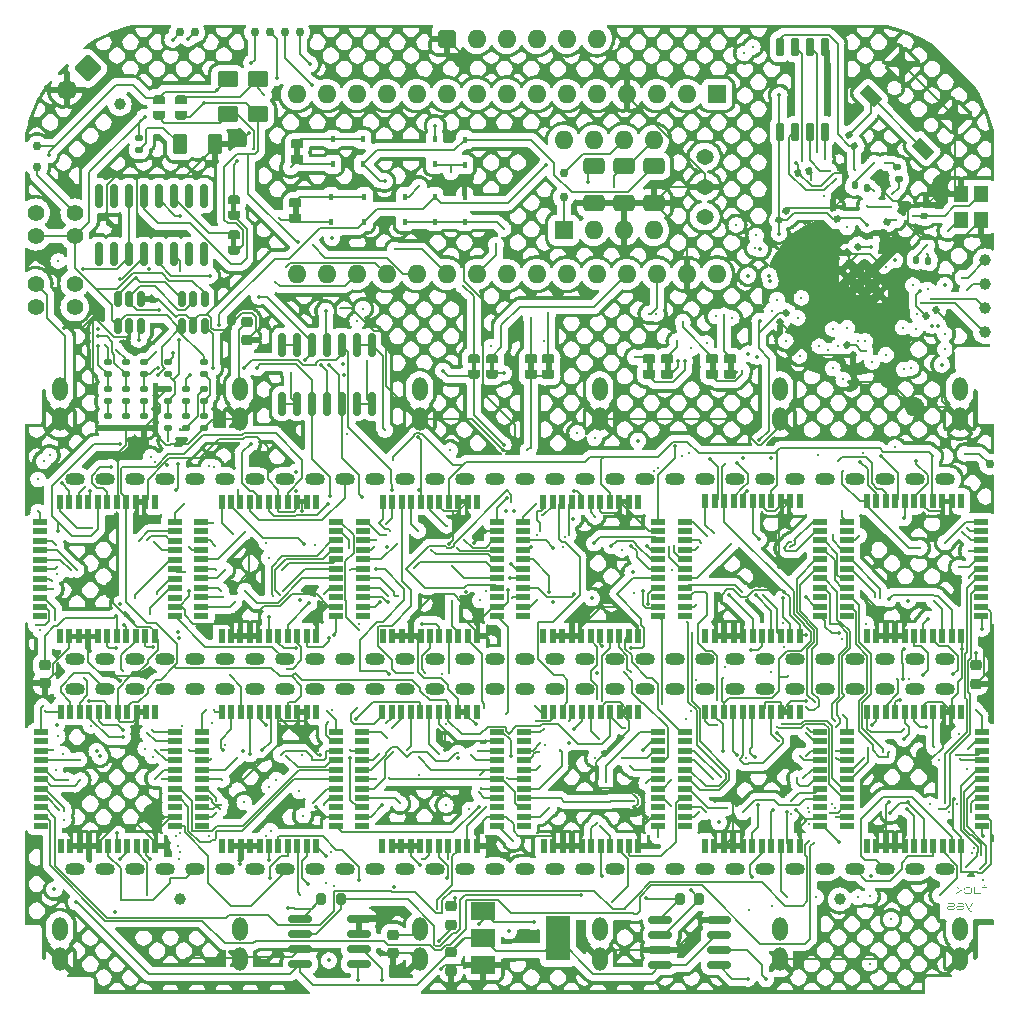
<source format=gbl>
G04 #@! TF.GenerationSoftware,KiCad,Pcbnew,(7.0.0-rc1-358-g86c12d35b4)*
G04 #@! TF.CreationDate,2023-05-18T21:24:16-07:00*
G04 #@! TF.ProjectId,Jumperless2,4a756d70-6572-46c6-9573-73322e6b6963,rev?*
G04 #@! TF.SameCoordinates,Original*
G04 #@! TF.FileFunction,Copper,L4,Bot*
G04 #@! TF.FilePolarity,Positive*
%FSLAX46Y46*%
G04 Gerber Fmt 4.6, Leading zero omitted, Abs format (unit mm)*
G04 Created by KiCad (PCBNEW (7.0.0-rc1-358-g86c12d35b4)) date 2023-05-18 21:24:16*
%MOMM*%
%LPD*%
G01*
G04 APERTURE LIST*
G04 Aperture macros list*
%AMRoundRect*
0 Rectangle with rounded corners*
0 $1 Rounding radius*
0 $2 $3 $4 $5 $6 $7 $8 $9 X,Y pos of 4 corners*
0 Add a 4 corners polygon primitive as box body*
4,1,4,$2,$3,$4,$5,$6,$7,$8,$9,$2,$3,0*
0 Add four circle primitives for the rounded corners*
1,1,$1+$1,$2,$3*
1,1,$1+$1,$4,$5*
1,1,$1+$1,$6,$7*
1,1,$1+$1,$8,$9*
0 Add four rect primitives between the rounded corners*
20,1,$1+$1,$2,$3,$4,$5,0*
20,1,$1+$1,$4,$5,$6,$7,0*
20,1,$1+$1,$6,$7,$8,$9,0*
20,1,$1+$1,$8,$9,$2,$3,0*%
%AMHorizOval*
0 Thick line with rounded ends*
0 $1 width*
0 $2 $3 position (X,Y) of the first rounded end (center of the circle)*
0 $4 $5 position (X,Y) of the second rounded end (center of the circle)*
0 Add line between two ends*
20,1,$1,$2,$3,$4,$5,0*
0 Add two circle primitives to create the rounded ends*
1,1,$1,$2,$3*
1,1,$1,$4,$5*%
%AMRotRect*
0 Rectangle, with rotation*
0 The origin of the aperture is its center*
0 $1 length*
0 $2 width*
0 $3 Rotation angle, in degrees counterclockwise*
0 Add horizontal line*
21,1,$1,$2,0,0,$3*%
%AMFreePoly0*
4,1,13,0.500000,-0.500000,0.000000,-0.500000,-0.095671,-0.480970,-0.176777,-0.426777,-0.230970,-0.345671,-0.250000,-0.250000,-0.250000,0.250000,-0.230970,0.345671,-0.176777,0.426777,-0.095671,0.480970,0.000000,0.500000,0.500000,0.500000,0.500000,-0.500000,0.500000,-0.500000,$1*%
%AMFreePoly1*
4,1,13,0.508000,-0.508000,0.000000,-0.508000,-0.097202,-0.488665,-0.179605,-0.433605,-0.234665,-0.351202,-0.254000,-0.254000,-0.254000,0.254000,-0.234665,0.351202,-0.179605,0.433605,-0.097202,0.488665,0.000000,0.508000,0.508000,0.508000,0.508000,-0.508000,0.508000,-0.508000,$1*%
G04 Aperture macros list end*
%ADD10C,0.120000*%
G04 #@! TA.AperFunction,NonConductor*
%ADD11C,0.120000*%
G04 #@! TD*
G04 #@! TA.AperFunction,EtchedComponent*
%ADD12C,0.012700*%
G04 #@! TD*
G04 #@! TA.AperFunction,SMDPad,CuDef*
%ADD13R,1.200000X0.500000*%
G04 #@! TD*
G04 #@! TA.AperFunction,SMDPad,CuDef*
%ADD14R,0.500000X1.200000*%
G04 #@! TD*
G04 #@! TA.AperFunction,SMDPad,CuDef*
%ADD15RoundRect,0.150000X0.150000X-0.512500X0.150000X0.512500X-0.150000X0.512500X-0.150000X-0.512500X0*%
G04 #@! TD*
G04 #@! TA.AperFunction,ComponentPad*
%ADD16O,1.500000X1.300000*%
G04 #@! TD*
G04 #@! TA.AperFunction,ComponentPad*
%ADD17RoundRect,0.160000X0.640000X-0.640000X0.640000X0.640000X-0.640000X0.640000X-0.640000X-0.640000X0*%
G04 #@! TD*
G04 #@! TA.AperFunction,ComponentPad*
%ADD18O,1.600000X1.600000*%
G04 #@! TD*
G04 #@! TA.AperFunction,ComponentPad*
%ADD19C,1.400000*%
G04 #@! TD*
G04 #@! TA.AperFunction,ComponentPad*
%ADD20RoundRect,0.170000X-0.961665X0.000000X0.000000X-0.961665X0.961665X0.000000X0.000000X0.961665X0*%
G04 #@! TD*
G04 #@! TA.AperFunction,ComponentPad*
%ADD21HorizOval,1.700000X0.000000X0.000000X0.000000X0.000000X0*%
G04 #@! TD*
G04 #@! TA.AperFunction,ComponentPad*
%ADD22RoundRect,0.150000X0.600000X-0.600000X0.600000X0.600000X-0.600000X0.600000X-0.600000X-0.600000X0*%
G04 #@! TD*
G04 #@! TA.AperFunction,ComponentPad*
%ADD23O,1.300000X2.000000*%
G04 #@! TD*
G04 #@! TA.AperFunction,ComponentPad*
%ADD24O,1.700000X1.000000*%
G04 #@! TD*
G04 #@! TA.AperFunction,ComponentPad*
%ADD25RoundRect,0.160000X-0.640000X0.640000X-0.640000X-0.640000X0.640000X-0.640000X0.640000X0.640000X0*%
G04 #@! TD*
G04 #@! TA.AperFunction,ComponentPad*
%ADD26C,0.600000*%
G04 #@! TD*
G04 #@! TA.AperFunction,SMDPad,CuDef*
%ADD27RoundRect,0.140000X0.058955X-0.212189X0.219557X0.017173X-0.058955X0.212189X-0.219557X-0.017173X0*%
G04 #@! TD*
G04 #@! TA.AperFunction,SMDPad,CuDef*
%ADD28C,1.000000*%
G04 #@! TD*
G04 #@! TA.AperFunction,SMDPad,CuDef*
%ADD29RoundRect,0.250001X0.624999X-0.462499X0.624999X0.462499X-0.624999X0.462499X-0.624999X-0.462499X0*%
G04 #@! TD*
G04 #@! TA.AperFunction,SMDPad,CuDef*
%ADD30RoundRect,0.250000X0.650000X-0.412500X0.650000X0.412500X-0.650000X0.412500X-0.650000X-0.412500X0*%
G04 #@! TD*
G04 #@! TA.AperFunction,SMDPad,CuDef*
%ADD31C,0.750000*%
G04 #@! TD*
G04 #@! TA.AperFunction,SMDPad,CuDef*
%ADD32RoundRect,0.135000X0.185000X-0.135000X0.185000X0.135000X-0.185000X0.135000X-0.185000X-0.135000X0*%
G04 #@! TD*
G04 #@! TA.AperFunction,SMDPad,CuDef*
%ADD33R,0.450000X0.600000*%
G04 #@! TD*
G04 #@! TA.AperFunction,SMDPad,CuDef*
%ADD34RoundRect,0.135000X-0.185000X0.135000X-0.185000X-0.135000X0.185000X-0.135000X0.185000X0.135000X0*%
G04 #@! TD*
G04 #@! TA.AperFunction,SMDPad,CuDef*
%ADD35FreePoly0,90.000000*%
G04 #@! TD*
G04 #@! TA.AperFunction,SMDPad,CuDef*
%ADD36FreePoly0,270.000000*%
G04 #@! TD*
G04 #@! TA.AperFunction,SMDPad,CuDef*
%ADD37RoundRect,0.200000X-0.200000X-0.275000X0.200000X-0.275000X0.200000X0.275000X-0.200000X0.275000X0*%
G04 #@! TD*
G04 #@! TA.AperFunction,SMDPad,CuDef*
%ADD38FreePoly1,90.000000*%
G04 #@! TD*
G04 #@! TA.AperFunction,SMDPad,CuDef*
%ADD39FreePoly1,270.000000*%
G04 #@! TD*
G04 #@! TA.AperFunction,SMDPad,CuDef*
%ADD40RoundRect,0.233680X0.350520X0.652320X-0.350520X0.652320X-0.350520X-0.652320X0.350520X-0.652320X0*%
G04 #@! TD*
G04 #@! TA.AperFunction,SMDPad,CuDef*
%ADD41RoundRect,0.140000X0.143107X-0.167393X0.191728X0.108353X-0.143107X0.167393X-0.191728X-0.108353X0*%
G04 #@! TD*
G04 #@! TA.AperFunction,SMDPad,CuDef*
%ADD42RotRect,1.700000X1.000000X135.000000*%
G04 #@! TD*
G04 #@! TA.AperFunction,SMDPad,CuDef*
%ADD43RoundRect,0.225000X-0.250000X0.225000X-0.250000X-0.225000X0.250000X-0.225000X0.250000X0.225000X0*%
G04 #@! TD*
G04 #@! TA.AperFunction,SMDPad,CuDef*
%ADD44RoundRect,0.135000X-0.205632X0.100824X-0.158747X-0.165074X0.205632X-0.100824X0.158747X0.165074X0*%
G04 #@! TD*
G04 #@! TA.AperFunction,SMDPad,CuDef*
%ADD45RoundRect,0.140000X-0.017173X-0.219557X0.212189X-0.058955X0.017173X0.219557X-0.212189X0.058955X0*%
G04 #@! TD*
G04 #@! TA.AperFunction,SMDPad,CuDef*
%ADD46RoundRect,0.225000X0.250000X-0.225000X0.250000X0.225000X-0.250000X0.225000X-0.250000X-0.225000X0*%
G04 #@! TD*
G04 #@! TA.AperFunction,SMDPad,CuDef*
%ADD47R,1.200000X1.400000*%
G04 #@! TD*
G04 #@! TA.AperFunction,SMDPad,CuDef*
%ADD48RoundRect,0.150000X-0.150000X0.825000X-0.150000X-0.825000X0.150000X-0.825000X0.150000X0.825000X0*%
G04 #@! TD*
G04 #@! TA.AperFunction,SMDPad,CuDef*
%ADD49RoundRect,0.140000X0.099887X0.196272X-0.173476X0.135669X-0.099887X-0.196272X0.173476X-0.135669X0*%
G04 #@! TD*
G04 #@! TA.AperFunction,SMDPad,CuDef*
%ADD50RoundRect,0.150000X-0.150000X0.650000X-0.150000X-0.650000X0.150000X-0.650000X0.150000X0.650000X0*%
G04 #@! TD*
G04 #@! TA.AperFunction,SMDPad,CuDef*
%ADD51RoundRect,0.140000X0.207631X-0.073414X0.111865X0.189700X-0.207631X0.073414X-0.111865X-0.189700X0*%
G04 #@! TD*
G04 #@! TA.AperFunction,SMDPad,CuDef*
%ADD52RoundRect,0.135000X-0.157992X-0.165796X0.109698X-0.201038X0.157992X0.165796X-0.109698X0.201038X0*%
G04 #@! TD*
G04 #@! TA.AperFunction,SMDPad,CuDef*
%ADD53RoundRect,0.150000X0.825000X0.150000X-0.825000X0.150000X-0.825000X-0.150000X0.825000X-0.150000X0*%
G04 #@! TD*
G04 #@! TA.AperFunction,SMDPad,CuDef*
%ADD54RoundRect,0.140000X-0.068155X0.209416X-0.218598X-0.026734X0.068155X-0.209416X0.218598X0.026734X0*%
G04 #@! TD*
G04 #@! TA.AperFunction,SMDPad,CuDef*
%ADD55RoundRect,0.135000X0.224720X-0.044167X0.110613X0.200536X-0.224720X0.044167X-0.110613X-0.200536X0*%
G04 #@! TD*
G04 #@! TA.AperFunction,SMDPad,CuDef*
%ADD56RoundRect,0.140000X-0.217224X0.036244X-0.077224X-0.206244X0.217224X-0.036244X0.077224X0.206244X0*%
G04 #@! TD*
G04 #@! TA.AperFunction,SMDPad,CuDef*
%ADD57R,2.000000X1.500000*%
G04 #@! TD*
G04 #@! TA.AperFunction,SMDPad,CuDef*
%ADD58R,2.000000X3.800000*%
G04 #@! TD*
G04 #@! TA.AperFunction,SMDPad,CuDef*
%ADD59RoundRect,0.135000X-0.171841X-0.151395X0.091759X-0.209834X0.171841X0.151395X-0.091759X0.209834X0*%
G04 #@! TD*
G04 #@! TA.AperFunction,SMDPad,CuDef*
%ADD60RoundRect,0.140000X-0.111865X0.189700X-0.207631X-0.073414X0.111865X-0.189700X0.207631X0.073414X0*%
G04 #@! TD*
G04 #@! TA.AperFunction,SMDPad,CuDef*
%ADD61RoundRect,0.250000X-0.650000X0.412500X-0.650000X-0.412500X0.650000X-0.412500X0.650000X0.412500X0*%
G04 #@! TD*
G04 #@! TA.AperFunction,SMDPad,CuDef*
%ADD62RoundRect,0.140000X0.026734X0.218598X-0.209416X0.068155X-0.026734X-0.218598X0.209416X-0.068155X0*%
G04 #@! TD*
G04 #@! TA.AperFunction,ViaPad*
%ADD63C,0.350000*%
G04 #@! TD*
G04 #@! TA.AperFunction,ViaPad*
%ADD64C,0.300000*%
G04 #@! TD*
G04 #@! TA.AperFunction,Conductor*
%ADD65C,0.200000*%
G04 #@! TD*
G04 #@! TA.AperFunction,Conductor*
%ADD66C,0.150000*%
G04 #@! TD*
G04 #@! TA.AperFunction,Conductor*
%ADD67C,0.800000*%
G04 #@! TD*
G04 APERTURE END LIST*
D10*
D11*
G36*
X116073697Y-178606000D02*
G01*
X116131143Y-178606000D01*
X116131143Y-178118295D01*
X116240173Y-178118295D01*
X116240173Y-178068274D01*
X116131143Y-178068274D01*
X116131143Y-178009656D01*
X116131020Y-177999749D01*
X116130654Y-177990056D01*
X116130043Y-177980576D01*
X116129189Y-177971310D01*
X116128090Y-177962258D01*
X116126746Y-177953419D01*
X116125159Y-177944794D01*
X116123327Y-177936383D01*
X116121144Y-177928186D01*
X116118601Y-177920300D01*
X116115697Y-177912725D01*
X116112434Y-177905462D01*
X116108810Y-177898510D01*
X116103773Y-177890259D01*
X116098174Y-177882493D01*
X116095776Y-177879524D01*
X116089280Y-177872407D01*
X116082125Y-177865835D01*
X116075928Y-177860968D01*
X116069309Y-177856449D01*
X116062268Y-177852279D01*
X116054807Y-177848457D01*
X116046924Y-177844982D01*
X116042824Y-177843376D01*
X116034264Y-177840399D01*
X116025190Y-177837819D01*
X116015603Y-177835636D01*
X116005504Y-177833850D01*
X115997593Y-177832771D01*
X115989393Y-177831915D01*
X115980905Y-177831283D01*
X115972128Y-177830873D01*
X115963063Y-177830687D01*
X115959977Y-177830675D01*
X115951294Y-177830737D01*
X115942831Y-177830923D01*
X115934586Y-177831233D01*
X115926562Y-177831667D01*
X115918756Y-177832225D01*
X115909680Y-177833059D01*
X115908198Y-177833215D01*
X115899332Y-177834339D01*
X115890466Y-177835807D01*
X115881600Y-177837618D01*
X115872734Y-177839773D01*
X115863868Y-177842271D01*
X115860912Y-177843180D01*
X115860912Y-177893201D01*
X115868909Y-177892216D01*
X115878178Y-177891171D01*
X115887090Y-177890278D01*
X115895645Y-177889537D01*
X115903842Y-177888946D01*
X115907807Y-177888707D01*
X115916794Y-177888250D01*
X115925631Y-177887906D01*
X115934318Y-177887673D01*
X115942856Y-177887553D01*
X115947667Y-177887535D01*
X115957535Y-177887629D01*
X115966914Y-177887913D01*
X115975804Y-177888387D01*
X115984206Y-177889049D01*
X115992120Y-177889901D01*
X116001324Y-177891232D01*
X116009766Y-177892858D01*
X116012929Y-177893592D01*
X116021836Y-177896173D01*
X116029947Y-177899371D01*
X116037260Y-177903188D01*
X116043777Y-177907624D01*
X116050373Y-177913580D01*
X116051226Y-177914499D01*
X116056695Y-177921454D01*
X116061303Y-177929325D01*
X116064568Y-177936802D01*
X116067201Y-177944951D01*
X116069203Y-177953773D01*
X116070497Y-177961641D01*
X116071572Y-177970100D01*
X116072428Y-177979150D01*
X116073065Y-177988792D01*
X116073416Y-177996931D01*
X116073626Y-178005449D01*
X116073697Y-178014346D01*
X116073697Y-178068274D01*
X115891394Y-178068274D01*
X115891394Y-178118295D01*
X116073697Y-178118295D01*
X116073697Y-178606000D01*
G37*
G36*
X115172343Y-178606000D02*
G01*
X115229789Y-178606000D01*
X115229789Y-178496774D01*
X115230961Y-178496774D01*
X115234136Y-178504269D01*
X115237507Y-178511514D01*
X115241073Y-178518509D01*
X115245805Y-178526900D01*
X115250842Y-178534900D01*
X115256185Y-178542508D01*
X115261833Y-178549726D01*
X115267954Y-178556571D01*
X115274713Y-178563064D01*
X115282112Y-178569203D01*
X115288492Y-178573861D01*
X115295280Y-178578292D01*
X115302478Y-178582498D01*
X115310084Y-178586477D01*
X115312050Y-178587437D01*
X115320171Y-178591131D01*
X115328805Y-178594593D01*
X115337952Y-178597823D01*
X115347612Y-178600822D01*
X115355193Y-178602918D01*
X115363063Y-178604884D01*
X115371221Y-178606719D01*
X115379668Y-178608424D01*
X115388404Y-178609998D01*
X115391380Y-178610494D01*
X115400558Y-178611925D01*
X115410142Y-178613216D01*
X115420131Y-178614366D01*
X115430526Y-178615375D01*
X115441326Y-178616244D01*
X115452531Y-178616971D01*
X115464141Y-178617558D01*
X115472106Y-178617871D01*
X115480252Y-178618121D01*
X115488577Y-178618309D01*
X115497083Y-178618434D01*
X115505769Y-178618497D01*
X115510180Y-178618505D01*
X115529133Y-178618505D01*
X115539451Y-178618463D01*
X115549548Y-178618337D01*
X115559424Y-178618127D01*
X115569079Y-178617833D01*
X115578512Y-178617455D01*
X115587724Y-178616993D01*
X115596714Y-178616448D01*
X115605483Y-178615818D01*
X115614031Y-178615104D01*
X115622357Y-178614307D01*
X115630462Y-178613425D01*
X115638346Y-178612460D01*
X115649757Y-178610854D01*
X115660669Y-178609059D01*
X115667667Y-178607758D01*
X115677798Y-178605611D01*
X115687527Y-178603199D01*
X115696853Y-178600523D01*
X115705778Y-178597582D01*
X115714301Y-178594377D01*
X115722423Y-178590908D01*
X115730142Y-178587174D01*
X115737460Y-178583175D01*
X115744375Y-178578912D01*
X115750889Y-178574385D01*
X115755009Y-178571219D01*
X115762721Y-178564423D01*
X115769834Y-178557029D01*
X115776349Y-178549036D01*
X115782266Y-178540445D01*
X115786311Y-178533609D01*
X115790019Y-178526436D01*
X115793391Y-178518927D01*
X115796426Y-178511081D01*
X115799125Y-178502898D01*
X115799949Y-178500096D01*
X115802254Y-178491425D01*
X115804332Y-178482339D01*
X115806183Y-178472837D01*
X115807808Y-178462919D01*
X115809206Y-178452586D01*
X115810377Y-178441837D01*
X115811321Y-178430673D01*
X115812039Y-178419093D01*
X115812392Y-178411142D01*
X115812644Y-178403006D01*
X115812795Y-178394686D01*
X115812845Y-178386181D01*
X115812845Y-178068274D01*
X115755399Y-178068274D01*
X115755399Y-178359607D01*
X115755367Y-178367432D01*
X115755194Y-178378838D01*
X115754874Y-178389845D01*
X115754407Y-178400453D01*
X115753791Y-178410663D01*
X115753028Y-178420475D01*
X115752117Y-178429888D01*
X115751059Y-178438903D01*
X115749853Y-178447519D01*
X115748499Y-178455737D01*
X115746997Y-178463557D01*
X115744631Y-178473446D01*
X115741734Y-178482791D01*
X115738305Y-178491593D01*
X115734346Y-178499852D01*
X115729855Y-178507567D01*
X115724832Y-178514738D01*
X115719279Y-178521366D01*
X115713194Y-178527451D01*
X115706511Y-178532995D01*
X115699162Y-178538100D01*
X115691148Y-178542765D01*
X115682468Y-178546990D01*
X115673123Y-178550776D01*
X115665677Y-178553327D01*
X115657857Y-178555631D01*
X115649663Y-178557687D01*
X115641094Y-178559496D01*
X115632066Y-178561102D01*
X115622496Y-178562550D01*
X115612383Y-178563841D01*
X115601728Y-178564973D01*
X115590530Y-178565947D01*
X115578789Y-178566763D01*
X115570660Y-178567220D01*
X115562290Y-178567606D01*
X115553679Y-178567922D01*
X115544827Y-178568168D01*
X115535733Y-178568343D01*
X115526399Y-178568449D01*
X115516823Y-178568484D01*
X115497674Y-178568484D01*
X115489292Y-178568451D01*
X115481047Y-178568353D01*
X115472940Y-178568188D01*
X115464970Y-178567959D01*
X115457138Y-178567663D01*
X115445646Y-178567097D01*
X115434464Y-178566383D01*
X115423591Y-178565522D01*
X115413027Y-178564513D01*
X115402773Y-178563356D01*
X115392827Y-178562051D01*
X115383190Y-178560599D01*
X115380047Y-178560082D01*
X115370811Y-178558353D01*
X115361859Y-178556391D01*
X115353193Y-178554195D01*
X115344812Y-178551765D01*
X115336716Y-178549102D01*
X115328905Y-178546206D01*
X115321379Y-178543076D01*
X115314138Y-178539712D01*
X115307182Y-178536115D01*
X115298351Y-178530955D01*
X115296223Y-178529600D01*
X115288047Y-178523818D01*
X115280420Y-178517510D01*
X115273343Y-178510678D01*
X115266816Y-178503320D01*
X115260838Y-178495437D01*
X115255410Y-178487029D01*
X115250531Y-178478096D01*
X115246202Y-178468637D01*
X115243269Y-178461118D01*
X115240624Y-178453213D01*
X115238268Y-178444924D01*
X115236200Y-178436251D01*
X115234421Y-178427192D01*
X115232930Y-178417749D01*
X115231728Y-178407922D01*
X115230815Y-178397709D01*
X115230189Y-178387112D01*
X115229853Y-178376130D01*
X115229789Y-178368595D01*
X115229789Y-178068274D01*
X115172343Y-178068274D01*
X115172343Y-178606000D01*
G37*
G36*
X114683271Y-178618505D02*
G01*
X114695804Y-178618464D01*
X114708049Y-178618343D01*
X114720008Y-178618141D01*
X114731680Y-178617857D01*
X114743065Y-178617493D01*
X114754162Y-178617048D01*
X114764973Y-178616523D01*
X114775497Y-178615916D01*
X114785734Y-178615228D01*
X114795684Y-178614459D01*
X114805347Y-178613610D01*
X114814722Y-178612680D01*
X114823811Y-178611668D01*
X114832613Y-178610576D01*
X114841128Y-178609403D01*
X114849356Y-178608149D01*
X114857331Y-178606802D01*
X114865088Y-178605300D01*
X114876315Y-178602759D01*
X114887050Y-178599871D01*
X114897294Y-178596636D01*
X114907046Y-178593055D01*
X114916308Y-178589126D01*
X114925078Y-178584850D01*
X114933358Y-178580228D01*
X114941146Y-178575258D01*
X114948443Y-178569942D01*
X114950766Y-178568093D01*
X114957414Y-178562247D01*
X114963657Y-178555992D01*
X114969495Y-178549328D01*
X114974927Y-178542255D01*
X114979955Y-178534774D01*
X114984577Y-178526884D01*
X114988793Y-178518585D01*
X114992605Y-178509878D01*
X114996011Y-178500762D01*
X114999011Y-178491237D01*
X115000787Y-178484660D01*
X115003196Y-178474378D01*
X115005369Y-178463536D01*
X115007304Y-178452135D01*
X115008463Y-178444223D01*
X115009516Y-178436062D01*
X115010464Y-178427653D01*
X115011306Y-178418994D01*
X115012044Y-178410087D01*
X115012676Y-178400931D01*
X115013202Y-178391526D01*
X115013624Y-178381873D01*
X115013940Y-178371970D01*
X115014150Y-178361819D01*
X115014256Y-178351419D01*
X115014269Y-178346125D01*
X115014269Y-178328149D01*
X115014216Y-178317482D01*
X115014058Y-178307074D01*
X115013795Y-178296923D01*
X115013426Y-178287031D01*
X115012952Y-178277396D01*
X115012373Y-178268019D01*
X115011688Y-178258901D01*
X115010898Y-178250040D01*
X115010003Y-178241437D01*
X115009002Y-178233093D01*
X115007896Y-178225006D01*
X115006685Y-178217177D01*
X115004671Y-178205918D01*
X115002419Y-178195239D01*
X115000787Y-178188442D01*
X114998051Y-178178651D01*
X114994900Y-178169283D01*
X114991333Y-178160338D01*
X114987350Y-178151815D01*
X114982952Y-178143714D01*
X114978138Y-178136036D01*
X114972909Y-178128780D01*
X114967264Y-178121947D01*
X114961204Y-178115536D01*
X114954728Y-178109548D01*
X114950180Y-178105790D01*
X114942982Y-178100428D01*
X114935310Y-178095406D01*
X114927164Y-178090724D01*
X114918544Y-178086382D01*
X114909450Y-178082380D01*
X114899882Y-178078718D01*
X114889840Y-178075396D01*
X114879325Y-178072414D01*
X114868335Y-178069773D01*
X114856871Y-178067471D01*
X114848965Y-178066125D01*
X114840785Y-178064871D01*
X114832314Y-178063698D01*
X114823553Y-178062606D01*
X114814503Y-178061594D01*
X114805162Y-178060664D01*
X114795531Y-178059814D01*
X114785610Y-178059046D01*
X114775399Y-178058358D01*
X114764898Y-178057751D01*
X114754107Y-178057226D01*
X114743026Y-178056781D01*
X114731655Y-178056416D01*
X114719994Y-178056133D01*
X114708043Y-178055931D01*
X114695802Y-178055810D01*
X114683271Y-178055769D01*
X114657479Y-178055769D01*
X114646343Y-178055801D01*
X114635454Y-178055897D01*
X114624813Y-178056058D01*
X114614419Y-178056282D01*
X114604272Y-178056571D01*
X114594373Y-178056923D01*
X114584720Y-178057340D01*
X114575316Y-178057821D01*
X114566158Y-178058366D01*
X114557248Y-178058975D01*
X114548585Y-178059648D01*
X114540169Y-178060385D01*
X114532001Y-178061187D01*
X114524080Y-178062052D01*
X114512662Y-178063471D01*
X114508979Y-178063976D01*
X114498206Y-178065591D01*
X114487870Y-178067433D01*
X114477969Y-178069502D01*
X114468505Y-178071798D01*
X114459477Y-178074320D01*
X114450885Y-178077069D01*
X114442730Y-178080044D01*
X114435010Y-178083247D01*
X114427727Y-178086675D01*
X114418695Y-178091600D01*
X114416558Y-178092894D01*
X114408424Y-178098319D01*
X114400926Y-178104239D01*
X114394063Y-178110654D01*
X114387835Y-178117563D01*
X114382242Y-178124966D01*
X114377284Y-178132864D01*
X114372960Y-178141257D01*
X114369272Y-178150145D01*
X114366112Y-178159548D01*
X114363374Y-178169586D01*
X114361596Y-178177532D01*
X114360056Y-178185835D01*
X114358753Y-178194495D01*
X114357686Y-178203512D01*
X114356857Y-178212886D01*
X114356264Y-178222618D01*
X114355909Y-178232706D01*
X114355790Y-178243152D01*
X114355790Y-178255853D01*
X114410891Y-178255853D01*
X114410891Y-178247646D01*
X114410981Y-178239652D01*
X114411378Y-178229426D01*
X114412092Y-178219695D01*
X114413124Y-178210458D01*
X114414473Y-178201715D01*
X114416140Y-178193467D01*
X114418125Y-178185714D01*
X114421052Y-178176718D01*
X114424637Y-178168395D01*
X114429043Y-178160644D01*
X114434270Y-178153466D01*
X114440316Y-178146860D01*
X114447184Y-178140826D01*
X114454872Y-178135365D01*
X114458177Y-178133341D01*
X114465254Y-178129540D01*
X114473002Y-178126050D01*
X114481423Y-178122872D01*
X114490515Y-178120005D01*
X114500278Y-178117450D01*
X114508042Y-178115738D01*
X114516183Y-178114200D01*
X114524702Y-178112839D01*
X114533599Y-178111652D01*
X114542930Y-178110604D01*
X114552753Y-178109660D01*
X114563067Y-178108818D01*
X114573872Y-178108080D01*
X114585168Y-178107445D01*
X114596955Y-178106912D01*
X114605086Y-178106614D01*
X114613435Y-178106363D01*
X114622003Y-178106157D01*
X114630789Y-178105996D01*
X114639793Y-178105882D01*
X114649015Y-178105813D01*
X114658456Y-178105790D01*
X114682099Y-178105790D01*
X114693218Y-178105821D01*
X114704056Y-178105915D01*
X114714613Y-178106072D01*
X114724890Y-178106291D01*
X114734886Y-178106572D01*
X114744600Y-178106917D01*
X114754034Y-178107324D01*
X114763187Y-178107793D01*
X114772059Y-178108325D01*
X114780651Y-178108920D01*
X114788961Y-178109577D01*
X114796990Y-178110296D01*
X114808508Y-178111493D01*
X114819394Y-178112831D01*
X114826300Y-178113801D01*
X114836195Y-178115444D01*
X114845657Y-178117369D01*
X114854687Y-178119575D01*
X114863284Y-178122063D01*
X114871448Y-178124832D01*
X114879180Y-178127883D01*
X114886478Y-178131216D01*
X114895537Y-178136098D01*
X114903826Y-178141481D01*
X114909538Y-178145846D01*
X114916547Y-178152120D01*
X114922922Y-178159023D01*
X114928662Y-178166555D01*
X114933766Y-178174715D01*
X114938236Y-178183505D01*
X114942071Y-178192924D01*
X114944530Y-178200400D01*
X114946632Y-178208231D01*
X114947835Y-178213648D01*
X114949441Y-178222090D01*
X114950889Y-178231002D01*
X114952180Y-178240385D01*
X114953312Y-178250238D01*
X114954286Y-178260562D01*
X114955103Y-178271357D01*
X114955761Y-178282622D01*
X114956261Y-178294358D01*
X114956507Y-178302443D01*
X114956683Y-178310737D01*
X114956788Y-178319241D01*
X114956823Y-178327953D01*
X114956823Y-178346321D01*
X114956786Y-178355032D01*
X114956673Y-178363530D01*
X114956486Y-178371817D01*
X114956225Y-178379892D01*
X114955888Y-178387754D01*
X114955243Y-178399150D01*
X114954429Y-178410068D01*
X114953448Y-178420509D01*
X114952298Y-178430472D01*
X114950979Y-178439958D01*
X114949493Y-178448967D01*
X114947838Y-178457498D01*
X114947249Y-178460235D01*
X114945282Y-178468199D01*
X114942971Y-178475822D01*
X114939357Y-178485457D01*
X114935131Y-178494488D01*
X114930295Y-178502915D01*
X114924849Y-178510736D01*
X114918791Y-178517954D01*
X114912123Y-178524567D01*
X114908561Y-178527646D01*
X114900846Y-178533368D01*
X114892355Y-178538613D01*
X114883089Y-178543382D01*
X114875631Y-178546646D01*
X114867736Y-178549642D01*
X114859405Y-178552370D01*
X114850638Y-178554831D01*
X114841435Y-178557023D01*
X114831796Y-178558948D01*
X114825127Y-178560082D01*
X114814673Y-178561583D01*
X114803608Y-178562937D01*
X114791931Y-178564143D01*
X114783807Y-178564865D01*
X114775411Y-178565522D01*
X114766744Y-178566113D01*
X114757804Y-178566638D01*
X114748593Y-178567097D01*
X114739111Y-178567491D01*
X114729356Y-178567819D01*
X114719330Y-178568082D01*
X114709032Y-178568279D01*
X114698462Y-178568410D01*
X114687621Y-178568476D01*
X114682099Y-178568484D01*
X114658456Y-178568484D01*
X114648730Y-178568460D01*
X114639237Y-178568389D01*
X114629978Y-178568271D01*
X114620952Y-178568105D01*
X114612160Y-178567892D01*
X114603602Y-178567632D01*
X114595277Y-178567324D01*
X114587186Y-178566969D01*
X114579328Y-178566567D01*
X114567979Y-178565875D01*
X114557156Y-178565077D01*
X114546858Y-178564172D01*
X114537086Y-178563160D01*
X114530863Y-178562427D01*
X114521857Y-178561168D01*
X114513228Y-178559738D01*
X114504976Y-178558137D01*
X114497103Y-178556363D01*
X114487193Y-178553732D01*
X114477954Y-178550795D01*
X114469387Y-178547552D01*
X114461492Y-178544005D01*
X114454269Y-178540152D01*
X114447653Y-178535935D01*
X114440147Y-178530210D01*
X114433491Y-178523979D01*
X114427683Y-178517242D01*
X114422725Y-178510000D01*
X114418616Y-178502252D01*
X114416558Y-178497360D01*
X114413631Y-178488618D01*
X114411200Y-178479122D01*
X114409612Y-178470983D01*
X114408342Y-178462361D01*
X114407390Y-178453257D01*
X114406754Y-178443670D01*
X114406437Y-178433601D01*
X114406397Y-178428386D01*
X114406397Y-178418421D01*
X114351296Y-178418421D01*
X114351296Y-178432880D01*
X114351425Y-178443110D01*
X114351811Y-178452989D01*
X114352455Y-178462518D01*
X114353357Y-178471696D01*
X114354516Y-178480525D01*
X114355933Y-178489003D01*
X114357607Y-178497130D01*
X114359539Y-178504907D01*
X114362516Y-178514732D01*
X114365951Y-178523934D01*
X114369932Y-178532601D01*
X114374548Y-178540823D01*
X114379799Y-178548599D01*
X114385685Y-178555930D01*
X114392207Y-178562814D01*
X114399363Y-178569253D01*
X114407154Y-178575246D01*
X114415581Y-178580794D01*
X114424657Y-178585868D01*
X114431966Y-178589409D01*
X114439704Y-178592723D01*
X114447871Y-178595811D01*
X114456467Y-178598672D01*
X114465493Y-178601307D01*
X114474948Y-178603714D01*
X114484832Y-178605895D01*
X114495146Y-178607850D01*
X114505889Y-178609577D01*
X114509565Y-178610103D01*
X114520892Y-178611604D01*
X114528736Y-178612523D01*
X114536812Y-178613377D01*
X114545123Y-178614164D01*
X114553667Y-178614886D01*
X114562444Y-178615543D01*
X114571455Y-178616133D01*
X114580700Y-178616659D01*
X114590178Y-178617118D01*
X114599890Y-178617512D01*
X114609835Y-178617840D01*
X114620014Y-178618103D01*
X114630426Y-178618300D01*
X114641072Y-178618431D01*
X114651952Y-178618497D01*
X114657479Y-178618505D01*
X114683271Y-178618505D01*
G37*
G36*
X113601373Y-178606000D02*
G01*
X113691450Y-178606000D01*
X114092203Y-178343390D01*
X114137144Y-178343390D01*
X114137144Y-178606000D01*
X114194590Y-178606000D01*
X114194590Y-177843180D01*
X114137144Y-177843180D01*
X114137144Y-178293369D01*
X114086537Y-178293369D01*
X113738735Y-178068274D01*
X113654325Y-178068274D01*
X114040424Y-178318184D01*
X113601373Y-178606000D01*
G37*
G36*
X115047877Y-180098890D02*
G01*
X115039687Y-180099508D01*
X115031468Y-180099869D01*
X115023487Y-180100034D01*
X115018177Y-180100062D01*
X115009506Y-180100062D01*
X115001080Y-180100062D01*
X114992898Y-180100062D01*
X114984960Y-180100062D01*
X114975022Y-180099971D01*
X114965530Y-180099696D01*
X114956484Y-180099238D01*
X114947884Y-180098597D01*
X114939729Y-180097773D01*
X114930163Y-180096485D01*
X114921292Y-180094910D01*
X114917939Y-180094200D01*
X114909806Y-180092092D01*
X114901892Y-180089430D01*
X114894197Y-180086215D01*
X114886722Y-180082446D01*
X114879466Y-180078124D01*
X114872430Y-180073249D01*
X114869677Y-180071144D01*
X114862796Y-180065469D01*
X114855954Y-180059069D01*
X114850507Y-180053427D01*
X114845085Y-180047321D01*
X114839687Y-180040751D01*
X114834314Y-180033717D01*
X114828965Y-180026219D01*
X114826300Y-180022295D01*
X114820807Y-180014003D01*
X114816532Y-180007352D01*
X114812122Y-180000329D01*
X114807579Y-179992935D01*
X114802901Y-179985170D01*
X114798090Y-179977035D01*
X114793144Y-179968528D01*
X114788065Y-179959651D01*
X114782852Y-179950403D01*
X114777505Y-179940783D01*
X114775692Y-179937494D01*
X114796990Y-179937494D01*
X115114311Y-179412274D01*
X115049049Y-179412274D01*
X114756348Y-179906427D01*
X114754199Y-179906427D01*
X114490808Y-179412274D01*
X114429063Y-179412274D01*
X114681122Y-179879267D01*
X114687119Y-179890265D01*
X114692998Y-179900986D01*
X114698757Y-179911429D01*
X114704398Y-179921594D01*
X114709919Y-179931481D01*
X114715322Y-179941091D01*
X114720605Y-179950422D01*
X114725769Y-179959476D01*
X114730814Y-179968252D01*
X114735740Y-179976750D01*
X114740547Y-179984970D01*
X114745235Y-179992913D01*
X114749804Y-180000578D01*
X114754254Y-180007964D01*
X114758585Y-180015073D01*
X114762796Y-180021905D01*
X114768971Y-180031755D01*
X114775111Y-180041155D01*
X114781217Y-180050105D01*
X114787288Y-180058605D01*
X114793325Y-180066655D01*
X114799328Y-180074256D01*
X114805296Y-180081406D01*
X114811230Y-180088107D01*
X114817129Y-180094357D01*
X114822995Y-180100158D01*
X114826886Y-180103775D01*
X114834659Y-180110556D01*
X114842542Y-180116732D01*
X114850535Y-180122304D01*
X114858637Y-180127271D01*
X114866850Y-180131634D01*
X114875173Y-180135392D01*
X114883605Y-180138546D01*
X114892147Y-180141095D01*
X114900952Y-180143202D01*
X114910270Y-180145027D01*
X114920101Y-180146572D01*
X114930445Y-180147836D01*
X114938539Y-180148600D01*
X114946922Y-180149205D01*
X114955593Y-180149653D01*
X114964553Y-180149943D01*
X114973802Y-180150074D01*
X114976949Y-180150083D01*
X114985583Y-180150047D01*
X114994485Y-180149937D01*
X115002495Y-180149780D01*
X115010711Y-180149568D01*
X115013096Y-180149497D01*
X115021306Y-180149213D01*
X115029178Y-180148872D01*
X115037764Y-180148414D01*
X115045909Y-180147883D01*
X115047877Y-180147739D01*
X115047877Y-180098890D01*
G37*
G36*
X114047075Y-179399810D02*
G01*
X114058919Y-179399931D01*
X114070485Y-179400133D01*
X114081774Y-179400416D01*
X114092785Y-179400781D01*
X114103518Y-179401226D01*
X114113973Y-179401751D01*
X114124150Y-179402358D01*
X114134050Y-179403046D01*
X114143671Y-179403814D01*
X114153015Y-179404664D01*
X114162081Y-179405594D01*
X114170869Y-179406606D01*
X114179380Y-179407698D01*
X114187612Y-179408871D01*
X114195567Y-179410125D01*
X114203256Y-179411473D01*
X114214406Y-179413787D01*
X114225096Y-179416451D01*
X114235325Y-179419465D01*
X114245095Y-179422830D01*
X114254404Y-179426545D01*
X114263253Y-179430611D01*
X114271641Y-179435027D01*
X114279570Y-179439793D01*
X114287038Y-179444909D01*
X114294046Y-179450376D01*
X114298452Y-179454205D01*
X114304732Y-179460291D01*
X114310617Y-179466789D01*
X114316108Y-179473700D01*
X114321203Y-179481023D01*
X114325903Y-179488758D01*
X114330209Y-179496905D01*
X114334119Y-179505464D01*
X114337635Y-179514435D01*
X114340755Y-179523819D01*
X114343480Y-179533614D01*
X114345113Y-179540410D01*
X114347364Y-179551085D01*
X114349379Y-179562337D01*
X114350590Y-179570159D01*
X114351696Y-179578237D01*
X114352697Y-179586572D01*
X114353592Y-179595163D01*
X114354382Y-179604011D01*
X114355067Y-179613115D01*
X114355646Y-179622476D01*
X114356120Y-179632093D01*
X114356489Y-179641967D01*
X114356752Y-179652096D01*
X114356910Y-179662483D01*
X114356963Y-179673126D01*
X114356963Y-179686803D01*
X114356949Y-179692097D01*
X114356844Y-179702497D01*
X114356633Y-179712648D01*
X114356317Y-179722551D01*
X114355896Y-179732205D01*
X114355369Y-179741609D01*
X114354737Y-179750765D01*
X114354000Y-179759673D01*
X114353157Y-179768331D01*
X114352210Y-179776741D01*
X114351156Y-179784901D01*
X114349998Y-179792813D01*
X114348062Y-179804215D01*
X114345890Y-179815056D01*
X114343480Y-179825338D01*
X114341707Y-179831894D01*
X114338719Y-179841398D01*
X114335335Y-179850507D01*
X114331556Y-179859221D01*
X114327382Y-179867541D01*
X114322814Y-179875465D01*
X114317850Y-179882995D01*
X114312491Y-179890129D01*
X114306738Y-179896868D01*
X114300589Y-179903213D01*
X114294046Y-179909162D01*
X114291758Y-179911061D01*
X114284563Y-179916529D01*
X114276866Y-179921658D01*
X114268667Y-179926446D01*
X114259967Y-179930895D01*
X114250766Y-179935003D01*
X114241063Y-179938771D01*
X114230858Y-179942200D01*
X114220153Y-179945288D01*
X114208945Y-179948036D01*
X114201195Y-179949680D01*
X114193222Y-179951172D01*
X114184967Y-179952544D01*
X114176418Y-179953828D01*
X114167577Y-179955023D01*
X114158442Y-179956130D01*
X114149014Y-179957148D01*
X114139293Y-179958078D01*
X114129279Y-179958919D01*
X114118972Y-179959672D01*
X114108372Y-179960336D01*
X114097479Y-179960911D01*
X114086293Y-179961398D01*
X114074813Y-179961796D01*
X114063041Y-179962106D01*
X114050975Y-179962328D01*
X114038616Y-179962460D01*
X114025965Y-179962505D01*
X114001150Y-179962505D01*
X113990300Y-179962470D01*
X113979684Y-179962367D01*
X113969301Y-179962196D01*
X113959152Y-179961955D01*
X113949236Y-179961646D01*
X113939555Y-179961268D01*
X113930106Y-179960822D01*
X113920891Y-179960307D01*
X113911910Y-179959723D01*
X113903162Y-179959070D01*
X113894648Y-179958349D01*
X113886368Y-179957559D01*
X113878321Y-179956700D01*
X113866688Y-179955283D01*
X113855581Y-179953712D01*
X113848415Y-179952587D01*
X113837999Y-179950710D01*
X113827981Y-179948607D01*
X113818362Y-179946277D01*
X113809141Y-179943721D01*
X113800319Y-179940938D01*
X113791894Y-179937928D01*
X113783869Y-179934691D01*
X113776242Y-179931228D01*
X113769013Y-179927538D01*
X113762182Y-179923621D01*
X113753619Y-179917976D01*
X113745708Y-179911885D01*
X113738451Y-179905349D01*
X113731847Y-179898367D01*
X113725897Y-179890939D01*
X113720600Y-179883065D01*
X113715956Y-179874745D01*
X113711966Y-179865980D01*
X113711064Y-179863702D01*
X113707744Y-179854207D01*
X113705555Y-179846685D01*
X113703623Y-179838819D01*
X113701948Y-179830611D01*
X113700531Y-179822058D01*
X113699372Y-179813162D01*
X113698471Y-179803923D01*
X113697827Y-179794340D01*
X113697440Y-179784414D01*
X113697311Y-179774145D01*
X113697311Y-179762421D01*
X113752608Y-179762421D01*
X113752608Y-179771800D01*
X113752645Y-179776922D01*
X113752945Y-179786832D01*
X113753543Y-179796297D01*
X113754441Y-179805315D01*
X113755637Y-179813888D01*
X113757133Y-179822015D01*
X113759424Y-179831548D01*
X113762182Y-179840383D01*
X113763447Y-179843735D01*
X113767203Y-179851733D01*
X113771809Y-179859187D01*
X113777263Y-179866097D01*
X113783567Y-179872464D01*
X113790719Y-179878287D01*
X113798721Y-179883565D01*
X113805816Y-179887379D01*
X113813620Y-179890905D01*
X113822132Y-179894144D01*
X113831352Y-179897096D01*
X113841280Y-179899762D01*
X113849192Y-179901572D01*
X113857501Y-179903222D01*
X113866209Y-179904709D01*
X113875316Y-179906036D01*
X113881614Y-179906817D01*
X113891508Y-179907893D01*
X113901938Y-179908857D01*
X113912904Y-179909707D01*
X113924405Y-179910444D01*
X113932371Y-179910872D01*
X113940574Y-179911250D01*
X113949016Y-179911577D01*
X113957696Y-179911854D01*
X113966614Y-179912081D01*
X113975770Y-179912257D01*
X113985164Y-179912383D01*
X113994796Y-179912459D01*
X114004667Y-179912484D01*
X114025965Y-179912484D01*
X114031426Y-179912476D01*
X114042149Y-179912410D01*
X114052602Y-179912279D01*
X114062787Y-179912082D01*
X114072704Y-179911819D01*
X114082351Y-179911491D01*
X114091730Y-179911097D01*
X114100840Y-179910638D01*
X114109682Y-179910113D01*
X114118255Y-179909522D01*
X114126559Y-179908865D01*
X114134595Y-179908143D01*
X114146144Y-179906937D01*
X114157089Y-179905583D01*
X114167430Y-179904082D01*
X114174004Y-179902972D01*
X114183513Y-179901084D01*
X114192599Y-179898928D01*
X114201263Y-179896505D01*
X114209505Y-179893813D01*
X114217324Y-179890853D01*
X114224720Y-179887626D01*
X114233925Y-179882906D01*
X114242379Y-179877710D01*
X114250082Y-179872037D01*
X114251883Y-179870543D01*
X114258717Y-179864224D01*
X114264959Y-179857363D01*
X114270609Y-179849957D01*
X114275666Y-179842009D01*
X114280131Y-179833517D01*
X114284004Y-179824481D01*
X114287284Y-179814902D01*
X114289356Y-179807362D01*
X114289981Y-179804760D01*
X114291737Y-179796661D01*
X114293315Y-179788118D01*
X114294714Y-179779133D01*
X114295935Y-179769704D01*
X114296976Y-179759832D01*
X114297840Y-179749517D01*
X114298524Y-179738759D01*
X114299030Y-179727558D01*
X114299358Y-179715914D01*
X114299477Y-179707905D01*
X114299517Y-179699699D01*
X114299517Y-179687390D01*
X113701806Y-179687390D01*
X113701806Y-179637369D01*
X113758079Y-179637369D01*
X114298344Y-179637369D01*
X114298047Y-179626502D01*
X114297595Y-179616030D01*
X114296989Y-179605953D01*
X114296228Y-179596272D01*
X114295313Y-179586985D01*
X114294243Y-179578093D01*
X114293019Y-179569596D01*
X114291640Y-179561495D01*
X114289561Y-179551307D01*
X114287207Y-179541821D01*
X114284395Y-179532943D01*
X114281040Y-179524577D01*
X114277141Y-179516725D01*
X114272699Y-179509385D01*
X114267713Y-179502559D01*
X114262184Y-179496245D01*
X114256112Y-179490444D01*
X114249496Y-179485157D01*
X114245934Y-179482667D01*
X114238246Y-179477990D01*
X114229807Y-179473715D01*
X114220618Y-179469844D01*
X114213233Y-179467205D01*
X114205425Y-179464793D01*
X114197195Y-179462607D01*
X114188543Y-179460648D01*
X114179468Y-179458916D01*
X114169970Y-179457411D01*
X114166700Y-179456942D01*
X114156482Y-179455625D01*
X114145652Y-179454441D01*
X114134212Y-179453392D01*
X114126245Y-179452767D01*
X114118006Y-179452201D01*
X114109496Y-179451695D01*
X114100714Y-179451249D01*
X114091660Y-179450862D01*
X114082334Y-179450534D01*
X114072737Y-179450266D01*
X114062868Y-179450058D01*
X114052728Y-179449909D01*
X114042315Y-179449820D01*
X114031631Y-179449790D01*
X114013655Y-179449790D01*
X114003356Y-179449818D01*
X113993318Y-179449900D01*
X113983542Y-179450037D01*
X113974026Y-179450230D01*
X113964772Y-179450477D01*
X113955778Y-179450779D01*
X113947046Y-179451137D01*
X113938575Y-179451549D01*
X113930364Y-179452016D01*
X113922415Y-179452538D01*
X113910980Y-179453424D01*
X113900133Y-179454434D01*
X113889873Y-179455567D01*
X113880200Y-179456824D01*
X113871024Y-179458215D01*
X113862253Y-179459822D01*
X113853888Y-179461645D01*
X113845927Y-179463685D01*
X113835944Y-179466741D01*
X113826681Y-179470181D01*
X113818138Y-179474007D01*
X113810316Y-179478217D01*
X113803215Y-179482812D01*
X113796709Y-179487816D01*
X113790771Y-179493253D01*
X113785401Y-179499124D01*
X113780598Y-179505429D01*
X113776364Y-179512167D01*
X113772697Y-179519338D01*
X113769598Y-179526943D01*
X113767067Y-179534982D01*
X113765979Y-179539156D01*
X113764013Y-179547931D01*
X113762327Y-179557273D01*
X113760923Y-179567183D01*
X113760054Y-179574988D01*
X113759343Y-179583113D01*
X113758790Y-179591557D01*
X113758395Y-179600321D01*
X113758158Y-179609404D01*
X113758079Y-179618806D01*
X113758079Y-179637369D01*
X113701806Y-179637369D01*
X113701806Y-179626622D01*
X113701818Y-179622420D01*
X113701921Y-179614154D01*
X113702125Y-179606072D01*
X113702624Y-179594296D01*
X113703352Y-179582936D01*
X113704311Y-179571992D01*
X113705500Y-179561463D01*
X113706919Y-179551349D01*
X113708569Y-179541652D01*
X113710448Y-179532369D01*
X113712557Y-179523503D01*
X113714897Y-179515052D01*
X113716593Y-179509604D01*
X113719452Y-179501701D01*
X113722688Y-179494120D01*
X113726303Y-179486863D01*
X113730295Y-179479928D01*
X113734665Y-179473316D01*
X113739413Y-179467028D01*
X113744538Y-179461062D01*
X113750042Y-179455418D01*
X113755923Y-179450098D01*
X113762182Y-179445101D01*
X113766558Y-179441939D01*
X113773502Y-179437432D01*
X113780904Y-179433206D01*
X113788761Y-179429262D01*
X113797076Y-179425599D01*
X113805848Y-179422219D01*
X113815076Y-179419119D01*
X113824761Y-179416302D01*
X113834903Y-179413766D01*
X113845502Y-179411512D01*
X113856558Y-179409539D01*
X113864215Y-179408356D01*
X113872140Y-179407249D01*
X113880335Y-179406219D01*
X113888798Y-179405265D01*
X113897530Y-179404387D01*
X113906530Y-179403586D01*
X113915799Y-179402860D01*
X113925337Y-179402212D01*
X113935143Y-179401639D01*
X113945218Y-179401143D01*
X113955562Y-179400723D01*
X113966174Y-179400380D01*
X113977055Y-179400113D01*
X113988205Y-179399922D01*
X113999623Y-179399807D01*
X114011310Y-179399769D01*
X114034953Y-179399769D01*
X114047075Y-179399810D01*
G37*
G36*
X113252203Y-179962505D02*
G01*
X113264725Y-179962480D01*
X113276939Y-179962407D01*
X113288844Y-179962285D01*
X113300441Y-179962114D01*
X113311730Y-179961894D01*
X113322710Y-179961625D01*
X113333382Y-179961308D01*
X113343745Y-179960942D01*
X113353801Y-179960526D01*
X113363547Y-179960062D01*
X113372986Y-179959549D01*
X113382116Y-179958988D01*
X113390938Y-179958377D01*
X113399451Y-179957718D01*
X113407656Y-179957009D01*
X113415553Y-179956252D01*
X113426884Y-179954984D01*
X113437725Y-179953523D01*
X113448074Y-179951869D01*
X113457932Y-179950024D01*
X113467299Y-179947986D01*
X113476175Y-179945756D01*
X113484559Y-179943333D01*
X113492453Y-179940718D01*
X113499855Y-179937911D01*
X113508961Y-179933869D01*
X113511101Y-179932805D01*
X113519200Y-179928274D01*
X113526598Y-179923279D01*
X113533293Y-179917821D01*
X113539286Y-179911898D01*
X113544577Y-179905511D01*
X113549166Y-179898660D01*
X113553052Y-179891345D01*
X113556237Y-179883565D01*
X113558847Y-179875249D01*
X113561109Y-179866322D01*
X113563024Y-179856784D01*
X113564590Y-179846636D01*
X113565536Y-179838624D01*
X113566287Y-179830269D01*
X113566841Y-179821570D01*
X113567200Y-179812527D01*
X113567363Y-179803142D01*
X113567374Y-179799937D01*
X113567374Y-179787431D01*
X113512273Y-179787431D01*
X113512273Y-179796615D01*
X113512169Y-179805396D01*
X113511858Y-179813761D01*
X113511339Y-179821711D01*
X113510398Y-179831065D01*
X113509133Y-179839770D01*
X113507544Y-179847826D01*
X113505630Y-179855233D01*
X113502399Y-179863323D01*
X113497835Y-179870740D01*
X113491939Y-179877483D01*
X113486008Y-179882588D01*
X113479151Y-179887226D01*
X113472999Y-179890600D01*
X113464248Y-179894373D01*
X113456341Y-179897110D01*
X113447627Y-179899597D01*
X113438108Y-179901833D01*
X113430439Y-179903346D01*
X113422318Y-179904718D01*
X113413742Y-179905950D01*
X113404714Y-179907040D01*
X113395232Y-179907990D01*
X113385187Y-179908793D01*
X113374468Y-179909517D01*
X113363077Y-179910162D01*
X113355108Y-179910548D01*
X113346841Y-179910899D01*
X113338274Y-179911215D01*
X113329408Y-179911496D01*
X113320242Y-179911742D01*
X113310778Y-179911953D01*
X113301014Y-179912128D01*
X113290952Y-179912269D01*
X113280590Y-179912374D01*
X113269928Y-179912444D01*
X113258968Y-179912479D01*
X113253376Y-179912484D01*
X113210584Y-179912484D01*
X113201011Y-179912464D01*
X113191683Y-179912404D01*
X113182601Y-179912305D01*
X113173765Y-179912166D01*
X113165174Y-179911988D01*
X113156829Y-179911769D01*
X113148731Y-179911511D01*
X113140877Y-179911214D01*
X113129558Y-179910693D01*
X113118792Y-179910083D01*
X113108580Y-179909383D01*
X113098920Y-179908594D01*
X113089812Y-179907716D01*
X113086900Y-179907404D01*
X113078446Y-179906393D01*
X113070377Y-179905265D01*
X113060216Y-179903580D01*
X113050740Y-179901687D01*
X113041947Y-179899586D01*
X113033838Y-179897278D01*
X113026413Y-179894762D01*
X113018093Y-179891326D01*
X113016558Y-179890600D01*
X113009401Y-179886675D01*
X113001909Y-179881436D01*
X112995612Y-179875620D01*
X112990511Y-179869226D01*
X112986604Y-179862256D01*
X112985099Y-179858555D01*
X112982576Y-179850584D01*
X112980575Y-179841913D01*
X112979306Y-179834151D01*
X112978399Y-179825904D01*
X112977856Y-179817169D01*
X112977674Y-179807948D01*
X112977674Y-179797787D01*
X112977856Y-179788553D01*
X112978399Y-179779900D01*
X112979306Y-179771830D01*
X112980872Y-179762913D01*
X112982960Y-179754835D01*
X112985099Y-179748743D01*
X112989207Y-179740978D01*
X112994230Y-179734887D01*
X113000642Y-179729318D01*
X113008441Y-179724271D01*
X113016000Y-179720465D01*
X113019293Y-179719043D01*
X113028354Y-179715683D01*
X113036516Y-179713256D01*
X113045491Y-179711061D01*
X113055277Y-179709098D01*
X113063150Y-179707778D01*
X113071480Y-179706588D01*
X113080266Y-179705529D01*
X113089509Y-179704601D01*
X113099210Y-179703803D01*
X113109473Y-179703104D01*
X113120406Y-179702475D01*
X113132009Y-179701914D01*
X113140116Y-179701578D01*
X113148521Y-179701273D01*
X113157224Y-179700998D01*
X113166224Y-179700753D01*
X113175522Y-179700540D01*
X113185118Y-179700357D01*
X113195011Y-179700204D01*
X113205202Y-179700082D01*
X113215691Y-179699990D01*
X113226477Y-179699929D01*
X113237561Y-179699899D01*
X113243215Y-179699895D01*
X113255588Y-179699870D01*
X113267649Y-179699797D01*
X113279396Y-179699675D01*
X113290830Y-179699504D01*
X113301952Y-179699284D01*
X113312760Y-179699016D01*
X113323256Y-179698698D01*
X113333438Y-179698332D01*
X113343308Y-179697916D01*
X113352865Y-179697452D01*
X113362109Y-179696939D01*
X113371040Y-179696378D01*
X113379658Y-179695767D01*
X113387963Y-179695108D01*
X113395955Y-179694399D01*
X113403634Y-179693642D01*
X113414676Y-179692379D01*
X113425233Y-179690933D01*
X113435307Y-179689306D01*
X113444896Y-179687496D01*
X113454000Y-179685505D01*
X113462621Y-179683331D01*
X113470757Y-179680976D01*
X113478409Y-179678438D01*
X113487858Y-179674771D01*
X113496446Y-179670781D01*
X113504253Y-179666415D01*
X113511357Y-179661720D01*
X113517759Y-179656694D01*
X113523459Y-179651339D01*
X113529597Y-179644182D01*
X113534637Y-179636509D01*
X113538580Y-179628321D01*
X113539237Y-179626622D01*
X113542165Y-179617621D01*
X113544149Y-179609857D01*
X113545816Y-179601593D01*
X113547165Y-179592828D01*
X113548197Y-179583562D01*
X113548912Y-179573795D01*
X113549309Y-179563528D01*
X113549398Y-179555498D01*
X113549398Y-179541821D01*
X113549206Y-179532002D01*
X113548629Y-179522575D01*
X113547667Y-179513538D01*
X113546321Y-179504891D01*
X113544589Y-179496636D01*
X113542474Y-179488771D01*
X113539973Y-179481297D01*
X113537088Y-179474214D01*
X113532732Y-179465872D01*
X113527479Y-179458064D01*
X113521329Y-179450790D01*
X113514282Y-179444050D01*
X113507999Y-179439043D01*
X113501142Y-179434378D01*
X113493711Y-179430055D01*
X113485586Y-179426056D01*
X113476748Y-179422362D01*
X113467195Y-179418973D01*
X113459561Y-179416632D01*
X113451526Y-179414462D01*
X113443089Y-179412464D01*
X113434250Y-179410638D01*
X113425009Y-179408984D01*
X113415366Y-179407501D01*
X113408714Y-179406608D01*
X113398300Y-179405386D01*
X113387353Y-179404284D01*
X113375874Y-179403302D01*
X113367925Y-179402714D01*
X113359740Y-179402180D01*
X113351318Y-179401699D01*
X113342660Y-179401272D01*
X113333765Y-179400898D01*
X113324633Y-179400577D01*
X113315265Y-179400310D01*
X113305660Y-179400096D01*
X113295818Y-179399936D01*
X113285740Y-179399829D01*
X113275426Y-179399776D01*
X113270180Y-179399769D01*
X113237549Y-179399769D01*
X113226701Y-179399792D01*
X113216092Y-179399861D01*
X113205721Y-179399975D01*
X113195588Y-179400136D01*
X113185693Y-179400342D01*
X113176036Y-179400594D01*
X113166618Y-179400891D01*
X113157437Y-179401235D01*
X113148495Y-179401624D01*
X113139790Y-179402059D01*
X113131324Y-179402540D01*
X113123096Y-179403066D01*
X113115107Y-179403639D01*
X113103569Y-179404583D01*
X113092566Y-179405631D01*
X113082013Y-179406833D01*
X113071896Y-179408241D01*
X113062216Y-179409856D01*
X113052971Y-179411676D01*
X113044163Y-179413703D01*
X113035791Y-179415935D01*
X113027855Y-179418374D01*
X113020356Y-179421018D01*
X113011035Y-179424865D01*
X113002489Y-179429078D01*
X112994594Y-179433655D01*
X112987322Y-179438689D01*
X112980672Y-179444182D01*
X112974646Y-179450132D01*
X112969242Y-179456540D01*
X112964461Y-179463407D01*
X112960303Y-179470731D01*
X112956767Y-179478513D01*
X112953745Y-179486845D01*
X112951125Y-179495818D01*
X112948909Y-179505432D01*
X112947095Y-179515687D01*
X112945999Y-179523799D01*
X112945130Y-179532272D01*
X112944488Y-179541105D01*
X112944073Y-179550299D01*
X112943884Y-179559854D01*
X112943871Y-179563119D01*
X112943871Y-179574842D01*
X112998972Y-179574842D01*
X112998972Y-179565268D01*
X112999097Y-179557129D01*
X112999473Y-179549319D01*
X113000294Y-179540021D01*
X113001507Y-179531238D01*
X113003111Y-179522970D01*
X113005106Y-179515217D01*
X113006983Y-179509385D01*
X113010512Y-179501222D01*
X113015236Y-179493732D01*
X113021155Y-179486916D01*
X113028269Y-179480772D01*
X113035111Y-179476167D01*
X113039614Y-179473628D01*
X113047847Y-179469728D01*
X113055209Y-179466883D01*
X113063262Y-179464281D01*
X113072004Y-179461924D01*
X113081436Y-179459812D01*
X113091559Y-179457943D01*
X113099603Y-179456702D01*
X113108036Y-179455599D01*
X113110933Y-179455261D01*
X113119962Y-179454283D01*
X113129538Y-179453402D01*
X113139659Y-179452616D01*
X113150327Y-179451927D01*
X113161540Y-179451334D01*
X113173300Y-179450837D01*
X113181443Y-179450560D01*
X113189829Y-179450324D01*
X113198458Y-179450132D01*
X113207329Y-179449982D01*
X113216443Y-179449876D01*
X113225800Y-179449812D01*
X113235399Y-179449790D01*
X113265685Y-179449790D01*
X113275137Y-179449808D01*
X113284343Y-179449863D01*
X113293302Y-179449955D01*
X113302017Y-179450083D01*
X113310485Y-179450248D01*
X113318708Y-179450450D01*
X113326684Y-179450688D01*
X113338189Y-179451114D01*
X113349140Y-179451622D01*
X113359539Y-179452213D01*
X113369384Y-179452886D01*
X113378677Y-179453642D01*
X113387416Y-179454480D01*
X113395655Y-179455410D01*
X113403520Y-179456444D01*
X113413424Y-179457983D01*
X113422663Y-179459705D01*
X113431236Y-179461610D01*
X113439143Y-179463698D01*
X113448091Y-179466566D01*
X113456000Y-179469720D01*
X113464275Y-179473872D01*
X113471368Y-179478559D01*
X113477281Y-179483782D01*
X113482685Y-179490553D01*
X113486481Y-179498053D01*
X113489070Y-179506394D01*
X113490782Y-179514303D01*
X113492028Y-179522912D01*
X113492807Y-179532223D01*
X113493098Y-179540516D01*
X113493124Y-179543970D01*
X113493124Y-179556866D01*
X113492934Y-179565355D01*
X113492361Y-179573356D01*
X113491170Y-179582316D01*
X113489430Y-179590576D01*
X113487140Y-179598134D01*
X113485309Y-179602784D01*
X113480925Y-179610293D01*
X113474783Y-179617092D01*
X113468120Y-179622354D01*
X113460165Y-179627094D01*
X113452550Y-179630645D01*
X113450919Y-179631311D01*
X113442085Y-179634395D01*
X113434165Y-179636642D01*
X113425488Y-179638694D01*
X113416054Y-179640550D01*
X113405863Y-179642211D01*
X113397723Y-179643328D01*
X113389157Y-179644336D01*
X113380165Y-179645233D01*
X113373934Y-179645771D01*
X113364094Y-179646504D01*
X113353626Y-179647165D01*
X113342529Y-179647754D01*
X113330804Y-179648271D01*
X113322638Y-179648576D01*
X113314192Y-179648848D01*
X113305467Y-179649088D01*
X113296463Y-179649297D01*
X113287180Y-179649473D01*
X113277617Y-179649617D01*
X113267775Y-179649730D01*
X113257653Y-179649810D01*
X113247252Y-179649858D01*
X113236572Y-179649874D01*
X113224192Y-179649898D01*
X113212114Y-179649972D01*
X113200336Y-179650094D01*
X113188859Y-179650265D01*
X113177682Y-179650484D01*
X113166807Y-179650753D01*
X113156232Y-179651071D01*
X113145958Y-179651437D01*
X113135984Y-179651852D01*
X113126311Y-179652316D01*
X113116939Y-179652829D01*
X113107868Y-179653391D01*
X113099097Y-179654002D01*
X113090627Y-179654661D01*
X113082458Y-179655369D01*
X113074590Y-179656127D01*
X113063223Y-179657348D01*
X113052352Y-179658741D01*
X113041974Y-179660306D01*
X113032092Y-179662043D01*
X113022704Y-179663952D01*
X113013810Y-179666032D01*
X113005411Y-179668284D01*
X112997507Y-179670708D01*
X112990097Y-179673303D01*
X112980987Y-179677031D01*
X112978847Y-179678011D01*
X112970741Y-179682129D01*
X112963325Y-179686669D01*
X112956599Y-179691630D01*
X112950563Y-179697013D01*
X112945217Y-179702817D01*
X112939505Y-179710664D01*
X112934872Y-179719169D01*
X112933320Y-179722756D01*
X112930526Y-179730279D01*
X112928105Y-179738290D01*
X112926057Y-179746789D01*
X112924381Y-179755778D01*
X112923077Y-179765254D01*
X112922146Y-179775219D01*
X112921587Y-179785673D01*
X112921412Y-179793834D01*
X112921401Y-179796615D01*
X112921401Y-179807948D01*
X112921506Y-179815996D01*
X112921971Y-179826347D01*
X112922809Y-179836265D01*
X112924020Y-179845749D01*
X112925603Y-179854800D01*
X112927558Y-179863417D01*
X112929886Y-179871601D01*
X112932587Y-179879351D01*
X112933320Y-179881221D01*
X112936568Y-179888463D01*
X112940452Y-179895338D01*
X112944970Y-179901847D01*
X112950124Y-179907990D01*
X112955912Y-179913766D01*
X112962336Y-179919176D01*
X112969394Y-179924220D01*
X112977088Y-179928897D01*
X112985469Y-179933232D01*
X112994588Y-179937250D01*
X113001913Y-179940055D01*
X113009653Y-179942681D01*
X113017808Y-179945129D01*
X113026379Y-179947398D01*
X113035366Y-179949489D01*
X113044769Y-179951401D01*
X113054587Y-179953134D01*
X113064820Y-179954689D01*
X113075553Y-179956086D01*
X113086871Y-179957345D01*
X113094740Y-179958108D01*
X113102869Y-179958811D01*
X113111257Y-179959452D01*
X113119905Y-179960032D01*
X113128812Y-179960551D01*
X113137979Y-179961009D01*
X113147405Y-179961406D01*
X113157091Y-179961741D01*
X113167036Y-179962016D01*
X113177241Y-179962230D01*
X113187705Y-179962383D01*
X113198429Y-179962474D01*
X113209412Y-179962505D01*
X113252203Y-179962505D01*
G37*
D12*
X77876600Y-134366000D02*
X77419400Y-134366000D01*
X77419400Y-134366000D02*
X77419400Y-133604000D01*
X77419400Y-133604000D02*
X77876600Y-133604000D01*
X77876600Y-133604000D02*
X77876600Y-134366000D01*
G36*
X77876600Y-134366000D02*
G01*
X77419400Y-134366000D01*
X77419400Y-133604000D01*
X77876600Y-133604000D01*
X77876600Y-134366000D01*
G37*
G36*
X52683995Y-123861600D02*
G01*
X52287195Y-123861600D01*
X52287195Y-123056800D01*
X52683995Y-123056800D01*
X52683995Y-123861600D01*
G37*
X94767600Y-134340600D02*
X94310400Y-134340600D01*
X94310400Y-134340600D02*
X94310400Y-133578600D01*
X94310400Y-133578600D02*
X94767600Y-133578600D01*
X94767600Y-133578600D02*
X94767600Y-134340600D01*
G36*
X94767600Y-134340600D02*
G01*
X94310400Y-134340600D01*
X94310400Y-133578600D01*
X94767600Y-133578600D01*
X94767600Y-134340600D01*
G37*
G36*
X73045800Y-134335600D02*
G01*
X72649000Y-134335600D01*
X72649000Y-133530800D01*
X73045800Y-133530800D01*
X73045800Y-134335600D01*
G37*
X93243600Y-134340600D02*
X92786400Y-134340600D01*
X92786400Y-134340600D02*
X92786400Y-133578600D01*
X92786400Y-133578600D02*
X93243600Y-133578600D01*
X93243600Y-133578600D02*
X93243600Y-134340600D01*
G36*
X93243600Y-134340600D02*
G01*
X92786400Y-134340600D01*
X92786400Y-133578600D01*
X93243600Y-133578600D01*
X93243600Y-134340600D01*
G37*
G36*
X74569800Y-134335600D02*
G01*
X74173000Y-134335600D01*
X74173000Y-133530800D01*
X74569800Y-133530800D01*
X74569800Y-134335600D01*
G37*
X79375200Y-134366000D02*
X78918000Y-134366000D01*
X78918000Y-134366000D02*
X78918000Y-133604000D01*
X78918000Y-133604000D02*
X79375200Y-133604000D01*
X79375200Y-133604000D02*
X79375200Y-134366000D01*
G36*
X79375200Y-134366000D02*
G01*
X78918000Y-134366000D01*
X78918000Y-133604000D01*
X79375200Y-133604000D01*
X79375200Y-134366000D01*
G37*
X57607400Y-115409000D02*
X58064600Y-115409000D01*
X58064600Y-115409000D02*
X58064600Y-116171000D01*
X58064600Y-116171000D02*
X57607400Y-116171000D01*
X57607400Y-116171000D02*
X57607400Y-115409000D01*
G36*
X57607400Y-115409000D02*
G01*
X58064600Y-115409000D01*
X58064600Y-116171000D01*
X57607400Y-116171000D01*
X57607400Y-115409000D01*
G37*
G36*
X52683995Y-120915200D02*
G01*
X52287195Y-120915200D01*
X52287195Y-120110400D01*
X52683995Y-120110400D01*
X52683995Y-120915200D01*
G37*
X57937600Y-121158000D02*
X57480400Y-121158000D01*
X57480400Y-121158000D02*
X57480400Y-120396000D01*
X57480400Y-120396000D02*
X57937600Y-120396000D01*
X57937600Y-120396000D02*
X57937600Y-121158000D01*
G36*
X57937600Y-121158000D02*
G01*
X57480400Y-121158000D01*
X57480400Y-120396000D01*
X57937600Y-120396000D01*
X57937600Y-121158000D01*
G37*
X89433600Y-134340600D02*
X88976400Y-134340600D01*
X88976400Y-134340600D02*
X88976400Y-133578600D01*
X88976400Y-133578600D02*
X89433600Y-133578600D01*
X89433600Y-133578600D02*
X89433600Y-134340600D01*
G36*
X89433600Y-134340600D02*
G01*
X88976400Y-134340600D01*
X88976400Y-133578600D01*
X89433600Y-133578600D01*
X89433600Y-134340600D01*
G37*
X87909600Y-134340600D02*
X87452400Y-134340600D01*
X87452400Y-134340600D02*
X87452400Y-133578600D01*
X87452400Y-133578600D02*
X87909600Y-133578600D01*
X87909600Y-133578600D02*
X87909600Y-134340600D01*
G36*
X87909600Y-134340600D02*
G01*
X87452400Y-134340600D01*
X87452400Y-133578600D01*
X87909600Y-133578600D01*
X87909600Y-134340600D01*
G37*
D13*
X88427999Y-147091599D03*
X88427999Y-147891599D03*
X88427999Y-148691599D03*
X88427999Y-149491599D03*
X88427999Y-150291599D03*
X88427999Y-151091599D03*
X88427999Y-151891599D03*
X88427999Y-152691599D03*
X88427999Y-153491599D03*
X88427999Y-154291599D03*
X88427999Y-155091599D03*
D14*
X86727999Y-156791599D03*
X85927999Y-156791599D03*
X85127999Y-156791599D03*
X84327999Y-156791599D03*
X83527999Y-156791599D03*
X82727999Y-156791599D03*
X81927999Y-156791599D03*
X81127999Y-156791599D03*
X80327999Y-156791599D03*
X79527999Y-156791599D03*
X78727999Y-156791599D03*
D13*
X77027999Y-155091599D03*
X77027999Y-154291599D03*
X77027999Y-153491599D03*
X77027999Y-152691599D03*
X77027999Y-151891599D03*
X77027999Y-151091599D03*
X77027999Y-150291599D03*
X77027999Y-149491599D03*
X77027999Y-148691599D03*
X77027999Y-147891599D03*
X77027999Y-147091599D03*
D14*
X78727999Y-145391599D03*
X79527999Y-145391599D03*
X80327999Y-145391599D03*
X81127999Y-145391599D03*
X81927999Y-145391599D03*
X82727999Y-145391599D03*
X83527999Y-145391599D03*
X84327999Y-145391599D03*
X85127999Y-145391599D03*
X85927999Y-145391599D03*
X86727999Y-145391599D03*
D15*
X50033200Y-130556000D03*
X49083200Y-130556000D03*
X48133200Y-130556000D03*
X48133200Y-128281000D03*
X49083200Y-128281000D03*
X50033200Y-128281000D03*
D16*
X92379999Y-121284999D03*
X92379999Y-118744999D03*
X92379999Y-116204999D03*
D17*
X80442000Y-122428000D03*
D18*
X82981999Y-122427999D03*
X85521999Y-122427999D03*
X88061999Y-122427999D03*
X88061999Y-114807999D03*
X85521999Y-114807999D03*
X82981999Y-114807999D03*
X80441999Y-114807999D03*
D19*
X35738000Y-120936000D03*
X35738000Y-122936000D03*
X35738000Y-126936000D03*
X35738000Y-128936000D03*
X39038000Y-120936000D03*
X39038000Y-122936000D03*
X39038000Y-126936000D03*
X39038000Y-128936000D03*
D20*
X40144800Y-108724800D03*
D21*
X38348748Y-110520850D03*
D22*
X70536000Y-106197400D03*
D18*
X73075999Y-106197399D03*
X75615999Y-106197399D03*
X78155999Y-106197399D03*
X80695999Y-106197399D03*
X83235999Y-106197399D03*
D23*
X37769999Y-138429999D03*
X53009999Y-138429999D03*
X53009999Y-138429999D03*
X68249999Y-138429999D03*
X68249999Y-138429999D03*
X83489999Y-138429999D03*
X83489999Y-138429999D03*
X98729999Y-138429999D03*
X98729999Y-138429999D03*
X113969999Y-138429999D03*
D24*
X39039999Y-143509999D03*
X39039999Y-158749999D03*
X41579999Y-143509999D03*
X41579999Y-158749999D03*
X44119999Y-143509999D03*
X44119999Y-158749999D03*
X46659999Y-143509999D03*
X46659999Y-158749999D03*
X49199999Y-143509999D03*
X49199999Y-158749999D03*
X51739999Y-143509999D03*
X51739999Y-158749999D03*
X54279999Y-143509999D03*
X54279999Y-158749999D03*
X56819999Y-143509999D03*
X56819999Y-158749999D03*
X59359999Y-143509999D03*
X59359999Y-158749999D03*
X61899999Y-143509999D03*
X61899999Y-158749999D03*
X64439999Y-143509999D03*
X64439999Y-158749999D03*
X66979999Y-143509999D03*
X66979999Y-158749999D03*
X69519999Y-143509999D03*
X69519999Y-158749999D03*
X72059999Y-143509999D03*
X72059999Y-158749999D03*
X74599999Y-143509999D03*
X74599999Y-158749999D03*
X77139999Y-143509999D03*
X77139999Y-158749999D03*
X79679999Y-143509999D03*
X79679999Y-158749999D03*
X82219999Y-143509999D03*
X82219999Y-158749999D03*
X84759999Y-143509999D03*
X84759999Y-158749999D03*
X87299999Y-143509999D03*
X87299999Y-158749999D03*
X89839999Y-143509999D03*
X89839999Y-158749999D03*
X92379999Y-143509999D03*
X92379999Y-158749999D03*
X94919999Y-143509999D03*
X94919999Y-158749999D03*
X97459999Y-143509999D03*
X97459999Y-158749999D03*
X99999999Y-143509999D03*
X99999999Y-158749999D03*
X102539999Y-143509999D03*
X102539999Y-158749999D03*
X105079999Y-143509999D03*
X105079999Y-158749999D03*
X107619999Y-143509999D03*
X107619999Y-158749999D03*
X110159999Y-143509999D03*
X110159999Y-158749999D03*
X112699999Y-143509999D03*
X112699999Y-158749999D03*
D23*
X37769999Y-135889999D03*
X53009999Y-135889999D03*
X53009999Y-135889999D03*
X68249999Y-135889999D03*
X68249999Y-135889999D03*
X83489999Y-135889999D03*
X83489999Y-135889999D03*
X98729999Y-135889999D03*
X98729999Y-135889999D03*
X113969999Y-135889999D03*
X37769999Y-184149999D03*
X53009999Y-184149999D03*
X53009999Y-184149999D03*
X68249999Y-184149999D03*
X68249999Y-184149999D03*
X83489999Y-184149999D03*
X83489999Y-184149999D03*
X98729999Y-184149999D03*
X98729999Y-184149999D03*
X113969999Y-184149999D03*
D24*
X39039999Y-161289999D03*
X39039999Y-176529999D03*
X41579999Y-161289999D03*
X41579999Y-176529999D03*
X44119999Y-161289999D03*
X44119999Y-176529999D03*
X46659999Y-161289999D03*
X46659999Y-176529999D03*
X49199999Y-161289999D03*
X49199999Y-176529999D03*
X51739999Y-161289999D03*
X51739999Y-176529999D03*
X54279999Y-161289999D03*
X54279999Y-176529999D03*
X56819999Y-161289999D03*
X56819999Y-176529999D03*
X59359999Y-161289999D03*
X59359999Y-176529999D03*
X61899999Y-161289999D03*
X61899999Y-176529999D03*
X64439999Y-161289999D03*
X64439999Y-176529999D03*
X66979999Y-161289999D03*
X66979999Y-176529999D03*
X69519999Y-161289999D03*
X69519999Y-176529999D03*
X72059999Y-161289999D03*
X72059999Y-176529999D03*
X74599999Y-161289999D03*
X74599999Y-176529999D03*
X77139999Y-161289999D03*
X77139999Y-176529999D03*
X79679999Y-161289999D03*
X79679999Y-176529999D03*
X82219999Y-161289999D03*
X82219999Y-176529999D03*
X84759999Y-161289999D03*
X84759999Y-176529999D03*
X87299999Y-161289999D03*
X87299999Y-176529999D03*
X89839999Y-161289999D03*
X89839999Y-176529999D03*
X92379999Y-161289999D03*
X92379999Y-176529999D03*
X94919999Y-161289999D03*
X94919999Y-176529999D03*
X97459999Y-161289999D03*
X97459999Y-176529999D03*
X99999999Y-161289999D03*
X99999999Y-176529999D03*
X102539999Y-161289999D03*
X102539999Y-176529999D03*
X105079999Y-161289999D03*
X105079999Y-176529999D03*
X107619999Y-161289999D03*
X107619999Y-176529999D03*
X110159999Y-161289999D03*
X110159999Y-176529999D03*
X112699999Y-161289999D03*
X112699999Y-176529999D03*
D23*
X37769999Y-181609999D03*
X53009999Y-181609999D03*
X53009999Y-181609999D03*
X68249999Y-181622699D03*
X68249999Y-181622699D03*
X83489999Y-181609999D03*
X83489999Y-181609999D03*
X98729999Y-181609999D03*
X98729999Y-181609999D03*
X113969999Y-181609999D03*
D25*
X93396000Y-110911000D03*
D18*
X90855999Y-110910999D03*
X88315999Y-110910999D03*
X85775999Y-110910999D03*
X83235999Y-110910999D03*
X80695999Y-110910999D03*
X78155999Y-110910999D03*
X75615999Y-110910999D03*
X73075999Y-110910999D03*
X70535999Y-110910999D03*
X67995999Y-110910999D03*
X65455999Y-110910999D03*
X62915999Y-110910999D03*
X60375999Y-110910999D03*
X57835999Y-110910999D03*
X57835999Y-126150999D03*
X60375999Y-126150999D03*
X62915999Y-126150999D03*
X65455999Y-126150999D03*
X67995999Y-126150999D03*
X70535999Y-126150999D03*
X73075999Y-126150999D03*
X75615999Y-126150999D03*
X78155999Y-126150999D03*
X80695999Y-126150999D03*
X83235999Y-126150999D03*
X85775999Y-126150999D03*
X88315999Y-126150999D03*
X90855999Y-126150999D03*
X93395999Y-126150999D03*
D26*
X104562000Y-125217000D03*
X104562000Y-126492000D03*
X104562000Y-127767000D03*
X105837000Y-125217000D03*
X105837000Y-126492000D03*
X105837000Y-127767000D03*
X107112000Y-125217000D03*
X107112000Y-126492000D03*
X107112000Y-127767000D03*
D27*
X98708683Y-121551193D03*
X99259317Y-120764807D03*
D28*
X47930000Y-179070000D03*
D29*
X51994000Y-112612500D03*
X51994000Y-109637500D03*
D28*
X116129000Y-124968000D03*
D30*
X82982000Y-120142000D03*
X82982000Y-117017000D03*
D28*
X116129000Y-127000000D03*
D31*
X80442000Y-117602000D03*
D32*
X48438000Y-136906000D03*
X48438000Y-135886000D03*
D33*
X69519999Y-116839999D03*
X69519999Y-114739999D03*
D34*
X43358000Y-138172000D03*
X43358000Y-139192000D03*
D35*
X48049701Y-112826800D03*
D36*
X48049701Y-111201200D03*
D33*
X63550999Y-121699999D03*
X63550999Y-119599999D03*
D13*
X61185999Y-164894999D03*
X61185999Y-165694999D03*
X61185999Y-166494999D03*
X61185999Y-167294999D03*
X61185999Y-168094999D03*
X61185999Y-168894999D03*
X61185999Y-169694999D03*
X61185999Y-170494999D03*
X61185999Y-171294999D03*
X61185999Y-172094999D03*
X61185999Y-172894999D03*
D14*
X59485999Y-174594999D03*
X58685999Y-174594999D03*
X57885999Y-174594999D03*
X57085999Y-174594999D03*
X56285999Y-174594999D03*
X55485999Y-174594999D03*
X54685999Y-174594999D03*
X53885999Y-174594999D03*
X53085999Y-174594999D03*
X52285999Y-174594999D03*
X51485999Y-174594999D03*
D13*
X49785999Y-172894999D03*
X49785999Y-172094999D03*
X49785999Y-171294999D03*
X49785999Y-170494999D03*
X49785999Y-169694999D03*
X49785999Y-168894999D03*
X49785999Y-168094999D03*
X49785999Y-167294999D03*
X49785999Y-166494999D03*
X49785999Y-165694999D03*
X49785999Y-164894999D03*
D14*
X51485999Y-163194999D03*
X52285999Y-163194999D03*
X53085999Y-163194999D03*
X53885999Y-163194999D03*
X54685999Y-163194999D03*
X55485999Y-163194999D03*
X56285999Y-163194999D03*
X57085999Y-163194999D03*
X57885999Y-163194999D03*
X58685999Y-163194999D03*
X59485999Y-163194999D03*
D28*
X103810000Y-179070000D03*
X42850000Y-111760000D03*
D37*
X90285000Y-179070000D03*
X91935000Y-179070000D03*
D38*
X77648000Y-134797800D03*
D39*
X77648000Y-133172200D03*
D32*
X49962000Y-134620000D03*
X49962000Y-133600000D03*
D34*
X44882000Y-135884000D03*
X44882000Y-136904000D03*
X44882000Y-138172000D03*
X44882000Y-139192000D03*
D40*
X50952600Y-115109800D03*
X47930000Y-115120800D03*
D28*
X116129000Y-131064000D03*
D41*
X110965649Y-121249708D03*
X111132351Y-120304292D03*
D34*
X41834000Y-138172000D03*
X41834000Y-139192000D03*
D13*
X74823999Y-147091599D03*
X74823999Y-147891599D03*
X74823999Y-148691599D03*
X74823999Y-149491599D03*
X74823999Y-150291599D03*
X74823999Y-151091599D03*
X74823999Y-151891599D03*
X74823999Y-152691599D03*
X74823999Y-153491599D03*
X74823999Y-154291599D03*
X74823999Y-155091599D03*
D14*
X73123999Y-156791599D03*
X72323999Y-156791599D03*
X71523999Y-156791599D03*
X70723999Y-156791599D03*
X69923999Y-156791599D03*
X69123999Y-156791599D03*
X68323999Y-156791599D03*
X67523999Y-156791599D03*
X66723999Y-156791599D03*
X65923999Y-156791599D03*
X65123999Y-156791599D03*
D13*
X63423999Y-155091599D03*
X63423999Y-154291599D03*
X63423999Y-153491599D03*
X63423999Y-152691599D03*
X63423999Y-151891599D03*
X63423999Y-151091599D03*
X63423999Y-150291599D03*
X63423999Y-149491599D03*
X63423999Y-148691599D03*
X63423999Y-147891599D03*
X63423999Y-147091599D03*
D14*
X65123999Y-145391599D03*
X65923999Y-145391599D03*
X66723999Y-145391599D03*
X67523999Y-145391599D03*
X68323999Y-145391599D03*
X69123999Y-145391599D03*
X69923999Y-145391599D03*
X70723999Y-145391599D03*
X71523999Y-145391599D03*
X72323999Y-145391599D03*
X73123999Y-145391599D03*
D31*
X116510000Y-142240000D03*
D37*
X59932000Y-179070000D03*
X61582000Y-179070000D03*
D32*
X46914000Y-139192000D03*
X46914000Y-138172000D03*
D36*
X52510995Y-122645400D03*
D35*
X52510995Y-124271000D03*
D42*
X113578488Y-112821682D03*
X109123716Y-108366910D03*
X110891482Y-115508688D03*
X106436710Y-111053916D03*
D34*
X41834000Y-135886000D03*
X41834000Y-136906000D03*
D13*
X115795999Y-147089599D03*
X115795999Y-147889599D03*
X115795999Y-148689599D03*
X115795999Y-149489599D03*
X115795999Y-150289599D03*
X115795999Y-151089599D03*
X115795999Y-151889599D03*
X115795999Y-152689599D03*
X115795999Y-153489599D03*
X115795999Y-154289599D03*
X115795999Y-155089599D03*
D14*
X114095999Y-156789599D03*
X113295999Y-156789599D03*
X112495999Y-156789599D03*
X111695999Y-156789599D03*
X110895999Y-156789599D03*
X110095999Y-156789599D03*
X109295999Y-156789599D03*
X108495999Y-156789599D03*
X107695999Y-156789599D03*
X106895999Y-156789599D03*
X106095999Y-156789599D03*
D13*
X104395999Y-155089599D03*
X104395999Y-154289599D03*
X104395999Y-153489599D03*
X104395999Y-152689599D03*
X104395999Y-151889599D03*
X104395999Y-151089599D03*
X104395999Y-150289599D03*
X104395999Y-149489599D03*
X104395999Y-148689599D03*
X104395999Y-147889599D03*
X104395999Y-147089599D03*
D14*
X106095999Y-145389599D03*
X106895999Y-145389599D03*
X107695999Y-145389599D03*
X108495999Y-145389599D03*
X109295999Y-145389599D03*
X110095999Y-145389599D03*
X110895999Y-145389599D03*
X111695999Y-145389599D03*
X112495999Y-145389599D03*
X113295999Y-145389599D03*
X114095999Y-145389599D03*
D31*
X49200000Y-105672000D03*
X47930000Y-105672000D03*
D15*
X44628000Y-130556000D03*
X43678000Y-130556000D03*
X42728000Y-130556000D03*
X42728000Y-128281000D03*
X43678000Y-128281000D03*
X44628000Y-128281000D03*
D38*
X94539000Y-134772400D03*
D39*
X94539000Y-133146800D03*
D43*
X70917000Y-183555000D03*
X70917000Y-185105000D03*
D44*
X108674439Y-117099748D03*
X108851561Y-118104252D03*
D32*
X44501000Y-115622800D03*
X44501000Y-114602800D03*
D45*
X111151614Y-129709634D03*
X111938000Y-129159000D03*
D33*
X72059999Y-119599999D03*
X72059999Y-121699999D03*
D46*
X53645000Y-131712000D03*
X53645000Y-130162000D03*
D47*
X114096999Y-121538999D03*
X114096999Y-119338999D03*
X115796999Y-119338999D03*
X115796999Y-121538999D03*
D35*
X72822000Y-134747000D03*
D36*
X72822000Y-133121400D03*
D48*
X56566000Y-132145000D03*
X57836000Y-132145000D03*
X59106000Y-132145000D03*
X60376000Y-132145000D03*
X61646000Y-132145000D03*
X62916000Y-132145000D03*
X64186000Y-132145000D03*
X64186000Y-137095000D03*
X62916000Y-137095000D03*
X61646000Y-137095000D03*
X60376000Y-137095000D03*
X59106000Y-137095000D03*
X57836000Y-137095000D03*
X56566000Y-137095000D03*
D33*
X72059999Y-114773999D03*
X72059999Y-116873999D03*
D48*
X41072000Y-124460000D03*
X42342000Y-124460000D03*
X43612000Y-124460000D03*
X44882000Y-124460000D03*
X46152000Y-124460000D03*
X47422000Y-124460000D03*
X48692000Y-124460000D03*
X49962000Y-124460000D03*
X49962000Y-119510000D03*
X48692000Y-119510000D03*
X47422000Y-119510000D03*
X46152000Y-119510000D03*
X44882000Y-119510000D03*
X43612000Y-119510000D03*
X42342000Y-119510000D03*
X41072000Y-119510000D03*
D49*
X101230622Y-117371109D03*
X100293378Y-117578891D03*
D13*
X74775999Y-164894999D03*
X74775999Y-165694999D03*
X74775999Y-166494999D03*
X74775999Y-167294999D03*
X74775999Y-168094999D03*
X74775999Y-168894999D03*
X74775999Y-169694999D03*
X74775999Y-170494999D03*
X74775999Y-171294999D03*
X74775999Y-172094999D03*
X74775999Y-172894999D03*
D14*
X73075999Y-174594999D03*
X72275999Y-174594999D03*
X71475999Y-174594999D03*
X70675999Y-174594999D03*
X69875999Y-174594999D03*
X69075999Y-174594999D03*
X68275999Y-174594999D03*
X67475999Y-174594999D03*
X66675999Y-174594999D03*
X65875999Y-174594999D03*
X65075999Y-174594999D03*
D13*
X63375999Y-172894999D03*
X63375999Y-172094999D03*
X63375999Y-171294999D03*
X63375999Y-170494999D03*
X63375999Y-169694999D03*
X63375999Y-168894999D03*
X63375999Y-168094999D03*
X63375999Y-167294999D03*
X63375999Y-166494999D03*
X63375999Y-165694999D03*
X63375999Y-164894999D03*
D14*
X65075999Y-163194999D03*
X65875999Y-163194999D03*
X66675999Y-163194999D03*
X67475999Y-163194999D03*
X68275999Y-163194999D03*
X69075999Y-163194999D03*
X69875999Y-163194999D03*
X70675999Y-163194999D03*
X71475999Y-163194999D03*
X72275999Y-163194999D03*
X73075999Y-163194999D03*
D32*
X48438000Y-139192000D03*
X48438000Y-138172000D03*
D34*
X43358000Y-133600000D03*
X43358000Y-134620000D03*
D32*
X49962000Y-136906000D03*
X49962000Y-135886000D03*
D31*
X56820000Y-105664000D03*
D13*
X47496399Y-147119599D03*
X47496399Y-147919599D03*
X47496399Y-148719599D03*
X47496399Y-149519599D03*
X47496399Y-150319599D03*
X47496399Y-151119599D03*
X47496399Y-151919599D03*
X47496399Y-152719599D03*
X47496399Y-153519599D03*
X47496399Y-154319599D03*
X47496399Y-155119599D03*
D14*
X45796399Y-156819599D03*
X44996399Y-156819599D03*
X44196399Y-156819599D03*
X43396399Y-156819599D03*
X42596399Y-156819599D03*
X41796399Y-156819599D03*
X40996399Y-156819599D03*
X40196399Y-156819599D03*
X39396399Y-156819599D03*
X38596399Y-156819599D03*
X37796399Y-156819599D03*
D13*
X36096399Y-155119599D03*
X36096399Y-154319599D03*
X36096399Y-153519599D03*
X36096399Y-152719599D03*
X36096399Y-151919599D03*
X36096399Y-151119599D03*
X36096399Y-150319599D03*
X36096399Y-149519599D03*
X36096399Y-148719599D03*
X36096399Y-147919599D03*
X36096399Y-147119599D03*
D14*
X37796399Y-145419599D03*
X38596399Y-145419599D03*
X39396399Y-145419599D03*
X40196399Y-145419599D03*
X40996399Y-145419599D03*
X41796399Y-145419599D03*
X42596399Y-145419599D03*
X43396399Y-145419599D03*
X44196399Y-145419599D03*
X44996399Y-145419599D03*
X45796399Y-145419599D03*
D38*
X93015000Y-134772400D03*
D39*
X93015000Y-133146800D03*
D28*
X116129000Y-129032000D03*
D30*
X85522000Y-120142000D03*
X85522000Y-117017000D03*
D35*
X46144700Y-112826801D03*
D36*
X46144700Y-111201201D03*
D50*
X98730000Y-106890000D03*
X100000000Y-106890000D03*
X101270000Y-106890000D03*
X102540000Y-106890000D03*
X102540000Y-114090000D03*
X101270000Y-114090000D03*
X100000000Y-114090000D03*
X98730000Y-114090000D03*
D51*
X103593170Y-121482052D03*
X103264830Y-120579948D03*
D13*
X102105999Y-164894999D03*
X102105999Y-165694999D03*
X102105999Y-166494999D03*
X102105999Y-167294999D03*
X102105999Y-168094999D03*
X102105999Y-168894999D03*
X102105999Y-169694999D03*
X102105999Y-170494999D03*
X102105999Y-171294999D03*
X102105999Y-172094999D03*
X102105999Y-172894999D03*
D14*
X100405999Y-174594999D03*
X99605999Y-174594999D03*
X98805999Y-174594999D03*
X98005999Y-174594999D03*
X97205999Y-174594999D03*
X96405999Y-174594999D03*
X95605999Y-174594999D03*
X94805999Y-174594999D03*
X94005999Y-174594999D03*
X93205999Y-174594999D03*
X92405999Y-174594999D03*
D13*
X90705999Y-172894999D03*
X90705999Y-172094999D03*
X90705999Y-171294999D03*
X90705999Y-170494999D03*
X90705999Y-169694999D03*
X90705999Y-168894999D03*
X90705999Y-168094999D03*
X90705999Y-167294999D03*
X90705999Y-166494999D03*
X90705999Y-165694999D03*
X90705999Y-164894999D03*
D14*
X92405999Y-163194999D03*
X93205999Y-163194999D03*
X94005999Y-163194999D03*
X94805999Y-163194999D03*
X95605999Y-163194999D03*
X96405999Y-163194999D03*
X97205999Y-163194999D03*
X98005999Y-163194999D03*
X98805999Y-163194999D03*
X99605999Y-163194999D03*
X100405999Y-163194999D03*
D52*
X110289363Y-124901432D03*
X111300637Y-125034568D03*
D34*
X43358000Y-135886000D03*
X43358000Y-136906000D03*
D43*
X115367000Y-159258000D03*
X115367000Y-160808000D03*
D31*
X54280000Y-105664000D03*
D13*
X61173599Y-147091599D03*
X61173599Y-147891599D03*
X61173599Y-148691599D03*
X61173599Y-149491599D03*
X61173599Y-150291599D03*
X61173599Y-151091599D03*
X61173599Y-151891599D03*
X61173599Y-152691599D03*
X61173599Y-153491599D03*
X61173599Y-154291599D03*
X61173599Y-155091599D03*
D14*
X59473599Y-156791599D03*
X58673599Y-156791599D03*
X57873599Y-156791599D03*
X57073599Y-156791599D03*
X56273599Y-156791599D03*
X55473599Y-156791599D03*
X54673599Y-156791599D03*
X53873599Y-156791599D03*
X53073599Y-156791599D03*
X52273599Y-156791599D03*
X51473599Y-156791599D03*
D13*
X49773599Y-155091599D03*
X49773599Y-154291599D03*
X49773599Y-153491599D03*
X49773599Y-152691599D03*
X49773599Y-151891599D03*
X49773599Y-151091599D03*
X49773599Y-150291599D03*
X49773599Y-149491599D03*
X49773599Y-148691599D03*
X49773599Y-147891599D03*
X49773599Y-147091599D03*
D14*
X51473599Y-145391599D03*
X52273599Y-145391599D03*
X53073599Y-145391599D03*
X53873599Y-145391599D03*
X54673599Y-145391599D03*
X55473599Y-145391599D03*
X56273599Y-145391599D03*
X57073599Y-145391599D03*
X57873599Y-145391599D03*
X58673599Y-145391599D03*
X59473599Y-145391599D03*
D31*
X35880000Y-117094000D03*
D13*
X47571999Y-164894999D03*
X47571999Y-165694999D03*
X47571999Y-166494999D03*
X47571999Y-167294999D03*
X47571999Y-168094999D03*
X47571999Y-168894999D03*
X47571999Y-169694999D03*
X47571999Y-170494999D03*
X47571999Y-171294999D03*
X47571999Y-172094999D03*
X47571999Y-172894999D03*
D14*
X45871999Y-174594999D03*
X45071999Y-174594999D03*
X44271999Y-174594999D03*
X43471999Y-174594999D03*
X42671999Y-174594999D03*
X41871999Y-174594999D03*
X41071999Y-174594999D03*
X40271999Y-174594999D03*
X39471999Y-174594999D03*
X38671999Y-174594999D03*
X37871999Y-174594999D03*
D13*
X36171999Y-172894999D03*
X36171999Y-172094999D03*
X36171999Y-171294999D03*
X36171999Y-170494999D03*
X36171999Y-169694999D03*
X36171999Y-168894999D03*
X36171999Y-168094999D03*
X36171999Y-167294999D03*
X36171999Y-166494999D03*
X36171999Y-165694999D03*
X36171999Y-164894999D03*
D14*
X37871999Y-163194999D03*
X38671999Y-163194999D03*
X39471999Y-163194999D03*
X40271999Y-163194999D03*
X41071999Y-163194999D03*
X41871999Y-163194999D03*
X42671999Y-163194999D03*
X43471999Y-163194999D03*
X44271999Y-163194999D03*
X45071999Y-163194999D03*
X45871999Y-163194999D03*
D31*
X35865000Y-115316000D03*
X80442000Y-119634000D03*
D33*
X66979999Y-119599999D03*
X66979999Y-121699999D03*
D35*
X74346000Y-134747000D03*
D36*
X74346000Y-133121400D03*
D53*
X93585000Y-180848000D03*
X93585000Y-182118000D03*
X93585000Y-183388000D03*
X93585000Y-184658000D03*
X88635000Y-184658000D03*
X88635000Y-183388000D03*
X88635000Y-182118000D03*
X88635000Y-180848000D03*
D13*
X115819599Y-164894999D03*
X115819599Y-165694999D03*
X115819599Y-166494999D03*
X115819599Y-167294999D03*
X115819599Y-168094999D03*
X115819599Y-168894999D03*
X115819599Y-169694999D03*
X115819599Y-170494999D03*
X115819599Y-171294999D03*
X115819599Y-172094999D03*
X115819599Y-172894999D03*
D14*
X114119599Y-174594999D03*
X113319599Y-174594999D03*
X112519599Y-174594999D03*
X111719599Y-174594999D03*
X110919599Y-174594999D03*
X110119599Y-174594999D03*
X109319599Y-174594999D03*
X108519599Y-174594999D03*
X107719599Y-174594999D03*
X106919599Y-174594999D03*
X106119599Y-174594999D03*
D13*
X104419599Y-172894999D03*
X104419599Y-172094999D03*
X104419599Y-171294999D03*
X104419599Y-170494999D03*
X104419599Y-169694999D03*
X104419599Y-168894999D03*
X104419599Y-168094999D03*
X104419599Y-167294999D03*
X104419599Y-166494999D03*
X104419599Y-165694999D03*
X104419599Y-164894999D03*
D14*
X106119599Y-163194999D03*
X106919599Y-163194999D03*
X107719599Y-163194999D03*
X108519599Y-163194999D03*
X109319599Y-163194999D03*
X110119599Y-163194999D03*
X110919599Y-163194999D03*
X111719599Y-163194999D03*
X112519599Y-163194999D03*
X113319599Y-163194999D03*
X114119599Y-163194999D03*
D34*
X46914000Y-133600000D03*
X46914000Y-134620000D03*
D54*
X99241904Y-129389172D03*
X98726096Y-130198828D03*
D55*
X105041535Y-115270217D03*
X104610465Y-114345783D03*
D56*
X104459000Y-132172308D03*
X104939000Y-133003692D03*
D43*
X70917000Y-179679000D03*
X70917000Y-181229000D03*
D32*
X46914000Y-136906000D03*
X46914000Y-135886000D03*
D38*
X79146600Y-134797800D03*
D39*
X79146600Y-133172200D03*
D57*
X73633999Y-184671999D03*
X73633999Y-182371999D03*
D58*
X79933999Y-182371999D03*
D57*
X73633999Y-180071999D03*
D33*
X69519999Y-121699999D03*
X69519999Y-119599999D03*
D39*
X57836000Y-114977200D03*
D38*
X57836000Y-116602800D03*
D31*
X58090000Y-105664000D03*
D46*
X65964000Y-183655000D03*
X65964000Y-182105000D03*
D31*
X55550000Y-105664000D03*
D59*
X105090089Y-118634616D03*
X106085911Y-118855384D03*
D33*
X63423999Y-114739999D03*
X63423999Y-116839999D03*
D36*
X52510995Y-119699000D03*
D35*
X52510995Y-121324600D03*
D34*
X44882000Y-133598000D03*
X44882000Y-134618000D03*
D33*
X60756999Y-119599999D03*
X60756999Y-121699999D03*
D34*
X41834000Y-133600000D03*
X41834000Y-134620000D03*
D38*
X57709000Y-121589800D03*
D39*
X57709000Y-119964200D03*
D29*
X54534000Y-112612500D03*
X54534000Y-109637500D03*
D13*
X102128999Y-147089599D03*
X102128999Y-147889599D03*
X102128999Y-148689599D03*
X102128999Y-149489599D03*
X102128999Y-150289599D03*
X102128999Y-151089599D03*
X102128999Y-151889599D03*
X102128999Y-152689599D03*
X102128999Y-153489599D03*
X102128999Y-154289599D03*
X102128999Y-155089599D03*
D14*
X100428999Y-156789599D03*
X99628999Y-156789599D03*
X98828999Y-156789599D03*
X98028999Y-156789599D03*
X97228999Y-156789599D03*
X96428999Y-156789599D03*
X95628999Y-156789599D03*
X94828999Y-156789599D03*
X94028999Y-156789599D03*
X93228999Y-156789599D03*
X92428999Y-156789599D03*
D13*
X90728999Y-155089599D03*
X90728999Y-154289599D03*
X90728999Y-153489599D03*
X90728999Y-152689599D03*
X90728999Y-151889599D03*
X90728999Y-151089599D03*
X90728999Y-150289599D03*
X90728999Y-149489599D03*
X90728999Y-148689599D03*
X90728999Y-147889599D03*
X90728999Y-147089599D03*
D14*
X92428999Y-145389599D03*
X93228999Y-145389599D03*
X94028999Y-145389599D03*
X94828999Y-145389599D03*
X95628999Y-145389599D03*
X96428999Y-145389599D03*
X97228999Y-145389599D03*
X98028999Y-145389599D03*
X98828999Y-145389599D03*
X99628999Y-145389599D03*
X100428999Y-145389599D03*
D60*
X107784170Y-121722948D03*
X107455830Y-122625052D03*
D38*
X89205000Y-134772400D03*
D39*
X89205000Y-133146800D03*
D61*
X88062000Y-117017000D03*
X88062000Y-120142000D03*
D33*
X60883999Y-116839999D03*
X60883999Y-114739999D03*
D13*
X88465999Y-164894999D03*
X88465999Y-165694999D03*
X88465999Y-166494999D03*
X88465999Y-167294999D03*
X88465999Y-168094999D03*
X88465999Y-168894999D03*
X88465999Y-169694999D03*
X88465999Y-170494999D03*
X88465999Y-171294999D03*
X88465999Y-172094999D03*
X88465999Y-172894999D03*
D14*
X86765999Y-174594999D03*
X85965999Y-174594999D03*
X85165999Y-174594999D03*
X84365999Y-174594999D03*
X83565999Y-174594999D03*
X82765999Y-174594999D03*
X81965999Y-174594999D03*
X81165999Y-174594999D03*
X80365999Y-174594999D03*
X79565999Y-174594999D03*
X78765999Y-174594999D03*
D13*
X77065999Y-172894999D03*
X77065999Y-172094999D03*
X77065999Y-171294999D03*
X77065999Y-170494999D03*
X77065999Y-169694999D03*
X77065999Y-168894999D03*
X77065999Y-168094999D03*
X77065999Y-167294999D03*
X77065999Y-166494999D03*
X77065999Y-165694999D03*
X77065999Y-164894999D03*
D14*
X78765999Y-163194999D03*
X79565999Y-163194999D03*
X80365999Y-163194999D03*
X81165999Y-163194999D03*
X81965999Y-163194999D03*
X82765999Y-163194999D03*
X83565999Y-163194999D03*
X84365999Y-163194999D03*
X85165999Y-163194999D03*
X85965999Y-163194999D03*
X86765999Y-163194999D03*
D62*
X105357828Y-123821096D03*
X104548172Y-124336904D03*
D32*
X49962000Y-139192000D03*
X49962000Y-138172000D03*
D38*
X87681000Y-134772400D03*
D39*
X87681000Y-133146800D03*
D46*
X36500000Y-160795000D03*
X36500000Y-159245000D03*
D53*
X63105000Y-180721000D03*
X63105000Y-181991000D03*
X63105000Y-183261000D03*
X63105000Y-184531000D03*
X58155000Y-184531000D03*
X58155000Y-183261000D03*
X58155000Y-181991000D03*
X58155000Y-180721000D03*
D63*
X75306332Y-141023995D03*
X52527400Y-142519400D03*
X109372600Y-120751600D03*
X108051800Y-135051800D03*
X108305800Y-134264400D03*
X75971600Y-182727600D03*
X52324200Y-152857200D03*
X111049000Y-166903400D03*
X71425000Y-171018200D03*
X72999800Y-164261800D03*
X70409000Y-166446200D03*
X110144250Y-137372850D03*
X70739200Y-148971000D03*
X72852276Y-148940724D03*
X72161600Y-153085800D03*
X98679200Y-150901400D03*
X89865400Y-140665200D03*
X75946200Y-166903400D03*
X44018400Y-141300200D03*
X46863200Y-142265400D03*
X46050400Y-134696200D03*
X61798400Y-134721600D03*
X61747600Y-133756400D03*
X75387400Y-134543800D03*
X100965200Y-162306000D03*
X100990600Y-156718000D03*
X115951200Y-157327600D03*
X114173200Y-157886400D03*
X113512800Y-170561000D03*
X77902000Y-181000400D03*
X58293200Y-146177000D03*
X59766400Y-166878000D03*
X71506855Y-167076827D03*
X69876754Y-182636733D03*
X60579200Y-184251600D03*
X64770200Y-180492400D03*
X41173600Y-166979600D03*
X42469000Y-180111400D03*
X45669400Y-171729400D03*
X53010000Y-176123600D03*
X60350600Y-175437800D03*
X59461600Y-171246800D03*
X68275400Y-176199800D03*
X86385600Y-171297600D03*
X93218200Y-170789600D03*
X100076200Y-171475400D03*
X107950200Y-170840400D03*
X42316600Y-152882600D03*
X48742800Y-153009600D03*
X58928200Y-152933400D03*
X75698502Y-152882600D03*
X84023400Y-153263600D03*
X87147600Y-153009600D03*
D64*
X35941200Y-143510000D03*
X37643000Y-125018800D03*
X95047000Y-121970800D03*
X37566800Y-151561800D03*
X114376400Y-141351000D03*
X111455400Y-171018200D03*
X106345300Y-184510300D03*
D63*
X50724000Y-134086600D03*
X50470000Y-126263400D03*
D64*
X63453642Y-129049767D03*
X94031000Y-129616200D03*
X64375372Y-149216100D03*
X62966800Y-130098800D03*
X62313300Y-166395300D03*
X90525800Y-130175000D03*
X77368600Y-141048995D03*
X76019717Y-145398056D03*
D63*
X104633647Y-135308685D03*
X70053400Y-184988200D03*
X72034600Y-117881400D03*
X49258943Y-129956047D03*
X36474600Y-124561600D03*
X38252600Y-118694200D03*
X53772000Y-114198400D03*
X105715000Y-149275800D03*
X100076200Y-116713000D03*
X106019800Y-153441400D03*
X38146367Y-130713033D03*
X102895600Y-109321600D03*
X107467600Y-118084600D03*
X37312800Y-121437400D03*
X100914400Y-153517600D03*
X99092275Y-153026646D03*
X71958400Y-107924600D03*
X104089400Y-117551200D03*
X103665386Y-123807242D03*
X112471400Y-118465600D03*
D64*
X80111800Y-166446200D03*
X71495026Y-166652489D03*
X86360200Y-170764200D03*
X83052475Y-140035925D03*
X81585000Y-139579526D03*
X62306400Y-151195500D03*
X62077800Y-139700000D03*
X85363176Y-167094660D03*
X66014800Y-166573200D03*
X78786501Y-131793700D03*
X78828997Y-166044709D03*
X90017800Y-131793700D03*
X65583000Y-153416000D03*
X86461800Y-133172200D03*
X74300501Y-132257800D03*
X86423600Y-153162000D03*
X73863400Y-152984200D03*
X85522000Y-159867600D03*
X86055400Y-167793900D03*
X73152200Y-166520899D03*
X87429707Y-169217507D03*
X71437211Y-149320500D03*
X85346081Y-149480026D03*
X73330000Y-168529000D03*
X68148400Y-167030400D03*
X89560600Y-168960800D03*
X67736743Y-150997743D03*
X89550917Y-171161575D03*
X89611400Y-151155400D03*
X65684600Y-168833800D03*
X69235707Y-149488572D03*
X79222800Y-171323000D03*
X59399066Y-149082841D03*
X58394800Y-171983400D03*
X83990600Y-169175324D03*
X58070960Y-169939260D03*
X73398506Y-169659664D03*
X70990221Y-150852571D03*
X55473800Y-150164800D03*
X71937974Y-127143643D03*
X56008913Y-126769687D03*
X73239361Y-170026100D03*
X53391000Y-170865800D03*
X78222590Y-148244010D03*
X78460800Y-165836600D03*
X55245200Y-148862500D03*
X56917792Y-125510680D03*
X64554900Y-148659413D03*
X78333800Y-166573200D03*
X64816986Y-166787965D03*
X58293200Y-166878000D03*
X59207600Y-123678300D03*
X80377973Y-149269300D03*
X78437072Y-167795100D03*
X66319600Y-148971000D03*
X66141800Y-124053600D03*
X75661457Y-168785593D03*
X74713443Y-123627500D03*
X64509300Y-168884600D03*
X66370400Y-153416000D03*
X76048002Y-153529271D03*
X73330000Y-153771600D03*
X78176716Y-153689681D03*
X66585634Y-170957887D03*
X72459500Y-171450026D03*
X72038783Y-148621500D03*
X80557788Y-148433135D03*
X72561100Y-166845399D03*
X83109000Y-167094900D03*
X95732800Y-107442000D03*
X96748800Y-122859800D03*
X95082124Y-134435300D03*
D63*
X42095300Y-142479177D03*
D64*
X78054400Y-145643600D03*
X35954199Y-146227800D03*
X65957514Y-141865100D03*
X111722100Y-141541500D03*
X85630200Y-164547034D03*
X58322445Y-141865100D03*
X98628400Y-165658800D03*
X111272905Y-127438700D03*
X111811000Y-166192200D03*
X104437000Y-130683000D03*
X78422700Y-147891500D03*
X93421400Y-164312600D03*
X93180100Y-148094700D03*
X40523163Y-147634763D03*
X109257502Y-164648933D03*
X78039500Y-162687000D03*
X36525400Y-163144200D03*
X104104686Y-142803062D03*
X50840500Y-163042600D03*
X62904190Y-162900564D03*
X110589355Y-149314900D03*
X40402176Y-164398224D03*
X104114800Y-135051800D03*
X52463900Y-148170900D03*
X65760800Y-147853400D03*
X78638600Y-146558000D03*
X50774800Y-147193000D03*
X51794032Y-165993555D03*
X48298001Y-145592800D03*
X103530600Y-166547800D03*
X45009000Y-166319200D03*
X44473532Y-148729867D03*
X103512939Y-167094900D03*
X105791200Y-141249400D03*
X105479500Y-148276680D03*
X45161400Y-148666200D03*
X45466200Y-141605000D03*
X45796400Y-142036800D03*
X103225800Y-148209000D03*
X45745600Y-148844000D03*
X101929971Y-141457136D03*
X37160400Y-166420800D03*
X44135290Y-153558790D03*
X36119000Y-156286200D03*
X48376820Y-151328294D03*
X48117789Y-164358883D03*
X78740200Y-164617400D03*
X46025857Y-153262743D03*
X48752234Y-166465005D03*
X45641285Y-166994300D03*
X50608795Y-167163500D03*
X45444501Y-154940000D03*
D63*
X45644000Y-157744102D03*
D64*
X70870000Y-117530000D03*
D63*
X43195268Y-155854547D03*
X57810600Y-157835600D03*
X63119200Y-177451700D03*
X109550400Y-170840400D03*
X68453200Y-155803600D03*
X47810714Y-156456286D03*
X83642261Y-177116973D03*
X51292548Y-130413125D03*
X70561400Y-177292000D03*
X106477000Y-177088800D03*
X42646800Y-173482000D03*
X82474000Y-118364000D03*
X111303000Y-155346400D03*
X78968800Y-116890800D03*
X108094100Y-171780200D03*
X96317000Y-157937200D03*
X109169400Y-160426400D03*
X109235500Y-157886400D03*
X42515148Y-155112445D03*
X83694500Y-157652135D03*
X96342400Y-177165000D03*
X42531037Y-157758135D03*
D64*
X68200000Y-118720000D03*
X84730000Y-118760000D03*
X75350000Y-122295300D03*
X35763400Y-155854400D03*
X37424100Y-168156070D03*
X93040400Y-168884600D03*
X93777000Y-168757600D03*
X37395900Y-155424497D03*
X38049400Y-166776400D03*
X91821200Y-149214900D03*
X37236600Y-152806400D03*
X36398400Y-141986000D03*
X90424200Y-141497098D03*
X91084600Y-141274800D03*
X37077402Y-152152798D03*
X36906400Y-141478000D03*
X92082219Y-148912458D03*
X37535300Y-150945090D03*
X48717400Y-149215500D03*
X50927200Y-149123400D03*
X38696801Y-151203952D03*
X65506800Y-165455600D03*
X37611675Y-165278054D03*
X39202510Y-151195500D03*
X65405200Y-148209000D03*
X37483200Y-149062990D03*
D63*
X44958200Y-112801400D03*
X71228922Y-178971305D03*
X73304600Y-181178200D03*
X69570800Y-113563400D03*
D64*
X43152884Y-159781316D03*
X91668800Y-160502600D03*
X93294400Y-129717800D03*
D63*
X37987972Y-143855610D03*
D64*
X70459265Y-164233076D03*
X39941339Y-144171583D03*
X103671853Y-141967500D03*
X52832200Y-144449800D03*
X67640400Y-159918400D03*
X80365800Y-160096200D03*
X70154291Y-159990090D03*
X52146400Y-160121600D03*
X103683000Y-132257800D03*
X94135264Y-142196100D03*
X93904000Y-160324800D03*
X39856006Y-160317900D03*
X65913200Y-164566600D03*
X108674100Y-160388300D03*
X99415800Y-160140500D03*
D63*
X40310000Y-144500600D03*
X37617600Y-147878800D03*
X68097600Y-139954500D03*
X109235500Y-146812000D03*
X81295500Y-144467098D03*
X95986800Y-144475200D03*
X62824500Y-163823100D03*
X109575800Y-153797000D03*
X37541400Y-164287200D03*
X115341600Y-158242000D03*
X65278200Y-118262400D03*
X68224600Y-144399000D03*
X81277110Y-164690510D03*
X109228267Y-165472933D03*
X98495014Y-164954927D03*
X53926012Y-140493900D03*
X55204500Y-164287200D03*
X43104500Y-164773919D03*
X42856960Y-140493900D03*
X60503000Y-145592800D03*
D64*
X104005000Y-157048200D03*
X63068400Y-156235400D03*
X105854604Y-167074300D03*
X106240684Y-166224500D03*
X63093800Y-155752800D03*
X62255601Y-149315500D03*
X106045200Y-155727400D03*
X107239000Y-153593800D03*
X55854800Y-153390600D03*
X106807200Y-153492200D03*
X56388200Y-153289000D03*
X55505619Y-169548494D03*
X38455800Y-168986200D03*
X56591400Y-151155400D03*
X56113757Y-168940357D03*
X56661185Y-152994461D03*
X39520010Y-168974300D03*
X52771229Y-167094300D03*
X53470290Y-152944500D03*
X60825000Y-163017200D03*
X60122000Y-153187400D03*
X78066801Y-163969999D03*
D63*
X60972900Y-156679900D03*
X60528400Y-156921200D03*
X58902800Y-154018300D03*
X55524600Y-155194000D03*
D64*
X91338600Y-156489400D03*
X52578200Y-153924000D03*
X51562200Y-153441400D03*
X90906800Y-155625800D03*
X89382800Y-149214900D03*
X51460600Y-152944500D03*
X88121616Y-142816990D03*
X50800200Y-142468600D03*
X89776422Y-149146610D03*
X50368400Y-142417800D03*
X88463191Y-142570464D03*
X51765400Y-151180800D03*
X65430600Y-164160200D03*
X51033857Y-151211257D03*
X50673200Y-164109400D03*
X65354400Y-147320000D03*
X53416400Y-148005800D03*
X110033000Y-121208800D03*
X111232900Y-124460000D03*
X94666000Y-129844800D03*
X56997800Y-159569700D03*
X94132600Y-159420094D03*
D63*
X58464000Y-148998288D03*
D64*
X80879859Y-148196761D03*
X92577878Y-148278159D03*
D63*
X42900800Y-154051000D03*
X40894200Y-166522400D03*
X41013400Y-130759200D03*
X96952000Y-148590000D03*
D64*
X99596817Y-149256100D03*
X98984000Y-155702000D03*
X98882400Y-164211000D03*
X97993400Y-159791400D03*
X99661674Y-148838394D03*
X98535001Y-164465000D03*
X99073757Y-157671357D03*
X101238400Y-171707348D03*
X38130959Y-171602430D03*
X101689200Y-162354953D03*
X99711082Y-171856824D03*
X100937229Y-162760629D03*
X37744600Y-171500800D03*
X103505200Y-164490400D03*
X51028800Y-170723300D03*
X103149600Y-171018200D03*
X51409800Y-171047800D03*
X103448545Y-164008125D03*
X103378200Y-171373800D03*
D63*
X103759200Y-156565600D03*
X98997313Y-153532018D03*
X96735868Y-153326348D03*
X94408625Y-153326255D03*
D64*
X91613122Y-154127403D03*
X80864190Y-163966610D03*
X90754400Y-163804600D03*
X94265700Y-171330477D03*
X93421401Y-162229801D03*
X67183200Y-166395400D03*
X95882644Y-167094900D03*
X95547743Y-153046964D03*
X94597200Y-148988657D03*
X68123000Y-147878800D03*
X97275498Y-153300999D03*
X99238000Y-131800600D03*
X98507487Y-128295492D03*
D63*
X92837200Y-141821599D03*
X95086467Y-142120300D03*
X110255500Y-141986000D03*
D64*
X112242800Y-167259000D03*
X112732800Y-148871400D03*
X113639800Y-166852600D03*
X114579600Y-147624800D03*
X113893800Y-165074600D03*
X83434680Y-165510579D03*
X114166300Y-147936655D03*
X70520210Y-147456610D03*
X114782800Y-149580600D03*
X69919500Y-166775204D03*
X114554200Y-168046400D03*
X47955671Y-173488458D03*
X113069744Y-171655304D03*
X46355200Y-166395400D03*
X113919200Y-150977600D03*
X115011400Y-175183800D03*
X45872600Y-166420800D03*
X47599800Y-173710600D03*
X114782800Y-151892000D03*
X55194400Y-173685200D03*
X112753068Y-170892241D03*
X56492391Y-166852600D03*
X56947000Y-166903400D03*
X55626200Y-173253400D03*
X112185100Y-171424600D03*
D63*
X86172834Y-149181500D03*
X107975600Y-153670000D03*
X113444300Y-159969200D03*
X110826585Y-160086957D03*
D64*
X100431800Y-166903400D03*
X107950200Y-166598600D03*
X100965200Y-166928800D03*
X107493000Y-166573200D03*
X100571201Y-128157313D03*
X110388600Y-129514600D03*
X111775917Y-153809568D03*
D63*
X95656600Y-141681200D03*
X105537200Y-142011400D03*
X107295732Y-141561500D03*
X97968000Y-141706600D03*
X40208400Y-162270498D03*
D64*
X47930000Y-175107600D03*
X45593200Y-164744400D03*
X114478000Y-176326800D03*
X115758999Y-175283824D03*
X47752200Y-174599600D03*
X45186800Y-164998400D03*
X68199200Y-168529000D03*
X68732600Y-159893000D03*
X45872600Y-168843300D03*
X46431400Y-168884600D03*
X47879201Y-175666401D03*
X68421200Y-175666400D03*
D63*
X45440800Y-175666400D03*
X42858067Y-175683733D03*
D64*
X101600200Y-174269400D03*
X100228600Y-168808400D03*
X101127313Y-171306425D03*
X101193800Y-174167800D03*
X100736600Y-168783000D03*
X101193800Y-172694600D03*
X39446040Y-167252460D03*
X83221120Y-172591097D03*
X38118700Y-172339000D03*
X98046729Y-129238145D03*
X96088400Y-180009800D03*
X45171010Y-178721300D03*
D63*
X43104376Y-165356506D03*
X54939197Y-166444999D03*
D64*
X60962110Y-177925090D03*
X60426800Y-163169600D03*
X115700944Y-176536100D03*
X60323188Y-177731992D03*
X114960600Y-171653200D03*
X60523855Y-164077100D03*
X115976600Y-177419000D03*
X59189100Y-170908388D03*
X70688400Y-159893000D03*
X70459800Y-171094400D03*
X60137471Y-171057784D03*
X70620474Y-175654835D03*
X60775500Y-175032736D03*
D63*
X73228400Y-171246800D03*
X58792943Y-177796900D03*
X55593500Y-177245547D03*
X55524600Y-175742600D03*
D64*
X51003400Y-171729400D03*
X95605800Y-171704000D03*
X51311634Y-171435054D03*
X99720600Y-170744500D03*
X51511400Y-168960800D03*
X83548407Y-172853900D03*
X50393800Y-173685200D03*
X98095000Y-179654200D03*
X100259092Y-129841380D03*
X58136886Y-178665865D03*
X100406400Y-133070600D03*
D63*
X51587600Y-166420800D03*
X53892404Y-166785997D03*
X96646612Y-167021226D03*
D64*
X101066800Y-164541200D03*
X103022600Y-171729400D03*
X103489801Y-172095001D03*
X100914400Y-164998400D03*
D63*
X103759200Y-174218600D03*
X99322795Y-171685256D03*
X93581600Y-172555226D03*
X98160399Y-171493501D03*
X96926600Y-171069000D03*
D64*
X73836888Y-171290308D03*
X91922800Y-171704000D03*
X91237000Y-163093400D03*
X73730700Y-162915600D03*
X92465883Y-171691001D03*
X102082800Y-132232400D03*
X103237000Y-130784600D03*
X99339600Y-178892200D03*
X101803400Y-178892200D03*
D63*
X93929400Y-166548304D03*
X95097800Y-166832301D03*
X80848400Y-165811200D03*
X111125200Y-164515800D03*
D64*
X115317062Y-163024600D03*
X75590600Y-163347400D03*
X76174800Y-174167800D03*
X114681200Y-166344600D03*
X115163800Y-174752000D03*
X88424500Y-173764490D03*
X113768744Y-171037237D03*
X113980562Y-167156507D03*
D63*
X87550451Y-154055081D03*
X109522172Y-171454645D03*
D64*
X112268200Y-178739800D03*
X105359400Y-178892200D03*
X103225800Y-134112000D03*
X102844800Y-132588000D03*
D63*
X106578600Y-164312600D03*
X108948600Y-162200792D03*
D64*
X108509000Y-140792200D03*
X70839009Y-141048995D03*
X71016486Y-153814107D03*
X109855200Y-134086600D03*
X109220200Y-134213600D03*
X108153400Y-180771800D03*
X69746611Y-179856533D03*
D63*
X84485019Y-149191100D03*
X86734980Y-140240700D03*
X115875000Y-156159200D03*
X86170521Y-157796677D03*
X115951200Y-173703200D03*
X39141600Y-179298600D03*
X97028200Y-130098800D03*
X75633996Y-145121702D03*
X110642600Y-127584200D03*
X106121400Y-121945400D03*
X47396600Y-132791200D03*
X98679200Y-122707400D03*
X75349300Y-140576300D03*
X70213867Y-134308700D03*
X106477000Y-123825000D03*
X97005326Y-140200200D03*
X98704600Y-110998000D03*
X108509000Y-124968000D03*
D64*
X105994400Y-132613400D03*
X101400090Y-118142300D03*
X106131713Y-120334887D03*
X108128000Y-120421400D03*
X84531400Y-179298600D03*
X107696200Y-125552200D03*
X106350000Y-178816000D03*
X105330000Y-131793700D03*
X108607648Y-121581678D03*
X112961141Y-122460300D03*
X112723858Y-132517731D03*
X106749599Y-116720500D03*
X107680000Y-116720000D03*
X96444000Y-106908600D03*
X95535673Y-134301744D03*
X96614902Y-123934219D03*
X107721600Y-132969000D03*
X92532400Y-131978400D03*
X91237000Y-132435600D03*
X106553200Y-133585500D03*
X54171500Y-115548027D03*
X57315001Y-117110000D03*
X56301122Y-121357209D03*
X55080000Y-110960000D03*
X83128500Y-146681910D03*
X103987800Y-146177000D03*
X83297395Y-162082647D03*
X36316500Y-162717079D03*
D63*
X60299800Y-129260600D03*
X60833200Y-123088400D03*
X36855600Y-116052600D03*
X51059750Y-110571750D03*
X52780289Y-116594107D03*
D64*
X102438400Y-119507000D03*
X105121190Y-117329500D03*
X112691944Y-131208344D03*
X105969000Y-131793700D03*
X111232900Y-123698000D03*
D63*
X59885520Y-133815000D03*
X49962000Y-111650000D03*
X57963000Y-123444000D03*
D64*
X50114400Y-163017200D03*
X83654014Y-162262718D03*
X88805500Y-162534600D03*
X104089400Y-163499800D03*
D63*
X79204700Y-153034901D03*
X58953600Y-108356400D03*
X57736339Y-142893900D03*
X57796199Y-144467098D03*
X58508599Y-133412298D03*
X54627800Y-128066800D03*
X64896347Y-153894661D03*
X58108953Y-153688100D03*
X65551496Y-153889455D03*
X66032476Y-177994099D03*
X91207470Y-178295401D03*
X87452278Y-149116100D03*
D64*
X103494040Y-118045370D03*
X102946400Y-117373400D03*
X102540000Y-116408200D03*
X104437000Y-122174000D03*
X101879600Y-115798600D03*
X100609600Y-116560600D03*
D63*
X54000600Y-108254800D03*
X65914500Y-144424633D03*
X53365600Y-134079700D03*
X81327053Y-153242147D03*
X81249425Y-146836891D03*
X63347800Y-145015900D03*
X75956707Y-150679253D03*
X76211481Y-146179696D03*
X60528400Y-133815000D03*
X59106000Y-110109000D03*
X65089361Y-171101300D03*
X65456000Y-149250400D03*
X48793600Y-134696200D03*
X48657900Y-106214100D03*
X64567000Y-151130000D03*
X47955400Y-121234200D03*
X47650600Y-144424400D03*
X83013257Y-148926057D03*
X47853800Y-156972000D03*
X47803000Y-142214600D03*
X53314800Y-166497000D03*
X65684600Y-159994600D03*
X62382600Y-167069300D03*
X57125794Y-179775100D03*
X75829500Y-181775399D03*
X77643395Y-149272646D03*
X60630000Y-144907000D03*
X86274206Y-151389634D03*
X75538109Y-146179696D03*
X75914432Y-151853748D03*
X56134200Y-109499400D03*
X54457800Y-134079700D03*
X87148128Y-166464300D03*
D64*
X114198600Y-126441200D03*
X109130991Y-130670122D03*
X114554200Y-127508000D03*
X110236200Y-130810000D03*
X111531600Y-128244600D03*
X110681087Y-128613287D03*
X110007600Y-127076200D03*
X109706807Y-160453266D03*
X86154647Y-159857354D03*
D63*
X112453300Y-133815267D03*
X47843677Y-131735799D03*
X82830926Y-153574583D03*
X83261400Y-159918400D03*
X79527305Y-153890698D03*
X81915200Y-178739800D03*
X79553973Y-149301707D03*
D64*
X106690000Y-119130000D03*
X108279366Y-119390634D03*
D63*
X37312800Y-178231800D03*
X87420532Y-178944403D03*
X39763518Y-125717681D03*
X47324400Y-106277600D03*
D64*
X57201000Y-132156200D03*
X41605400Y-132181600D03*
D63*
X112173900Y-130504157D03*
X41013400Y-132193396D03*
D64*
X63805000Y-133477000D03*
X42570600Y-132556100D03*
D63*
X41013400Y-131419600D03*
X111585155Y-130515748D03*
D64*
X45895131Y-132744867D03*
X57353400Y-134543800D03*
D63*
X45370829Y-125710600D03*
X112711799Y-127076200D03*
X46090295Y-134092883D03*
D64*
X47918231Y-139280500D03*
X47951280Y-125913900D03*
X46922526Y-140229001D03*
X65306337Y-139341663D03*
D63*
X44450200Y-131699000D03*
X42900800Y-126593600D03*
X44226248Y-126460100D03*
X97842249Y-126256500D03*
X65049600Y-185910400D03*
X97587000Y-185826400D03*
X63043000Y-185877200D03*
X97944842Y-126745354D03*
X96063000Y-185794500D03*
X46202800Y-129159000D03*
X96070300Y-132861771D03*
X90155376Y-133484300D03*
X96070300Y-126256500D03*
X97079000Y-124035100D03*
X96771529Y-133140927D03*
X90682398Y-133484300D03*
D64*
X88290600Y-129514600D03*
X77648000Y-129895600D03*
X87630200Y-129489200D03*
X79146600Y-129463800D03*
D65*
X103352800Y-117551200D02*
X104089400Y-117551200D01*
X103264830Y-120579948D02*
X104089400Y-119755378D01*
X100293378Y-117578891D02*
X101434087Y-118719600D01*
X102184400Y-118719600D02*
X103352800Y-117551200D01*
X101434087Y-118719600D02*
X102184400Y-118719600D01*
X104089400Y-119755378D02*
X104089400Y-117551200D01*
D66*
X77648000Y-140893800D02*
X77523795Y-140893800D01*
X77648000Y-134797800D02*
X77648000Y-140893800D01*
X77523795Y-140893800D02*
X77368600Y-141048995D01*
D65*
X72822000Y-134747000D02*
X72822000Y-138049000D01*
X72822000Y-138049000D02*
X75349300Y-140576300D01*
D66*
X43396400Y-145069600D02*
X42996400Y-144669600D01*
X68251970Y-139605000D02*
X67943230Y-139605000D01*
X58285000Y-141902545D02*
X58322445Y-141865100D01*
X45903987Y-142435499D02*
X46957387Y-141382099D01*
X43113802Y-142435499D02*
X45903987Y-142435499D01*
X65957514Y-141636217D02*
X65957514Y-141865100D01*
X57073600Y-144631705D02*
X58285000Y-143420305D01*
X46957387Y-141382099D02*
X48252787Y-141382099D01*
X42996400Y-142552901D02*
X43113802Y-142435499D01*
X67748100Y-139845631D02*
X65957514Y-141636217D01*
X67943230Y-139605000D02*
X67748100Y-139800130D01*
X67748100Y-139800130D02*
X67748100Y-139845631D01*
X43396400Y-145419600D02*
X43396400Y-145069600D01*
X68287869Y-139640899D02*
X68251970Y-139605000D01*
X68470299Y-139640899D02*
X68287869Y-139640899D01*
X71105648Y-142276248D02*
X68470299Y-139640899D01*
X56061444Y-139604099D02*
X58322445Y-141865100D01*
X49878387Y-139756499D02*
X53180387Y-139756499D01*
X48252787Y-141382099D02*
X49878387Y-139756499D01*
X71918448Y-142276248D02*
X71105648Y-142276248D01*
X42996400Y-144669600D02*
X42996400Y-142552901D01*
X57073600Y-145391600D02*
X57073600Y-144631705D01*
X53332787Y-139604099D02*
X56061444Y-139604099D01*
X58285000Y-143420305D02*
X58285000Y-141902545D01*
X53180387Y-139756499D02*
X53332787Y-139604099D01*
D65*
X40645440Y-140493900D02*
X42856960Y-140493900D01*
X68324000Y-140180900D02*
X68097600Y-139954500D01*
X54673600Y-145391600D02*
X54673600Y-145041600D01*
X68324000Y-144297400D02*
X68324000Y-140180900D01*
X54673600Y-145041600D02*
X54173600Y-144541600D01*
X53180000Y-143822600D02*
X53180000Y-141239912D01*
X53899000Y-144541600D02*
X53180000Y-143822600D01*
X53180000Y-141239912D02*
X53926012Y-140493900D01*
X37084200Y-144055140D02*
X40645440Y-140493900D01*
X37084200Y-146583400D02*
X37084200Y-144055140D01*
X37604900Y-147104100D02*
X37084200Y-146583400D01*
X54173600Y-144541600D02*
X53899000Y-144541600D01*
D66*
X108851561Y-118104252D02*
X108851561Y-118818439D01*
X108851561Y-118818439D02*
X108279366Y-119390634D01*
D65*
X109563100Y-120738900D02*
X109385300Y-120738900D01*
X109385300Y-120738900D02*
X109372600Y-120751600D01*
D66*
X110353568Y-124901432D02*
X110353568Y-124577332D01*
X111300637Y-125034568D02*
X111300637Y-124527737D01*
X110353568Y-124577332D02*
X111232900Y-123698000D01*
X111300637Y-124527737D02*
X111232900Y-124460000D01*
X113498914Y-120396000D02*
X112686114Y-121208800D01*
X112686114Y-121208800D02*
X110033000Y-121208800D01*
X114740000Y-120396000D02*
X113498914Y-120396000D01*
X115797000Y-119339000D02*
X114740000Y-120396000D01*
X110924741Y-121208800D02*
X110033000Y-121208800D01*
D65*
X108051800Y-135051800D02*
X108051800Y-134518400D01*
X108051800Y-134518400D02*
X108305800Y-134264400D01*
X113970000Y-138430000D02*
X112912850Y-137372850D01*
X112912850Y-137372850D02*
X110144250Y-137372850D01*
X108080085Y-135308685D02*
X110144250Y-137372850D01*
X104633647Y-135308685D02*
X108080085Y-135308685D01*
X110096000Y-144984660D02*
X111260000Y-143820660D01*
X111260000Y-143187600D02*
X110255500Y-142183100D01*
X110255500Y-142183100D02*
X110255500Y-141986000D01*
X111260000Y-143820660D02*
X111260000Y-143187600D01*
D66*
X101600200Y-174269400D02*
X101324501Y-174545099D01*
X97077330Y-182835000D02*
X92118530Y-177876200D01*
X86862901Y-178868641D02*
X86862901Y-180057657D01*
X86611257Y-180309301D02*
X86363143Y-180309301D01*
X87855342Y-177876200D02*
X86862901Y-178868641D01*
X100889000Y-182835000D02*
X97077330Y-182835000D01*
X54362582Y-182568818D02*
X54146400Y-182785000D01*
X86862901Y-180057657D02*
X86611257Y-180309301D01*
X101324501Y-174545099D02*
X101324501Y-182399499D01*
X86363143Y-180309301D02*
X86286943Y-180233101D01*
X92118530Y-177876200D02*
X87855342Y-177876200D01*
X51746600Y-182785000D02*
X49835000Y-180873400D01*
X70029314Y-183402001D02*
X69581374Y-183402001D01*
X86286943Y-180233101D02*
X75995101Y-180233101D01*
X65581202Y-182946002D02*
X65204018Y-182568818D01*
X75995101Y-180233101D02*
X74857400Y-179095400D01*
X74857400Y-179095400D02*
X72161600Y-179095400D01*
X72161600Y-179095400D02*
X72161600Y-181590771D01*
X72161600Y-181590771D02*
X70822371Y-182930000D01*
X69125375Y-182946002D02*
X65581202Y-182946002D01*
X70822371Y-182930000D02*
X70501315Y-182930000D01*
X101324501Y-182399499D02*
X100889000Y-182835000D01*
X70501315Y-182930000D02*
X70029314Y-183402001D01*
X36947000Y-172430400D02*
X36611600Y-172095000D01*
X69581374Y-183402001D02*
X69125375Y-182946002D01*
X65204018Y-182568818D02*
X54362582Y-182568818D01*
X54146400Y-182785000D02*
X51746600Y-182785000D01*
X49835000Y-180873400D02*
X41633552Y-180873400D01*
X41633552Y-180873400D02*
X36947000Y-176186848D01*
X36947000Y-176186848D02*
X36947000Y-172430400D01*
X37389000Y-172162000D02*
X37389000Y-176276000D01*
X37389000Y-176276000D02*
X41732400Y-180619400D01*
X65826821Y-178336600D02*
X65925221Y-178435000D01*
X41732400Y-180619400D02*
X51841600Y-180619400D01*
X100881000Y-174480600D02*
X101193800Y-174167800D01*
X67843600Y-178435000D02*
X69647000Y-180238400D01*
X85598200Y-179805894D02*
X86612901Y-178791193D01*
X97210000Y-177626200D02*
X99187200Y-179603400D01*
X55391800Y-180385000D02*
X56235800Y-181229000D01*
X52076000Y-180385000D02*
X55391800Y-180385000D01*
X70129600Y-179171600D02*
X70967800Y-178333400D01*
X56235800Y-181229000D02*
X57157670Y-181229000D01*
X59774800Y-181246000D02*
X60957000Y-180063800D01*
X36522000Y-171295000D02*
X37389000Y-172162000D01*
X57174670Y-181246000D02*
X59774800Y-181246000D01*
X51841600Y-180619400D02*
X52076000Y-180385000D01*
X57157670Y-181229000D02*
X57174670Y-181246000D01*
X101075000Y-175496800D02*
X100881000Y-175302800D01*
X60957000Y-180063800D02*
X60957000Y-178336600D01*
X84611377Y-179908200D02*
X85598200Y-179908200D01*
X60957000Y-178336600D02*
X65826821Y-178336600D01*
X65925221Y-178435000D02*
X67843600Y-178435000D01*
X69647000Y-180238400D02*
X70129600Y-180238400D01*
X70967800Y-178333400D02*
X83036577Y-178333400D01*
X85598200Y-179908200D02*
X85598200Y-179805894D01*
X70129600Y-180238400D02*
X70129600Y-179171600D01*
X87752494Y-177626200D02*
X97210000Y-177626200D01*
X83036577Y-178333400D02*
X84611377Y-179908200D01*
X100711200Y-179603400D02*
X101075000Y-179239600D01*
X86612901Y-178791193D02*
X86612901Y-178765793D01*
X99187200Y-179603400D02*
X100711200Y-179603400D01*
X86612901Y-178765793D02*
X87752494Y-177626200D01*
X101075000Y-179239600D02*
X101075000Y-175496800D01*
X100881000Y-175302800D02*
X100881000Y-174480600D01*
D65*
X53010000Y-184150000D02*
X52908400Y-184048400D01*
X52908400Y-184048400D02*
X48463400Y-184048400D01*
X75971600Y-182727600D02*
X76200200Y-182727600D01*
X53797400Y-151384000D02*
X53797400Y-149555200D01*
X52324200Y-152857200D02*
X53797400Y-151384000D01*
X56286000Y-163195000D02*
X56286000Y-165964200D01*
X56286000Y-165964200D02*
X53289400Y-168960800D01*
X53289400Y-168960800D02*
X53289400Y-169341800D01*
X71425000Y-171018200D02*
X70104200Y-169697400D01*
X70104200Y-169697400D02*
X67386400Y-169697400D01*
D66*
X98603000Y-141046200D02*
X98342100Y-141307100D01*
X98342100Y-141307100D02*
X91904300Y-141307100D01*
X90912900Y-140315700D02*
X89720632Y-140315700D01*
X89720632Y-140315700D02*
X88431332Y-141605000D01*
X91904300Y-141307100D02*
X90912900Y-140315700D01*
X88431332Y-141605000D02*
X83845600Y-141605000D01*
D65*
X88428000Y-143142051D02*
X89865400Y-141704651D01*
X89865400Y-141704651D02*
X89865400Y-140665200D01*
X88428000Y-147091600D02*
X88428000Y-143142051D01*
D66*
X115482593Y-166832007D02*
X115819600Y-166495000D01*
X113660393Y-166832007D02*
X115482593Y-166832007D01*
X115819600Y-167295000D02*
X114119055Y-167295000D01*
X113639800Y-166852600D02*
X113660393Y-166832007D01*
X114119055Y-167295000D02*
X113980562Y-167156507D01*
D65*
X111277600Y-166903400D02*
X111049000Y-166903400D01*
X111557000Y-167182800D02*
X111277600Y-166903400D01*
X112519600Y-166220200D02*
X111557000Y-167182800D01*
X112519600Y-163195000D02*
X112519600Y-166220200D01*
X44399400Y-117779800D02*
X44272400Y-117906800D01*
X44272400Y-117906800D02*
X44272400Y-121666000D01*
X44272400Y-121666000D02*
X44780400Y-122174000D01*
X44399400Y-117779800D02*
X42602225Y-117779800D01*
X48562676Y-117779800D02*
X44399400Y-117779800D01*
X50952600Y-115109800D02*
X50952600Y-115389876D01*
X50952600Y-115389876D02*
X48562676Y-117779800D01*
X41808600Y-118573425D02*
X41808600Y-121869200D01*
X42602225Y-117779800D02*
X41808600Y-118573425D01*
X41808600Y-121869200D02*
X42113400Y-122174000D01*
D66*
X44882000Y-119745330D02*
X44882000Y-120599200D01*
X44882000Y-120599200D02*
X46101200Y-121818400D01*
X46101200Y-121818400D02*
X48768200Y-121818400D01*
X52248000Y-125298200D02*
X53086200Y-125298200D01*
X48768200Y-121818400D02*
X52248000Y-125298200D01*
X53086200Y-125298200D02*
X53585496Y-124798904D01*
X53585496Y-122296782D02*
X52613314Y-121324600D01*
X53585496Y-124798904D02*
X53585496Y-122296782D01*
D65*
X47570159Y-121234200D02*
X47955400Y-121234200D01*
X46152000Y-119510000D02*
X46152000Y-119816041D01*
X46152000Y-119816041D02*
X47570159Y-121234200D01*
X50190600Y-129618500D02*
X49596490Y-129618500D01*
X50359241Y-129618500D02*
X50190600Y-129618500D01*
X50190600Y-129618500D02*
X52070200Y-127738900D01*
X52070200Y-127738900D02*
X52070200Y-126466600D01*
D66*
X67996000Y-126151000D02*
X66864630Y-126151000D01*
X65453030Y-124739400D02*
X60268700Y-124739400D01*
X66864630Y-126151000D02*
X65453030Y-124739400D01*
X60268700Y-124739400D02*
X59207600Y-123678300D01*
X72822000Y-128027669D02*
X71937974Y-127143643D01*
D65*
X76327200Y-138887200D02*
X73646000Y-136206000D01*
X68250000Y-138430000D02*
X72672669Y-138430000D01*
D66*
X72822000Y-133121400D02*
X72822000Y-128027669D01*
D65*
X72672669Y-138430000D02*
X75359069Y-141116400D01*
X75359069Y-141116400D02*
X76282400Y-141116400D01*
X76282400Y-141116400D02*
X76327200Y-141071600D01*
X76327200Y-141071600D02*
X76327200Y-138887200D01*
X73646000Y-136206000D02*
X73646000Y-128357400D01*
X73646000Y-128357400D02*
X71983800Y-126695200D01*
X71983800Y-126695200D02*
X71983800Y-124282200D01*
X72999800Y-164261800D02*
X72276000Y-163538000D01*
X72276000Y-163538000D02*
X72276000Y-163195000D01*
D66*
X73482400Y-158300000D02*
X73482400Y-162320000D01*
X72324000Y-156791600D02*
X72324000Y-157141600D01*
X73482400Y-162320000D02*
X73730700Y-162568300D01*
X72324000Y-157141600D02*
X73482400Y-158300000D01*
X73730700Y-162568300D02*
X73730700Y-162915600D01*
X70676732Y-167335200D02*
X71359443Y-166652489D01*
X69596200Y-167335200D02*
X70676732Y-167335200D01*
X64140152Y-168095000D02*
X65379800Y-166855352D01*
X65379800Y-166855352D02*
X65379800Y-166674800D01*
X67615000Y-166598600D02*
X68859600Y-166598600D01*
X66294200Y-166141400D02*
X67183200Y-167030400D01*
X67183200Y-167030400D02*
X67615000Y-166598600D01*
X68859600Y-166598600D02*
X69596200Y-167335200D01*
X71359443Y-166652489D02*
X71495026Y-166652489D01*
X65913200Y-166141400D02*
X66294200Y-166141400D01*
X65379800Y-166674800D02*
X65913200Y-166141400D01*
X63376000Y-168095000D02*
X64140152Y-168095000D01*
D65*
X70356505Y-164695295D02*
X69876000Y-164214790D01*
X70356505Y-164695295D02*
X70409000Y-164747790D01*
X70409000Y-164747790D02*
X70409000Y-166446200D01*
X71356210Y-165695000D02*
X70356505Y-164695295D01*
D66*
X70676000Y-163195000D02*
X70676000Y-163945000D01*
X73396400Y-165074600D02*
X74001000Y-164470000D01*
X71805600Y-165074600D02*
X73396400Y-165074600D01*
X79959400Y-164211000D02*
X81635800Y-165887400D01*
X74001000Y-164470000D02*
X75551000Y-164470000D01*
X75551000Y-164470000D02*
X75551000Y-164831092D01*
X76378000Y-164439600D02*
X78410000Y-164439600D01*
X75768754Y-165048846D02*
X76378000Y-164439600D01*
X78410000Y-164439600D02*
X78630099Y-164219501D01*
X81635800Y-165887400D02*
X83693200Y-165887400D01*
X78630099Y-164219501D02*
X79418448Y-164219500D01*
X75551000Y-164831092D02*
X75768754Y-165048846D01*
X70676000Y-163945000D02*
X71805600Y-165074600D01*
X79418448Y-164219500D02*
X79426948Y-164211000D01*
X79426948Y-164211000D02*
X79959400Y-164211000D01*
X83693200Y-165887400D02*
X84366000Y-165214600D01*
X84366000Y-165214600D02*
X84366000Y-163195000D01*
D65*
X74776000Y-165695000D02*
X71356210Y-165695000D01*
D66*
X62410300Y-151091600D02*
X62306400Y-151195500D01*
X63424000Y-151091600D02*
X62410300Y-151091600D01*
D65*
X71044000Y-148666200D02*
X70739200Y-148971000D01*
D66*
X72251532Y-152476200D02*
X71997532Y-152730200D01*
X71997532Y-152730200D02*
X68732600Y-152730200D01*
D65*
X71044000Y-146191600D02*
X71044000Y-148666200D01*
D66*
X74745998Y-149569602D02*
X71686313Y-149569602D01*
X76019717Y-144802011D02*
X76019717Y-145398056D01*
X74608600Y-152476200D02*
X72251532Y-152476200D01*
X68999897Y-149160903D02*
X70434835Y-149160903D01*
D65*
X71044000Y-146191600D02*
X70274000Y-146191600D01*
D66*
X70594432Y-149320500D02*
X70934768Y-149320500D01*
D65*
X74824000Y-147891600D02*
X73901400Y-147891600D01*
X71524000Y-146191600D02*
X71044000Y-146191600D01*
D66*
X74824000Y-152691600D02*
X74608600Y-152476200D01*
X71139500Y-149115768D02*
X71139500Y-148977806D01*
X71139500Y-148977806D02*
X75667506Y-144449800D01*
X70934768Y-149320500D02*
X71139500Y-149115768D01*
X74474000Y-148691600D02*
X73845900Y-149319700D01*
X73845900Y-149319700D02*
X72736983Y-149319700D01*
X68732600Y-152730200D02*
X67081600Y-151079200D01*
X75667506Y-144449800D02*
X76019717Y-144802011D01*
X67081600Y-151079200D02*
X68999897Y-149160903D01*
X72736983Y-149319700D02*
X72038783Y-148621500D01*
X71686313Y-149569602D02*
X71437211Y-149320500D01*
X70434835Y-149160903D02*
X70594432Y-149320500D01*
D65*
X73901400Y-147891600D02*
X72852276Y-148940724D01*
X72324000Y-145391600D02*
X71524000Y-146191600D01*
X70274000Y-146191600D02*
X69924000Y-145841600D01*
X69924000Y-145841600D02*
X69924000Y-145391600D01*
D66*
X99555610Y-148838394D02*
X99661674Y-148838394D01*
D65*
X98679200Y-146339400D02*
X98679200Y-150901400D01*
X99629000Y-145389600D02*
X98679200Y-146339400D01*
D66*
X99796087Y-149162894D02*
X99596817Y-149162894D01*
X99986174Y-148703981D02*
X99986174Y-148972807D01*
X99986174Y-148972807D02*
X99796087Y-149162894D01*
X101729000Y-147089600D02*
X101543994Y-147089600D01*
X99301088Y-149580600D02*
X99057246Y-149336758D01*
X99596817Y-149162894D02*
X99596817Y-149256100D01*
X101779000Y-147889600D02*
X100088000Y-149580600D01*
X99957893Y-148675701D02*
X99986174Y-148703981D01*
X99057246Y-149336758D02*
X99555610Y-148838394D01*
X100088000Y-149580600D02*
X99301088Y-149580600D01*
X101543994Y-147089600D02*
X99957893Y-148675701D01*
D65*
X97229000Y-145389600D02*
X97229000Y-145739600D01*
X97229000Y-145739600D02*
X97679000Y-146189600D01*
X97679000Y-146189600D02*
X98361800Y-146189600D01*
X98361800Y-146189600D02*
X99161800Y-145389600D01*
X99161800Y-145389600D02*
X99629000Y-145389600D01*
X83490000Y-138430000D02*
X94704795Y-138430000D01*
X98730000Y-139005857D02*
X98730000Y-138430000D01*
X94704795Y-138430000D02*
X96849995Y-140575200D01*
X96849995Y-140575200D02*
X97160657Y-140575200D01*
X97160657Y-140575200D02*
X98730000Y-139005857D01*
X75946200Y-165615200D02*
X75226000Y-164895000D01*
X75946200Y-166903400D02*
X75946200Y-165615200D01*
X75226000Y-164895000D02*
X74776000Y-164895000D01*
D66*
X36844204Y-151919600D02*
X37077402Y-152152798D01*
X36096400Y-151119600D02*
X37360790Y-151119600D01*
X37360790Y-151119600D02*
X37535300Y-150945090D01*
X36096400Y-151919600D02*
X36844204Y-151919600D01*
D65*
X38596400Y-145419600D02*
X38596400Y-144464038D01*
X38596400Y-144464038D02*
X37987972Y-143855610D01*
X42680000Y-141288191D02*
X44006391Y-141288191D01*
X46863200Y-142265400D02*
X46714700Y-142116900D01*
X46714700Y-142116900D02*
X46714700Y-142040700D01*
X44006391Y-141288191D02*
X44018400Y-141300200D01*
X47048800Y-141706600D02*
X46714700Y-142040700D01*
X46714700Y-142040700D02*
X45220000Y-143535400D01*
X55397600Y-140817600D02*
X54508600Y-139928600D01*
X56273600Y-145391600D02*
X56273600Y-144374260D01*
X54508600Y-139928600D02*
X53467906Y-139928600D01*
X56273600Y-144374260D02*
X55397600Y-143498260D01*
X45220000Y-143535400D02*
X45220000Y-145196000D01*
X53467906Y-139928600D02*
X53315506Y-140081000D01*
X55397600Y-143498260D02*
X55397600Y-140817600D01*
X53315506Y-140081000D02*
X51258105Y-140081000D01*
X51258105Y-140081000D02*
X49632505Y-141706600D01*
X49632505Y-141706600D02*
X47048800Y-141706600D01*
X45220000Y-145196000D02*
X44996400Y-145419600D01*
X45376974Y-134618000D02*
X45902091Y-134092883D01*
X44882000Y-134618000D02*
X45376974Y-134618000D01*
X45902091Y-134092883D02*
X46090295Y-134092883D01*
X46394000Y-133873762D02*
X46394000Y-132295200D01*
X46050400Y-134696200D02*
X46050400Y-134689838D01*
X46050400Y-134689838D02*
X46653638Y-134086600D01*
X46653638Y-134086600D02*
X46606838Y-134086600D01*
X46606838Y-134086600D02*
X46394000Y-133873762D01*
X46394000Y-132295200D02*
X48133200Y-130556000D01*
X47067294Y-140578501D02*
X46777758Y-140578501D01*
X45391257Y-139192000D02*
X44882000Y-139192000D01*
X48617053Y-140536947D02*
X47108848Y-140536947D01*
X46777758Y-140578501D02*
X45391257Y-139192000D01*
D66*
X46914000Y-139192000D02*
X46914000Y-140220475D01*
X46914000Y-140220475D02*
X46922526Y-140229001D01*
D65*
X47108848Y-140536947D02*
X47067294Y-140578501D01*
X49962000Y-139192000D02*
X48617053Y-140536947D01*
X61423900Y-136872900D02*
X61423900Y-134710500D01*
X61646000Y-137095000D02*
X61423900Y-136872900D01*
X61423900Y-134710500D02*
X60528400Y-133815000D01*
X75387400Y-134543800D02*
X74549200Y-134543800D01*
X74549200Y-134543800D02*
X74346000Y-134747000D01*
X85166000Y-163195000D02*
X85979700Y-164008700D01*
X85712175Y-169621200D02*
X86710200Y-170619225D01*
X85979700Y-164008700D02*
X85979700Y-164718500D01*
X86710200Y-170619225D02*
X86710200Y-170973000D01*
X85979700Y-164718500D02*
X83210600Y-167487600D01*
X83210600Y-167487600D02*
X83210600Y-169621200D01*
X83210600Y-169621200D02*
X85712175Y-169621200D01*
X86710200Y-170973000D02*
X86385600Y-171297600D01*
D66*
X85368034Y-164547034D02*
X85630200Y-164547034D01*
X84366000Y-163195000D02*
X84366000Y-163545000D01*
X84366000Y-163545000D02*
X85368034Y-164547034D01*
X99907398Y-152987019D02*
X94029000Y-147108621D01*
X98679200Y-158695495D02*
X99349695Y-158025000D01*
X100753501Y-155820501D02*
X100753501Y-155719797D01*
X101340100Y-157178500D02*
X101340100Y-156407100D01*
X101340100Y-156407100D02*
X100753501Y-155820501D01*
X100753501Y-155719797D02*
X99907398Y-154873694D01*
D65*
X98806000Y-163195000D02*
X99695000Y-162306000D01*
D66*
X99907398Y-154873694D02*
X99907398Y-152987019D01*
X100156899Y-151911701D02*
X100156899Y-154770347D01*
X99349695Y-158025000D02*
X100493600Y-158025000D01*
X101779000Y-150289600D02*
X100156899Y-151911701D01*
X101020499Y-155633947D02*
X101020499Y-155663941D01*
D65*
X100990600Y-156718000D02*
X100500600Y-156718000D01*
D66*
X101075000Y-157867158D02*
X101075000Y-161740753D01*
X101620301Y-157321857D02*
X101075000Y-157867158D01*
X101020499Y-155663941D02*
X101620301Y-156263743D01*
X100493600Y-158025000D02*
X101340100Y-157178500D01*
D65*
X99695000Y-162306000D02*
X100965200Y-162306000D01*
D66*
X94029000Y-147108621D02*
X94029000Y-145389600D01*
D65*
X100500600Y-156718000D02*
X100429000Y-156789600D01*
D66*
X98679200Y-160248600D02*
X98679200Y-158695495D01*
X100156899Y-154770347D02*
X101020499Y-155633947D01*
X101620301Y-156263743D02*
X101620301Y-157321857D01*
X101075000Y-161740753D02*
X101689200Y-162354953D01*
X112753068Y-166726790D02*
X112753068Y-170892241D01*
D65*
X113797499Y-158436839D02*
X113797499Y-159616001D01*
D66*
X113131800Y-166771616D02*
X113131800Y-171069000D01*
X114624321Y-152711279D02*
X114624321Y-158102882D01*
X114697202Y-158865450D02*
X114697202Y-161534602D01*
D65*
X111696000Y-156789600D02*
X111696000Y-157139600D01*
D66*
X115446000Y-151889600D02*
X114624321Y-152711279D01*
X114697202Y-161534602D02*
X114858200Y-161695600D01*
X114447701Y-161993549D02*
X114558699Y-162104547D01*
X114558699Y-162104547D02*
X114558699Y-164921159D01*
X114447701Y-158279502D02*
X114447701Y-161993549D01*
X115446000Y-152689600D02*
X114923822Y-153211778D01*
X114923822Y-153211778D02*
X114923822Y-158638830D01*
X114858200Y-161695600D02*
X114858200Y-165045216D01*
D65*
X111696000Y-157139600D02*
X112196000Y-157639600D01*
D66*
X113131800Y-171069000D02*
X112776200Y-171424600D01*
X114624321Y-158102882D02*
X114447701Y-158279502D01*
X114923822Y-158638830D02*
X114697202Y-158865450D01*
X114558699Y-164921159D02*
X112753068Y-166726790D01*
X112776200Y-171424600D02*
X112185100Y-171424600D01*
D65*
X112196000Y-157639600D02*
X113000260Y-157639600D01*
D66*
X114858200Y-165045216D02*
X113131800Y-166771616D01*
D65*
X113000260Y-157639600D02*
X113797499Y-158436839D01*
X113797499Y-159616001D02*
X113444300Y-159969200D01*
X114173200Y-157886400D02*
X114173200Y-160340400D01*
X114173200Y-160340400D02*
X113800000Y-160713600D01*
X116042000Y-157418400D02*
X115951200Y-157327600D01*
X115367000Y-160808000D02*
X116042000Y-160133000D01*
X114173200Y-157886400D02*
X114173200Y-156866800D01*
X116042000Y-160133000D02*
X116042000Y-157418400D01*
X114173200Y-156866800D02*
X114096000Y-156789600D01*
X115796000Y-154289600D02*
X116146000Y-154289600D01*
X116596000Y-159579000D02*
X115367000Y-160808000D01*
X116146000Y-154289600D02*
X116596000Y-154739600D01*
X116596000Y-154739600D02*
X116596000Y-159579000D01*
D66*
X115469600Y-169695000D02*
X114605000Y-170559600D01*
D65*
X115417800Y-176784000D02*
X115519900Y-176886100D01*
X116619600Y-176112419D02*
X116619600Y-172445000D01*
D66*
X116230600Y-174523400D02*
X116230600Y-176006444D01*
X114605000Y-170559600D02*
X114605000Y-172897800D01*
X114605000Y-172897800D02*
X116230600Y-174523400D01*
X116230600Y-176006444D02*
X115700944Y-176536100D01*
D65*
X114119600Y-174595000D02*
X114119600Y-176730400D01*
X114119600Y-176730400D02*
X114173200Y-176784000D01*
X114173200Y-176784000D02*
X115417800Y-176784000D01*
X115519900Y-176886100D02*
X115845919Y-176886100D01*
X115845919Y-176886100D02*
X116619600Y-176112419D01*
X116619600Y-172445000D02*
X116269600Y-172095000D01*
X116269600Y-172095000D02*
X115819600Y-172095000D01*
X113419244Y-170654556D02*
X113419244Y-173094644D01*
X113512800Y-170561000D02*
X113419244Y-170654556D01*
X113419244Y-173094644D02*
X114119600Y-173795000D01*
X114119600Y-173795000D02*
X114119600Y-174595000D01*
X94721500Y-185794500D02*
X96063000Y-185794500D01*
X93585000Y-184658000D02*
X94721500Y-185794500D01*
X77902000Y-181000400D02*
X74562400Y-181000400D01*
X74562400Y-181000400D02*
X73634000Y-180072000D01*
X54995000Y-148463000D02*
X57928712Y-148463000D01*
X57928712Y-148463000D02*
X58464000Y-148998288D01*
X52273600Y-145391600D02*
X52273600Y-145741600D01*
X58369400Y-145391600D02*
X58673600Y-145391600D01*
X52273600Y-145741600D02*
X54995000Y-148463000D01*
X58293200Y-145467800D02*
X58369400Y-145391600D01*
X57873600Y-145391600D02*
X58369400Y-145391600D01*
X58293200Y-146177000D02*
X58293200Y-145467800D01*
X59619000Y-166878000D02*
X59766400Y-166878000D01*
X56286000Y-163195000D02*
X56286000Y-163545000D01*
X56286000Y-163545000D02*
X59619000Y-166878000D01*
X58686000Y-163195000D02*
X58686000Y-163843600D01*
X58686000Y-163843600D02*
X58534600Y-163995000D01*
X58534600Y-163995000D02*
X56426200Y-163995000D01*
X56426200Y-163995000D02*
X56286000Y-163854800D01*
X56286000Y-163854800D02*
X56286000Y-163195000D01*
X69475700Y-182908123D02*
X69618189Y-183050612D01*
X69501100Y-182521677D02*
X69475700Y-182547077D01*
X61582000Y-179070000D02*
X67267642Y-179070000D01*
X69992499Y-183050612D02*
X71097212Y-181945899D01*
X71097212Y-181945899D02*
X71346852Y-181945899D01*
X70917000Y-181596487D02*
X69876754Y-182636733D01*
X71684699Y-179113387D02*
X72058286Y-178739800D01*
X69618189Y-183050612D02*
X69992499Y-183050612D01*
X70917000Y-181229000D02*
X70917000Y-181596487D01*
X71684699Y-181608052D02*
X71684699Y-179113387D01*
X72058286Y-178739800D02*
X81915200Y-178739800D01*
X69475700Y-182547077D02*
X69475700Y-182908123D01*
X67267642Y-179070000D02*
X69501100Y-181303458D01*
X69501100Y-181303458D02*
X69501100Y-182521677D01*
X71346852Y-181945899D02*
X71684699Y-181608052D01*
X64770200Y-180492400D02*
X63333600Y-180492400D01*
X63333600Y-180492400D02*
X63105000Y-180721000D01*
X45669400Y-171729400D02*
X46035000Y-172095000D01*
X46035000Y-172095000D02*
X47572000Y-172095000D01*
X53010000Y-176123600D02*
X53010000Y-174671000D01*
X53010000Y-174671000D02*
X53086000Y-174595000D01*
X60350600Y-175437800D02*
X60328800Y-175437800D01*
X60328800Y-175437800D02*
X59486000Y-174595000D01*
D66*
X60137471Y-171037835D02*
X60137471Y-171057784D01*
D65*
X60309800Y-172095000D02*
X61186000Y-172095000D01*
D66*
X60680306Y-170495000D02*
X60137471Y-171037835D01*
D65*
X59461600Y-171246800D02*
X60309800Y-172095000D01*
D66*
X68446600Y-175691800D02*
X68421200Y-175666400D01*
X69076000Y-175345000D02*
X68729200Y-175691800D01*
X68729200Y-175691800D02*
X68446600Y-175691800D01*
X69076000Y-174595000D02*
X69076000Y-175345000D01*
D65*
X68275400Y-176199800D02*
X67476000Y-175400400D01*
X67476000Y-175400400D02*
X67476000Y-174595000D01*
X87587600Y-172423400D02*
X87916000Y-172095000D01*
X86766000Y-173245000D02*
X87587600Y-172423400D01*
X86461800Y-171297600D02*
X87587600Y-172423400D01*
X86385600Y-171297600D02*
X86461800Y-171297600D01*
D66*
X92691477Y-171330477D02*
X94265700Y-171330477D01*
X91056000Y-169695000D02*
X92691477Y-171330477D01*
D65*
X94589800Y-170789600D02*
X94767600Y-170967400D01*
X93218200Y-170789600D02*
X94589800Y-170789600D01*
X94767600Y-173833400D02*
X94006000Y-174595000D01*
X94767600Y-170967400D02*
X94767600Y-173833400D01*
X100834757Y-172233957D02*
X100834757Y-172487957D01*
X101028114Y-172294600D02*
X100834757Y-172487957D01*
X100834757Y-172487957D02*
X100406000Y-172916714D01*
X100076200Y-171475400D02*
X100834757Y-172233957D01*
D66*
X101731000Y-170070000D02*
X100395100Y-170070000D01*
X98653800Y-171069000D02*
X98247400Y-170662600D01*
X102106000Y-169695000D02*
X101731000Y-170070000D01*
X102040000Y-170561000D02*
X100838200Y-170561000D01*
X100395100Y-170070000D02*
X99720600Y-170744500D01*
X100838200Y-170561000D02*
X100330200Y-171069000D01*
X96647200Y-170662600D02*
X95605800Y-171704000D01*
X100330200Y-171069000D02*
X98653800Y-171069000D01*
X98247400Y-170662600D02*
X96647200Y-170662600D01*
D65*
X99322795Y-174311795D02*
X99322795Y-171685256D01*
X99606000Y-174595000D02*
X99322795Y-174311795D01*
X108932300Y-170942000D02*
X108094100Y-171780200D01*
X107719600Y-171071000D02*
X107719600Y-174595000D01*
X109610568Y-170942000D02*
X108932300Y-170942000D01*
X107950200Y-170840400D02*
X107719600Y-171071000D01*
D66*
X51770529Y-168095000D02*
X52771229Y-167094300D01*
X103713039Y-167295000D02*
X103512939Y-167094900D01*
D65*
X63026000Y-171295000D02*
X62382600Y-170651600D01*
X63376000Y-171295000D02*
X63026000Y-171295000D01*
D66*
X49786000Y-167295000D02*
X50477295Y-167295000D01*
X104419600Y-167295000D02*
X103713039Y-167295000D01*
D65*
X62382600Y-170651600D02*
X62382600Y-167069300D01*
D66*
X86356500Y-168095000D02*
X86055400Y-167793900D01*
X49786000Y-168095000D02*
X51770529Y-168095000D01*
X50477295Y-167295000D02*
X50608795Y-167163500D01*
X74776000Y-166495000D02*
X73178099Y-166495000D01*
X62415000Y-166497000D02*
X62313300Y-166395300D01*
X63374000Y-166497000D02*
X62415000Y-166497000D01*
X73010701Y-167295000D02*
X72561100Y-166845399D01*
X88466000Y-168095000D02*
X86356500Y-168095000D01*
X74776000Y-167295000D02*
X73010701Y-167295000D01*
X73178099Y-166495000D02*
X73152200Y-166520899D01*
X50444600Y-171399200D02*
X50774800Y-171399200D01*
X51311634Y-171372300D02*
X51311634Y-171435054D01*
X74776000Y-170495000D02*
X73708261Y-170495000D01*
X50774800Y-171399200D02*
X50876699Y-171297301D01*
X51028800Y-170510200D02*
X51028800Y-170723300D01*
X50894387Y-171047800D02*
X51409800Y-171047800D01*
X49786000Y-170495000D02*
X50536000Y-170495000D01*
X50704300Y-170663300D02*
X50704300Y-170857713D01*
X50536000Y-170495000D02*
X50704300Y-170663300D01*
X49786000Y-171295000D02*
X50340400Y-171295000D01*
X50213600Y-169695000D02*
X51028800Y-170510200D01*
X51200388Y-171297301D02*
X51275387Y-171372300D01*
X51275387Y-171372300D02*
X51311634Y-171372300D01*
X50340400Y-171295000D02*
X50444600Y-171399200D01*
X50876699Y-171297301D02*
X51200388Y-171297301D01*
X73433842Y-169695000D02*
X73398506Y-169659664D01*
X73708261Y-170495000D02*
X73239361Y-170026100D01*
X74776000Y-169695000D02*
X73433842Y-169695000D01*
X50704300Y-170857713D02*
X50894387Y-171047800D01*
X88884342Y-170495000D02*
X89550917Y-171161575D01*
D65*
X110919600Y-174595000D02*
X110919600Y-172251032D01*
X109550400Y-170881832D02*
X109550400Y-170840400D01*
X110919600Y-172251032D02*
X109550400Y-170881832D01*
D66*
X80172800Y-170495000D02*
X80492800Y-170815000D01*
X84379000Y-170764200D02*
X86360200Y-170764200D01*
X80492800Y-170815000D02*
X84328200Y-170815000D01*
X84328200Y-170815000D02*
X84379000Y-170764200D01*
X77066000Y-170495000D02*
X80172800Y-170495000D01*
D65*
X42316600Y-152882600D02*
X42316600Y-153997131D01*
X45446400Y-156019600D02*
X45796400Y-156369600D01*
X45796400Y-156369600D02*
X45796400Y-156819600D01*
X42316600Y-153997131D02*
X44339069Y-156019600D01*
X44339069Y-156019600D02*
X45446400Y-156019600D01*
X48742800Y-153423200D02*
X47846400Y-154319600D01*
X48742800Y-153009600D02*
X48742800Y-153423200D01*
X47846400Y-154319600D02*
X47496400Y-154319600D01*
X59525300Y-153263100D02*
X58928200Y-153263100D01*
X58928200Y-152933400D02*
X58928200Y-153263100D01*
X58928200Y-153263100D02*
X57405405Y-153263100D01*
D66*
X55706899Y-153242699D02*
X55854800Y-153390600D01*
X59515529Y-149999671D02*
X56605843Y-149999671D01*
X60823600Y-148691600D02*
X59515529Y-149999671D01*
X56605843Y-149999671D02*
X55706899Y-150898615D01*
X56006400Y-151175072D02*
X56926070Y-150255402D01*
X58564046Y-151091600D02*
X56661185Y-152994461D01*
X60059798Y-150255402D02*
X60823600Y-149491600D01*
X56388200Y-153289000D02*
X56006400Y-152907200D01*
X55706899Y-150898615D02*
X55706899Y-153242699D01*
X61173600Y-151091600D02*
X58564046Y-151091600D01*
X56926070Y-150255402D02*
X60059798Y-150255402D01*
X56006400Y-152907200D02*
X56006400Y-151175072D01*
X71524000Y-156441600D02*
X71016486Y-155934086D01*
X71016486Y-155934086D02*
X71016486Y-153814107D01*
X71524000Y-156791600D02*
X71524000Y-156441600D01*
D65*
X73124000Y-156791600D02*
X73124000Y-156441600D01*
X69494600Y-153238200D02*
X67524000Y-155208800D01*
X73124000Y-156441600D02*
X71780600Y-155098200D01*
X71780600Y-155098200D02*
X71780600Y-153898600D01*
X71780600Y-153898600D02*
X71120200Y-153238200D01*
X71120200Y-153238200D02*
X69494600Y-153238200D01*
X67524000Y-155208800D02*
X67524000Y-156791600D01*
X74824000Y-154291600D02*
X74474000Y-154291600D01*
X74474000Y-154291600D02*
X73124000Y-155641600D01*
X73124000Y-155641600D02*
X73124000Y-156791600D01*
D66*
X77028000Y-153491600D02*
X76085673Y-153491600D01*
D65*
X75274000Y-154291600D02*
X74824000Y-154291600D01*
D66*
X76085673Y-153491600D02*
X76048002Y-153529271D01*
D65*
X75698502Y-152882600D02*
X75698502Y-153867098D01*
X75698502Y-153867098D02*
X75274000Y-154291600D01*
X86272730Y-151891600D02*
X84927844Y-153236486D01*
X87237333Y-157632267D02*
X87072923Y-157796677D01*
X87027501Y-155872971D02*
X87237333Y-156082803D01*
X84927844Y-153236486D02*
X87027501Y-155336143D01*
X87072923Y-157796677D02*
X86170521Y-157796677D01*
X88428000Y-151891600D02*
X86272730Y-151891600D01*
X87027501Y-155336143D02*
X87027501Y-155872971D01*
X86728000Y-155968200D02*
X84023400Y-153263600D01*
X87237333Y-156082803D02*
X87237333Y-157632267D01*
X86728000Y-156791600D02*
X86728000Y-155968200D01*
X88428000Y-152691600D02*
X88078000Y-152691600D01*
X87550451Y-153219149D02*
X87550451Y-154055081D01*
X88078000Y-152691600D02*
X87550451Y-153219149D01*
X87147600Y-153009600D02*
X87147600Y-154182561D01*
X87147600Y-154182561D02*
X87395120Y-154430081D01*
X87395120Y-154430081D02*
X88289519Y-154430081D01*
X88289519Y-154430081D02*
X88428000Y-154291600D01*
D66*
X49773600Y-152691600D02*
X51207700Y-152691600D01*
X51207700Y-152691600D02*
X51460600Y-152944500D01*
X61173600Y-151891600D02*
X58317286Y-151891600D01*
X58317286Y-151891600D02*
X56259486Y-153949400D01*
X56259486Y-153949400D02*
X54475190Y-153949400D01*
X54475190Y-153949400D02*
X53470290Y-152944500D01*
X69616238Y-149869103D02*
X69235707Y-149488572D01*
X106096000Y-145389600D02*
X106096000Y-145739600D01*
X62255601Y-148623601D02*
X62255601Y-149315500D01*
X106096000Y-145739600D02*
X109671300Y-149314900D01*
X74474000Y-150291600D02*
X74051503Y-149869103D01*
X74051503Y-149869103D02*
X69616238Y-149869103D01*
X109671300Y-149314900D02*
X110589355Y-149314900D01*
X61523600Y-147891600D02*
X62255601Y-148623601D01*
D65*
X104548172Y-124336904D02*
X104195048Y-124336904D01*
D66*
X73076000Y-126151000D02*
X74713443Y-124513557D01*
X74754700Y-121700000D02*
X75350000Y-122295300D01*
D65*
X104195048Y-124336904D02*
X103665386Y-123807242D01*
D66*
X72060000Y-121700000D02*
X74754700Y-121700000D01*
X74713443Y-124513557D02*
X74713443Y-123627500D01*
X115621000Y-141351000D02*
X116510000Y-142240000D01*
X114376400Y-141351000D02*
X115621000Y-141351000D01*
D65*
X104939000Y-135003332D02*
X104633647Y-135308685D01*
X104939000Y-133003692D02*
X104939000Y-135003332D01*
D66*
X47938231Y-139300500D02*
X47918231Y-139280500D01*
X48329500Y-139300500D02*
X47938231Y-139300500D01*
X36172000Y-164895000D02*
X36172000Y-162861579D01*
X36172000Y-162861579D02*
X36316500Y-162717079D01*
D65*
X70917000Y-179679000D02*
X71228922Y-179367078D01*
D66*
X69746611Y-179131031D02*
X69746611Y-179856533D01*
X70985000Y-175436000D02*
X70985000Y-177892642D01*
X71476000Y-174945000D02*
X70985000Y-175436000D01*
D65*
X71228922Y-179367078D02*
X71228922Y-178971305D01*
D66*
X70985000Y-177892642D02*
X69746611Y-179131031D01*
X114960600Y-170954000D02*
X115419600Y-170495000D01*
X114960600Y-171653200D02*
X114960600Y-170954000D01*
X87752214Y-168895000D02*
X87429707Y-169217507D01*
X88466000Y-168895000D02*
X87752214Y-168895000D01*
X47572000Y-168095000D02*
X46620900Y-168095000D01*
X46620900Y-168095000D02*
X45872600Y-168843300D01*
X37070400Y-169443400D02*
X39050910Y-169443400D01*
X39050910Y-169443400D02*
X39520010Y-168974300D01*
X36522000Y-168895000D02*
X37070400Y-169443400D01*
D65*
X57588942Y-179775100D02*
X57125794Y-179775100D01*
X57722042Y-179908200D02*
X57588942Y-179775100D01*
X59932000Y-179070000D02*
X59093800Y-179908200D01*
D66*
X114973853Y-173619501D02*
X115758999Y-174404647D01*
X114846853Y-173619501D02*
X114973853Y-173619501D01*
X114355499Y-170009101D02*
X114355499Y-173128147D01*
X115509498Y-175074412D02*
X115434499Y-175149411D01*
X114105998Y-169458602D02*
X114105998Y-173231494D01*
X115758999Y-174404647D02*
X115758999Y-175283824D01*
X115469600Y-168895000D02*
X114355499Y-170009101D01*
X115469600Y-168095000D02*
X114105998Y-169458602D01*
X115434499Y-175370301D02*
X114478000Y-176326800D01*
X115434499Y-175149411D02*
X115434499Y-175370301D01*
D65*
X59093800Y-179908200D02*
X57722042Y-179908200D01*
D66*
X115509498Y-174634994D02*
X115509498Y-175074412D01*
X114355499Y-173128147D02*
X114846853Y-173619501D01*
X114105998Y-173231494D02*
X115509498Y-174634994D01*
D65*
X77028000Y-151091600D02*
X76369054Y-151091600D01*
X76369054Y-151091600D02*
X75956707Y-150679253D01*
D66*
X37526610Y-149519600D02*
X39202510Y-151195500D01*
X36096400Y-149519600D02*
X37526610Y-149519600D01*
D65*
X46152000Y-124460000D02*
X46152000Y-125196600D01*
X47218800Y-126263400D02*
X50470000Y-126263400D01*
X46152000Y-125196600D02*
X47218800Y-126263400D01*
X50608200Y-129867459D02*
X50359241Y-129618500D01*
X55964241Y-124840501D02*
X51292548Y-129512194D01*
X53645000Y-131712000D02*
X54370000Y-130987000D01*
X46456300Y-126085100D02*
X43942700Y-126085100D01*
X48708200Y-129867459D02*
X49170355Y-129867459D01*
X49170355Y-129867459D02*
X49258943Y-129956047D01*
X54091751Y-129462000D02*
X53198249Y-129462000D01*
X50608200Y-130707442D02*
X50608200Y-129867459D01*
X44628000Y-128281000D02*
X46095042Y-128281000D01*
X51754249Y-130906000D02*
X50806758Y-130906000D01*
X49083200Y-130131790D02*
X49258943Y-129956047D01*
D66*
X47951280Y-124989280D02*
X47951280Y-125913900D01*
D65*
X48966101Y-126689901D02*
X47061101Y-126689901D01*
X59792000Y-122250000D02*
X57201499Y-124840501D01*
X49083200Y-130556000D02*
X49083200Y-130131790D01*
D66*
X47422000Y-124460000D02*
X47951280Y-124989280D01*
D65*
X63001000Y-122250000D02*
X59792000Y-122250000D01*
X51292548Y-129512194D02*
X51292548Y-130413125D01*
X40826502Y-127381000D02*
X39666551Y-126221049D01*
X47807159Y-129618500D02*
X48459241Y-129618500D01*
X48459241Y-129618500D02*
X48708200Y-129867459D01*
X47619851Y-129805809D02*
X47807159Y-129618500D01*
X50033200Y-128281000D02*
X50033200Y-127757000D01*
X63551000Y-121700000D02*
X63001000Y-122250000D01*
X57201499Y-124840501D02*
X55964241Y-124840501D01*
X54370000Y-129740249D02*
X54091751Y-129462000D01*
X42646800Y-127381000D02*
X40826502Y-127381000D01*
X50806758Y-130906000D02*
X50608200Y-130707442D01*
X53198249Y-129462000D02*
X51754249Y-130906000D01*
X54370000Y-130987000D02*
X54370000Y-129740249D01*
X46095042Y-128281000D02*
X47619851Y-129805809D01*
X47061101Y-126689901D02*
X46456300Y-126085100D01*
X50033200Y-127757000D02*
X48966101Y-126689901D01*
X49596490Y-129618500D02*
X49258943Y-129956047D01*
X50724000Y-131246800D02*
X50033200Y-130556000D01*
X43942700Y-126085100D02*
X42646800Y-127381000D01*
X50724000Y-134086600D02*
X50724000Y-131246800D01*
X49083200Y-128488475D02*
X48412675Y-129159000D01*
X48412675Y-129159000D02*
X47803000Y-129159000D01*
X47803000Y-129159000D02*
X45821800Y-127177800D01*
X45821800Y-127177800D02*
X44573725Y-127177800D01*
X49083200Y-128281000D02*
X49083200Y-128488475D01*
X44573725Y-127177800D02*
X43678000Y-128073525D01*
X43678000Y-128073525D02*
X43678000Y-128281000D01*
X48133200Y-128281000D02*
X46674400Y-126822200D01*
X46674400Y-126822200D02*
X44588348Y-126822200D01*
X44588348Y-126822200D02*
X44226248Y-126460100D01*
X44873557Y-124730685D02*
X43010642Y-126593600D01*
X44882000Y-124730685D02*
X44873557Y-124730685D01*
X39038000Y-125592497D02*
X39666551Y-126221049D01*
X39666551Y-126221049D02*
X42178000Y-128732497D01*
X44151900Y-126460100D02*
X44226248Y-126460100D01*
X43010642Y-126593600D02*
X42900800Y-126593600D01*
X42728000Y-127884000D02*
X44151900Y-126460100D01*
X47742000Y-130683000D02*
X47742000Y-130834185D01*
X47742000Y-130556000D02*
X47742000Y-130683000D01*
X47742000Y-130683000D02*
X48006200Y-130683000D01*
X48006200Y-130683000D02*
X48133200Y-130556000D01*
D66*
X63424000Y-149491600D02*
X64099872Y-149491600D01*
X94031000Y-132638800D02*
X94539000Y-133146800D01*
X94031000Y-129616200D02*
X94031000Y-132638800D01*
X64099872Y-149491600D02*
X64375372Y-149216100D01*
X90525800Y-130175000D02*
X90525800Y-130657600D01*
X90525800Y-130657600D02*
X93015000Y-133146800D01*
X79146600Y-134797800D02*
X77648000Y-134797800D01*
D65*
X43678000Y-131429800D02*
X43678000Y-130556000D01*
D67*
X104562000Y-127767000D02*
X99568200Y-132760800D01*
D65*
X94006000Y-174595000D02*
X93206000Y-174595000D01*
X54673600Y-156791600D02*
X52273600Y-156791600D01*
X106919600Y-174595000D02*
X109319600Y-174595000D01*
X68276000Y-174595000D02*
X65876000Y-174595000D01*
X58686000Y-163195000D02*
X57886000Y-163195000D01*
X37225000Y-159154340D02*
X37225000Y-160070000D01*
X113344800Y-119339000D02*
X112471400Y-118465600D01*
X112496000Y-145389600D02*
X113296000Y-145389600D01*
X52034800Y-155752800D02*
X49084800Y-155752800D01*
X84863661Y-154355800D02*
X83563800Y-154355800D01*
X68250000Y-138430000D02*
X65405200Y-135585200D01*
X85166000Y-162395000D02*
X85966000Y-163195000D01*
X83716600Y-146380200D02*
X84939400Y-146380200D01*
X47222000Y-172095000D02*
X45872000Y-173445000D01*
X107467600Y-119126000D02*
X107467600Y-118084600D01*
X37225000Y-160070000D02*
X36500000Y-160795000D01*
X40996400Y-156819600D02*
X38596400Y-156819600D01*
X100429000Y-155854210D02*
X99582897Y-155008107D01*
X74776000Y-172095000D02*
X73976000Y-172095000D01*
X107112000Y-125217000D02*
X106355000Y-124460000D01*
X45220000Y-158775400D02*
X45220000Y-159060660D01*
X97206000Y-163195000D02*
X97506000Y-162895000D01*
X88428000Y-147891600D02*
X87628000Y-147891600D01*
X95629000Y-156789600D02*
X93229000Y-156789600D01*
D67*
X103896200Y-129016600D02*
X103896200Y-127899000D01*
D65*
X101906400Y-172294600D02*
X101028114Y-172294600D01*
X100293378Y-117578891D02*
X100293378Y-116930178D01*
X95961400Y-153492200D02*
X95428000Y-153492200D01*
X109563100Y-121983500D02*
X110756300Y-123176700D01*
X52860600Y-115109800D02*
X53772000Y-114198400D01*
X109093200Y-120269000D02*
X108788400Y-119964200D01*
X60553800Y-154291600D02*
X59525300Y-153263100D01*
X113360400Y-133934200D02*
X112446000Y-134848600D01*
X99444176Y-120579948D02*
X103264830Y-120579948D01*
D67*
X107455830Y-122924230D02*
X107455830Y-122625052D01*
X105044600Y-128590200D02*
X105044600Y-129016600D01*
D65*
X70620000Y-161260660D02*
X70620000Y-160967600D01*
X45796400Y-156819600D02*
X46069000Y-157092200D01*
X113800000Y-161600660D02*
X113800000Y-160713600D01*
X89459000Y-118745000D02*
X88062000Y-120142000D01*
X85128000Y-146191600D02*
X85128000Y-145391600D01*
X47572000Y-172095000D02*
X47222000Y-172095000D01*
X44082860Y-160197800D02*
X43713600Y-160197800D01*
X86728000Y-156791600D02*
X86728000Y-156220139D01*
X111219600Y-162345000D02*
X112469600Y-162345000D01*
X110919600Y-163195000D02*
X110919600Y-162645000D01*
X90856000Y-122936000D02*
X88062000Y-120142000D01*
X40588900Y-129666500D02*
X42390900Y-131468500D01*
X83566000Y-162845000D02*
X84016000Y-162395000D01*
D67*
X103972800Y-127177800D02*
X103972800Y-127081200D01*
D65*
X87916000Y-172095000D02*
X88466000Y-172095000D01*
X39644467Y-130713033D02*
X38146367Y-130713033D01*
X113319600Y-163195000D02*
X112519600Y-163195000D01*
X71476000Y-163195000D02*
X71476000Y-162116660D01*
X113319600Y-162081060D02*
X113800000Y-161600660D01*
X83566000Y-163195000D02*
X83566000Y-162845000D01*
X71476000Y-162116660D02*
X70620000Y-161260660D01*
X43713600Y-160197800D02*
X42680000Y-161231400D01*
D67*
X104562000Y-126492000D02*
X105837000Y-127767000D01*
D65*
X81928000Y-155991600D02*
X81928000Y-156791600D01*
X43358000Y-140610191D02*
X43358000Y-139192000D01*
X43358000Y-139192000D02*
X41834000Y-139192000D01*
X100406000Y-172916714D02*
X100406000Y-174595000D01*
X46069000Y-157926400D02*
X45220000Y-158775400D01*
X56394105Y-154274400D02*
X55047200Y-154274400D01*
X43713600Y-160197800D02*
X41453000Y-160197800D01*
X71586000Y-107247400D02*
X71586000Y-107552200D01*
X55047200Y-154274400D02*
X54673600Y-154648000D01*
X62408000Y-129006600D02*
X61468200Y-129006600D01*
X38596400Y-156819600D02*
X38596400Y-157782940D01*
X71524000Y-145391600D02*
X72324000Y-145391600D01*
X40588900Y-129768600D02*
X39644467Y-130713033D01*
X114159300Y-123176700D02*
X115797000Y-121539000D01*
X112446000Y-136906000D02*
X113970000Y-138430000D01*
X90856000Y-126151000D02*
X90856000Y-122936000D01*
X113578489Y-118820489D02*
X114097000Y-119339000D01*
X73634000Y-184672000D02*
X71350000Y-184672000D01*
D67*
X107112000Y-126492000D02*
X107848600Y-126492000D01*
D65*
X75576000Y-172095000D02*
X76216000Y-172735000D01*
X46841093Y-135886000D02*
X45897293Y-136829800D01*
D67*
X107112000Y-127767000D02*
X106634400Y-128244600D01*
D65*
X106896000Y-156789600D02*
X109296000Y-156789600D01*
X83528000Y-145391600D02*
X83528000Y-146191600D01*
X50952600Y-115109800D02*
X52860600Y-115109800D01*
X70018038Y-160365638D02*
X68621038Y-160365638D01*
D67*
X108001000Y-124328000D02*
X108006000Y-124328000D01*
D65*
X45872000Y-174245000D02*
X44397800Y-172770800D01*
X65405200Y-131470400D02*
X64904800Y-130970000D01*
X38596400Y-157782940D02*
X37225000Y-159154340D01*
X81928000Y-156791600D02*
X79528000Y-156791600D01*
X60373600Y-154291600D02*
X59473600Y-155191600D01*
X54686000Y-174595000D02*
X52286000Y-174595000D01*
X95428000Y-153492200D02*
X94767600Y-152831800D01*
X93827800Y-153306745D02*
X93827800Y-153898600D01*
X41072000Y-174245000D02*
X41072000Y-174595000D01*
X42680000Y-161231400D02*
X42680000Y-163187000D01*
X98726096Y-130198828D02*
X101530960Y-133003692D01*
X99582897Y-155008107D02*
X99582897Y-153517268D01*
X106019800Y-153441400D02*
X106896000Y-154317600D01*
X76606600Y-173685200D02*
X79456200Y-173685200D01*
X42680000Y-141288191D02*
X43358000Y-140610191D01*
X109563100Y-120738900D02*
X109093200Y-120269000D01*
X106896000Y-154317600D02*
X106896000Y-156789600D01*
X112395200Y-146202400D02*
X112496000Y-146101600D01*
X95629000Y-155699800D02*
X95629000Y-156789600D01*
X71350000Y-184672000D02*
X70917000Y-185105000D01*
D67*
X108006000Y-124328000D02*
X108432800Y-123901200D01*
D65*
X63105000Y-180721000D02*
X63105000Y-181991000D01*
X42672000Y-163804400D02*
X42672000Y-163195000D01*
X69876000Y-164214790D02*
X69876000Y-163195000D01*
X37770000Y-138430000D02*
X40588900Y-135611100D01*
X42680000Y-145336000D02*
X42680000Y-141288191D01*
D67*
X104562000Y-127767000D02*
X104201400Y-127406400D01*
D65*
X112496000Y-146101600D02*
X112496000Y-145389600D01*
X40588900Y-129768600D02*
X40588900Y-129666500D01*
X72034600Y-117881400D02*
X72034600Y-119574600D01*
X44272000Y-163745000D02*
X43972000Y-164045000D01*
X110756300Y-123176700D02*
X114159300Y-123176700D01*
X84939400Y-146380200D02*
X85128000Y-146191600D01*
X109563100Y-120738900D02*
X109563100Y-121983500D01*
D67*
X105029200Y-128234200D02*
X104562000Y-127767000D01*
D65*
X67792800Y-156791600D02*
X68324000Y-156791600D01*
X76216000Y-172735000D02*
X76216000Y-173294600D01*
X43639300Y-131468500D02*
X43678000Y-131429800D01*
X111938000Y-129159000D02*
X113360400Y-130581400D01*
D67*
X107112000Y-126492000D02*
X105837000Y-125217000D01*
D65*
X70369600Y-184672000D02*
X70053400Y-184988200D01*
X105613400Y-124460000D02*
X104671268Y-124460000D01*
X45897293Y-136829800D02*
X46277295Y-137209802D01*
D67*
X104562000Y-125217000D02*
X105837000Y-126492000D01*
X105044600Y-129016600D02*
X103896200Y-129016600D01*
X105029200Y-128244600D02*
X105029200Y-128234200D01*
D65*
X49084800Y-155752800D02*
X48346400Y-155014400D01*
X64904800Y-130970000D02*
X64371400Y-130970000D01*
X98967128Y-152901499D02*
X96552101Y-152901499D01*
X52273600Y-156791600D02*
X52273600Y-155991600D01*
X102106000Y-172095000D02*
X101906400Y-172294600D01*
X85128000Y-145391600D02*
X85445800Y-145391600D01*
X110919600Y-162645000D02*
X111219600Y-162345000D01*
X52273600Y-155991600D02*
X52034800Y-155752800D01*
X100429000Y-156789600D02*
X100429000Y-155854210D01*
X102895600Y-107245600D02*
X102540000Y-106890000D01*
X73976000Y-172095000D02*
X73076000Y-172995000D01*
X96552101Y-152901499D02*
X95961400Y-153492200D01*
X48346400Y-154543600D02*
X48122400Y-154319600D01*
X57873600Y-145391600D02*
X57873600Y-145941600D01*
D67*
X104562000Y-127767000D02*
X104562000Y-128590200D01*
D65*
X110896000Y-145739600D02*
X111358800Y-146202400D01*
X86766000Y-174595000D02*
X86766000Y-173245000D01*
X40588900Y-135611100D02*
X40588900Y-129768600D01*
X109123717Y-108366911D02*
X113578489Y-112821683D01*
X58155000Y-183261000D02*
X57469200Y-183946800D01*
X99092275Y-153026646D02*
X98967128Y-152901499D01*
X101530960Y-133003692D02*
X104939000Y-133003692D01*
X101686400Y-154289600D02*
X100914400Y-153517600D01*
X65964000Y-183655000D02*
X67755000Y-183655000D01*
X102895600Y-109321600D02*
X102895600Y-107245600D01*
X98829000Y-145389600D02*
X99629000Y-145389600D01*
X85445800Y-145709400D02*
X85445800Y-145391600D01*
X68621038Y-160365638D02*
X68097600Y-159842200D01*
X46069000Y-157092200D02*
X46069000Y-157926400D01*
X46277295Y-137209802D02*
X46277295Y-137796705D01*
X111132351Y-120304292D02*
X109997708Y-120304292D01*
X113360400Y-130581400D02*
X113360400Y-133934200D01*
X42390900Y-131468500D02*
X43639300Y-131468500D01*
X61173600Y-154291600D02*
X60553800Y-154291600D01*
X83528000Y-146191600D02*
X83716600Y-146380200D01*
D67*
X105837000Y-126492000D02*
X107112000Y-127767000D01*
D65*
X89840000Y-183388000D02*
X92380000Y-180848000D01*
X56325800Y-146241600D02*
X56273600Y-146189400D01*
X94767600Y-152831800D02*
X94302745Y-152831800D01*
X70536000Y-106197400D02*
X71586000Y-107247400D01*
X92380000Y-180848000D02*
X93585000Y-180848000D01*
X105319000Y-124460000D02*
X105613400Y-124460000D01*
X112469600Y-162345000D02*
X113319600Y-163195000D01*
X57405405Y-153263100D02*
X56394105Y-154274400D01*
X65405200Y-135585200D02*
X65405200Y-131470400D01*
X93827800Y-153898600D02*
X95629000Y-155699800D01*
X97506000Y-162407600D02*
X97568600Y-162345000D01*
X110896000Y-145389600D02*
X110896000Y-145739600D01*
X106355000Y-124460000D02*
X105613400Y-124460000D01*
X71586000Y-107552200D02*
X71958400Y-107924600D01*
X85966000Y-163195000D02*
X85166000Y-163195000D01*
X109997708Y-120304292D02*
X109563100Y-120738900D01*
X112097643Y-119339000D02*
X111132351Y-120304292D01*
D67*
X107112000Y-125217000D02*
X105837000Y-126492000D01*
D65*
X98730000Y-184150000D02*
X107569200Y-184150000D01*
D67*
X107848600Y-126492000D02*
X108382000Y-125958600D01*
D65*
X111358800Y-146202400D02*
X112395200Y-146202400D01*
X112446000Y-134848600D02*
X112446000Y-136906000D01*
X74776000Y-172095000D02*
X75576000Y-172095000D01*
X114097000Y-119339000D02*
X112097643Y-119339000D01*
X45220000Y-159060660D02*
X44082860Y-160197800D01*
X98806000Y-163195000D02*
X99606000Y-163195000D01*
X46277295Y-137796705D02*
X44882000Y-139192000D01*
X92380000Y-118745000D02*
X89459000Y-118745000D01*
X56273600Y-146189400D02*
X56273600Y-145391600D01*
X83490000Y-184150000D02*
X84252000Y-183388000D01*
X44397800Y-172770800D02*
X42546200Y-172770800D01*
X98806000Y-162395000D02*
X98806000Y-163195000D01*
X59473600Y-155191600D02*
X59473600Y-156791600D01*
X44882000Y-139192000D02*
X43358000Y-139192000D01*
X57469200Y-183946800D02*
X53213200Y-183946800D01*
X79566000Y-173795000D02*
X79566000Y-174595000D01*
X92380000Y-117641075D02*
X85776000Y-111037075D01*
X100293378Y-116930178D02*
X100076200Y-116713000D01*
X57873600Y-145941600D02*
X57573600Y-146241600D01*
X113578489Y-112821683D02*
X113578489Y-118820489D01*
X65924000Y-156791600D02*
X67792800Y-156791600D01*
X86728000Y-156220139D02*
X84863661Y-154355800D01*
X40196400Y-158941200D02*
X40196400Y-156819600D01*
X88635000Y-183388000D02*
X89840000Y-183388000D01*
X104562000Y-125217000D02*
X105319000Y-124460000D01*
X73634000Y-184672000D02*
X70369600Y-184672000D01*
D67*
X106634400Y-128244600D02*
X105029200Y-128244600D01*
D65*
X87628000Y-147891600D02*
X85445800Y-145709400D01*
X64371400Y-130970000D02*
X62408000Y-129006600D01*
X84016000Y-162395000D02*
X85166000Y-162395000D01*
X104562000Y-125217000D02*
X104562000Y-124350732D01*
D67*
X104562000Y-127767000D02*
X105837000Y-126492000D01*
D65*
X48122400Y-154319600D02*
X47496400Y-154319600D01*
D67*
X108432800Y-123901200D02*
X107455830Y-122924230D01*
D65*
X50724000Y-138430000D02*
X53010000Y-138430000D01*
X68097600Y-159842200D02*
X68097600Y-157096400D01*
X98756000Y-162345000D02*
X98806000Y-162395000D01*
D67*
X105837000Y-125217000D02*
X104562000Y-126492000D01*
X104201400Y-127406400D02*
X103606800Y-127406400D01*
D65*
X114097000Y-119339000D02*
X113344800Y-119339000D01*
D67*
X104562000Y-128590200D02*
X105044600Y-128590200D01*
D65*
X41453000Y-160197800D02*
X40196400Y-158941200D01*
X73076000Y-172995000D02*
X73076000Y-174595000D01*
X44196400Y-145419600D02*
X44996400Y-145419600D01*
X43972000Y-164045000D02*
X42912600Y-164045000D01*
D67*
X104562000Y-126492000D02*
X103972800Y-127081200D01*
D65*
X84252000Y-183388000D02*
X88635000Y-183388000D01*
X104671268Y-124460000D02*
X104548172Y-124336904D01*
X57573600Y-146241600D02*
X56325800Y-146241600D01*
X45872000Y-173445000D02*
X45872000Y-174595000D01*
X99582897Y-153517268D02*
X99092275Y-153026646D01*
X68097600Y-157096400D02*
X67792800Y-156791600D01*
X44272000Y-163195000D02*
X44272000Y-163745000D01*
X94302745Y-152831800D02*
X93827800Y-153306745D01*
X83563800Y-154355800D02*
X81928000Y-155991600D01*
X85445800Y-145391600D02*
X85928000Y-145391600D01*
D67*
X105837000Y-127767000D02*
X107112000Y-126492000D01*
D65*
X94006000Y-174595000D02*
X95606000Y-174595000D01*
X60553800Y-154291600D02*
X60373600Y-154291600D01*
X92380000Y-118745000D02*
X92380000Y-117641075D01*
X97506000Y-162895000D02*
X97506000Y-162407600D01*
X71476000Y-163195000D02*
X72276000Y-163195000D01*
X97568600Y-162345000D02*
X98756000Y-162345000D01*
X49962000Y-139192000D02*
X50724000Y-138430000D01*
X76216000Y-173294600D02*
X76606600Y-173685200D01*
X99259317Y-120764807D02*
X99444176Y-120579948D01*
D67*
X104562000Y-127767000D02*
X103972800Y-127177800D01*
D65*
X70620000Y-160967600D02*
X70018038Y-160365638D01*
X45872000Y-174595000D02*
X45872000Y-174245000D01*
X108305800Y-119964200D02*
X107467600Y-119126000D01*
X113319600Y-163195000D02*
X113319600Y-162081060D01*
X42912600Y-164045000D02*
X42672000Y-163804400D01*
X108788400Y-119964200D02*
X108305800Y-119964200D01*
X48346400Y-155014400D02*
X48346400Y-154543600D01*
X54673600Y-154648000D02*
X54673600Y-156791600D01*
X42546200Y-172770800D02*
X41072000Y-174245000D01*
X79456200Y-173685200D02*
X79566000Y-173795000D01*
D67*
X107112000Y-125217000D02*
X108001000Y-124328000D01*
D65*
X81966000Y-174595000D02*
X79566000Y-174595000D01*
D66*
X80264200Y-166522400D02*
X80238800Y-166497000D01*
X80264200Y-167767002D02*
X80264200Y-166522400D01*
X78336202Y-169695000D02*
X80264200Y-167767002D01*
X77066000Y-169695000D02*
X78336202Y-169695000D01*
X80162600Y-166497000D02*
X80111800Y-166446200D01*
X80238800Y-166497000D02*
X80162600Y-166497000D01*
X65324501Y-168762099D02*
X65324501Y-167263499D01*
X87516340Y-167094660D02*
X85363176Y-167094660D01*
X88116000Y-166495000D02*
X87516340Y-167094660D01*
X64391600Y-169695000D02*
X65324501Y-168762099D01*
X65324501Y-167263499D02*
X66014800Y-166573200D01*
X89205000Y-133146800D02*
X90017800Y-132334000D01*
X63376000Y-169695000D02*
X64391600Y-169695000D01*
X90017800Y-132334000D02*
X90017800Y-131793700D01*
X86225000Y-160570600D02*
X86225000Y-161590305D01*
X89291000Y-164520000D02*
X89291000Y-167020600D01*
X89291000Y-167020600D02*
X89016600Y-167295000D01*
X86487200Y-133146800D02*
X86461800Y-133172200D01*
X87054695Y-162420000D02*
X87191000Y-162420000D01*
X87681000Y-133146800D02*
X86487200Y-133146800D01*
X87191000Y-162420000D02*
X89291000Y-164520000D01*
X89016600Y-167295000D02*
X88466000Y-167295000D01*
X64858600Y-152691600D02*
X65583000Y-153416000D01*
X63424000Y-152691600D02*
X64858600Y-152691600D01*
X86225000Y-161590305D02*
X87054695Y-162420000D01*
X85522000Y-159867600D02*
X86225000Y-160570600D01*
X68148400Y-167030400D02*
X69213000Y-168095000D01*
X69213000Y-168095000D02*
X74776000Y-168095000D01*
X88826400Y-169695000D02*
X89560600Y-168960800D01*
X73764000Y-168095000D02*
X73330000Y-168529000D01*
X74776000Y-168095000D02*
X73764000Y-168095000D01*
X74474000Y-151091600D02*
X73877400Y-150495000D01*
X73877400Y-150495000D02*
X68239486Y-150495000D01*
X68239486Y-150495000D02*
X67736743Y-150997743D01*
X75176000Y-168895000D02*
X76291000Y-170010000D01*
X65745800Y-168895000D02*
X74776000Y-168895000D01*
X76291000Y-170010000D02*
X76291000Y-170905800D01*
X65684600Y-168833800D02*
X65745800Y-168895000D01*
X76291000Y-170905800D02*
X76680200Y-171295000D01*
X79222800Y-171323000D02*
X78450800Y-172095000D01*
X78450800Y-172095000D02*
X77066000Y-172095000D01*
X88466000Y-164895000D02*
X86928218Y-164895000D01*
X84225942Y-167597276D02*
X84182405Y-167597276D01*
X84182405Y-167597276D02*
X83990600Y-167789081D01*
X86928218Y-164895000D02*
X84225942Y-167597276D01*
X83990600Y-167789081D02*
X83990600Y-169175324D01*
X72029250Y-151891600D02*
X70990221Y-150852571D01*
X74824000Y-151891600D02*
X72029250Y-151891600D01*
X61889200Y-127177800D02*
X56417026Y-127177800D01*
X62916000Y-126151000D02*
X61889200Y-127177800D01*
X56417026Y-127177800D02*
X56008913Y-126769687D01*
X64470002Y-125165002D02*
X57263470Y-125165002D01*
X65456000Y-126151000D02*
X64470002Y-125165002D01*
X63424000Y-148691600D02*
X64522713Y-148691600D01*
X57263470Y-125165002D02*
X56917792Y-125510680D01*
X77066000Y-166495000D02*
X77802400Y-166495000D01*
X77802400Y-166495000D02*
X78460800Y-165836600D01*
X64522713Y-148691600D02*
X64554900Y-148659413D01*
X77466000Y-167295000D02*
X77841000Y-166920000D01*
X77841000Y-166809954D02*
X78077754Y-166573200D01*
X78077754Y-166573200D02*
X78333800Y-166573200D01*
X64309951Y-167295000D02*
X64816986Y-166787965D01*
X63376000Y-167295000D02*
X64309951Y-167295000D01*
X77841000Y-166920000D02*
X77841000Y-166809954D01*
X78137172Y-168095000D02*
X78437072Y-167795100D01*
X64999000Y-150291600D02*
X63424000Y-150291600D01*
X66319600Y-148971000D02*
X64999000Y-150291600D01*
X70536000Y-126151000D02*
X68438600Y-124053600D01*
X77066000Y-168095000D02*
X78137172Y-168095000D01*
X68438600Y-124053600D02*
X66141800Y-124053600D01*
X63376000Y-168895000D02*
X64498900Y-168895000D01*
X77066000Y-168895000D02*
X75770864Y-168895000D01*
X75770864Y-168895000D02*
X75661457Y-168785593D01*
X64498900Y-168895000D02*
X64509300Y-168884600D01*
X66074499Y-153263600D02*
X66074499Y-153323299D01*
X64922200Y-151891600D02*
X66074499Y-153043899D01*
X66167200Y-153416000D02*
X66370400Y-153416000D01*
X66074499Y-153323299D02*
X66167200Y-153416000D01*
X63424000Y-151891600D02*
X64922200Y-151891600D01*
X66074499Y-153043899D02*
X66074499Y-153263600D01*
X66122747Y-170495000D02*
X66585634Y-170957887D01*
X77028000Y-154291600D02*
X77574797Y-154291600D01*
X63376000Y-170495000D02*
X66122747Y-170495000D01*
X77574797Y-154291600D02*
X78176716Y-153689681D01*
X76708200Y-128905000D02*
X75158800Y-130454400D01*
X75158800Y-132308600D02*
X74346000Y-133121400D01*
X83022000Y-128905000D02*
X76708200Y-128905000D01*
X85776000Y-126151000D02*
X83022000Y-128905000D01*
X75158800Y-130454400D02*
X75158800Y-132308600D01*
X94745024Y-134772400D02*
X95082124Y-134435300D01*
D65*
X40923734Y-144260000D02*
X40765234Y-144101500D01*
X41796400Y-145419600D02*
X41796400Y-144619600D01*
X41436800Y-144260000D02*
X40923734Y-144260000D01*
X41796400Y-144619600D02*
X41436800Y-144260000D01*
X40480000Y-143199340D02*
X41200163Y-142479177D01*
X40480000Y-143820660D02*
X40480000Y-143199340D01*
X40765234Y-144101500D02*
X40760840Y-144101500D01*
X41200163Y-142479177D02*
X42095300Y-142479177D01*
X40760840Y-144101500D02*
X40480000Y-143820660D01*
D66*
X77028000Y-147091600D02*
X77028000Y-146670000D01*
X77028000Y-146670000D02*
X78054400Y-145643600D01*
X36096400Y-147119600D02*
X36096400Y-146370001D01*
X36096400Y-146370001D02*
X35954199Y-146227800D01*
X44424800Y-162370000D02*
X43929000Y-162370000D01*
X57086000Y-162445000D02*
X57086000Y-163195000D01*
X71918448Y-142276248D02*
X72132496Y-142062200D01*
X98535000Y-144030200D02*
X98535000Y-141114200D01*
X68250000Y-161395305D02*
X69084495Y-162229800D01*
X43396400Y-149769792D02*
X43389099Y-149777093D01*
X58293200Y-160528000D02*
X67615000Y-160528000D01*
X57404200Y-160197800D02*
X57683600Y-159918400D01*
X98535000Y-141114200D02*
X98603000Y-141046200D01*
X98006000Y-165069467D02*
X98595333Y-165658800D01*
X98029000Y-144536200D02*
X98535000Y-144030200D01*
X72132496Y-142062200D02*
X82220000Y-142062200D01*
X107455355Y-141162000D02*
X111342600Y-141162000D01*
X45948800Y-160502600D02*
X45212200Y-161239200D01*
X67615000Y-160528000D02*
X68250000Y-161163000D01*
X45212200Y-161582600D02*
X44424800Y-162370000D01*
X43396400Y-145419600D02*
X43396400Y-149769792D01*
X98758365Y-140890835D02*
X107184190Y-140890835D01*
X111719600Y-166100800D02*
X111719600Y-163195000D01*
X47478600Y-159340000D02*
X47613600Y-159475000D01*
X47478600Y-159340000D02*
X46316000Y-160502600D01*
X47735000Y-159083600D02*
X47478600Y-159340000D01*
X70460800Y-162229800D02*
X70676000Y-162445000D01*
X98029000Y-145389600D02*
X98029000Y-144536200D01*
X69084495Y-162229800D02*
X70460800Y-162229800D01*
X58191600Y-160985200D02*
X58191600Y-161848800D01*
X111811000Y-166192200D02*
X111719600Y-166100800D01*
X111625000Y-145318600D02*
X111625000Y-141638600D01*
X47735000Y-157458200D02*
X47735000Y-159083600D01*
X57161000Y-162370000D02*
X57086000Y-162445000D01*
X43389099Y-149777093D02*
X43389099Y-153909198D01*
X107184190Y-140890835D02*
X107455355Y-141162000D01*
X55690800Y-159475000D02*
X56413600Y-160197800D01*
X82220000Y-142062200D02*
X82677200Y-141605000D01*
X98603000Y-141046200D02*
X98758365Y-140890835D01*
X98006000Y-163195000D02*
X98006000Y-165069467D01*
X111342600Y-141162000D02*
X111722100Y-141541500D01*
X111625000Y-141638600D02*
X111722100Y-141541500D01*
X58191600Y-161848800D02*
X57670400Y-162370000D01*
X56413600Y-160197800D02*
X57404200Y-160197800D01*
X70724000Y-143470695D02*
X70724000Y-145391600D01*
X43929000Y-162370000D02*
X43472000Y-162827000D01*
X98595333Y-165658800D02*
X98628400Y-165658800D01*
X82677200Y-141605000D02*
X83845600Y-141605000D01*
X84328000Y-144641600D02*
X83591600Y-143905200D01*
X46316000Y-160502600D02*
X45948800Y-160502600D01*
X45921899Y-155645099D02*
X47735000Y-157458200D01*
X43389099Y-153909198D02*
X45125000Y-155645099D01*
X45212200Y-161239200D02*
X45212200Y-161582600D01*
X84328000Y-145391600D02*
X84328000Y-144641600D01*
X83820200Y-141605000D02*
X83845600Y-141605000D01*
X57683600Y-159918400D02*
X58293200Y-160528000D01*
X71918448Y-142276248D02*
X70724000Y-143470695D01*
X83591600Y-141833600D02*
X83820200Y-141605000D01*
X45125000Y-155645099D02*
X45921899Y-155645099D01*
X57670400Y-162370000D02*
X57161000Y-162370000D01*
X68250000Y-161163000D02*
X68250000Y-161395305D01*
X83591600Y-143905200D02*
X83591600Y-141833600D01*
X70676000Y-162445000D02*
X70676000Y-163195000D01*
X57404200Y-160197800D02*
X58191600Y-160985200D01*
X47613600Y-159475000D02*
X55690800Y-159475000D01*
X78547500Y-163195000D02*
X78039500Y-162687000D01*
X37872000Y-163195000D02*
X36576200Y-163195000D01*
X39261563Y-147634763D02*
X40523163Y-147634763D01*
X50952600Y-163195000D02*
X50840500Y-163082900D01*
X106096000Y-145389600D02*
X105511800Y-145389600D01*
X104005000Y-142902748D02*
X104104686Y-142803062D01*
X92429000Y-147343600D02*
X92429000Y-145389600D01*
X78766000Y-163195000D02*
X78547500Y-163195000D01*
X106426200Y-164947600D02*
X108958835Y-164947600D01*
X105511800Y-145389600D02*
X104005000Y-143882800D01*
X64770200Y-147243800D02*
X65124000Y-146890000D01*
X104005000Y-143882800D02*
X104005000Y-142902748D01*
X78728000Y-146011400D02*
X78506400Y-146233000D01*
X62425000Y-163988579D02*
X62425000Y-163379754D01*
X51473600Y-145391600D02*
X51473600Y-147180600D01*
X92406000Y-163945000D02*
X92773600Y-164312600D01*
X78181400Y-146227800D02*
X78498780Y-146227800D01*
X92406000Y-163195000D02*
X92406000Y-163945000D01*
X65278200Y-147751800D02*
X64770200Y-147243800D01*
X65124000Y-146890000D02*
X65124000Y-145391600D01*
X51473600Y-147180600D02*
X52463900Y-148170900D01*
X78506400Y-146233000D02*
X78503980Y-146233000D01*
X37796400Y-146169600D02*
X39261563Y-147634763D01*
X65659200Y-147751800D02*
X65278200Y-147751800D01*
X78498780Y-146227800D02*
X78503980Y-146233000D01*
X50840500Y-163082900D02*
X50840500Y-163042600D01*
X93180100Y-148094700D02*
X92429000Y-147343600D01*
X106119600Y-164641000D02*
X106426200Y-164947600D01*
X62659021Y-164222600D02*
X62425000Y-163988579D01*
X78181400Y-146939000D02*
X78181400Y-146227800D01*
X65076000Y-163545000D02*
X64398400Y-164222600D01*
X62425000Y-163379754D02*
X62904190Y-162900564D01*
X36576200Y-163195000D02*
X36525400Y-163144200D01*
X78728000Y-145391600D02*
X78728000Y-146011400D01*
X78422700Y-147891500D02*
X78422700Y-147180300D01*
X106119600Y-163195000D02*
X106119600Y-164641000D01*
X78422700Y-147180300D02*
X78181400Y-146939000D01*
X37796400Y-145419600D02*
X37796400Y-146169600D01*
X92773600Y-164312600D02*
X93421400Y-164312600D01*
X65760800Y-147853400D02*
X65659200Y-147751800D01*
X108958835Y-164947600D02*
X109257502Y-164648933D01*
X64398400Y-164222600D02*
X62659021Y-164222600D01*
X51486000Y-163195000D02*
X50952600Y-163195000D01*
X78711600Y-146558000D02*
X78638600Y-146558000D01*
X79528000Y-145741600D02*
X78711600Y-146558000D01*
X50774800Y-147193000D02*
X49875000Y-147193000D01*
X47496400Y-146394401D02*
X48298001Y-145592800D01*
X104419600Y-166495000D02*
X103583400Y-166495000D01*
X103583400Y-166495000D02*
X103530600Y-166547800D01*
X47496400Y-147119600D02*
X47496400Y-146394401D01*
X45283799Y-147919600D02*
X44473532Y-148729867D01*
X47496400Y-147919600D02*
X45283799Y-147919600D01*
X47146400Y-148719600D02*
X46746400Y-148319600D01*
X104396000Y-148689600D02*
X105066580Y-148689600D01*
X105066580Y-148689600D02*
X105479500Y-148276680D01*
X45508000Y-148319600D02*
X45161400Y-148666200D01*
X46746400Y-148319600D02*
X45508000Y-148319600D01*
X46421200Y-149519600D02*
X45745600Y-148844000D01*
X104046000Y-149489600D02*
X103225800Y-148669400D01*
X103225800Y-148669400D02*
X103225800Y-148209000D01*
X47496400Y-149519600D02*
X46421200Y-149519600D01*
X44135290Y-153330710D02*
X44135290Y-153558790D01*
X47146400Y-150319600D02*
X44135290Y-153330710D01*
X37160400Y-166420800D02*
X36246200Y-166420800D01*
X47705094Y-151328294D02*
X48376820Y-151328294D01*
X78462600Y-164895000D02*
X78740200Y-164617400D01*
X77066000Y-164895000D02*
X78462600Y-164895000D01*
X47496400Y-151119600D02*
X47705094Y-151328294D01*
X49786000Y-166495000D02*
X48782229Y-166495000D01*
X46025857Y-153040143D02*
X46025857Y-153262743D01*
X47146400Y-151919600D02*
X46025857Y-153040143D01*
X48782229Y-166495000D02*
X48752234Y-166465005D01*
X47146400Y-152719600D02*
X45444501Y-154421499D01*
X45444501Y-154421499D02*
X45444501Y-154940000D01*
D65*
X55753200Y-157683200D02*
X50060000Y-157683200D01*
X56820000Y-158750000D02*
X55753200Y-157683200D01*
X50060000Y-157683200D02*
X47496400Y-155119600D01*
X45644000Y-157744102D02*
X45120902Y-157744102D01*
X44996400Y-157619600D02*
X44996400Y-156819600D01*
X45120902Y-157744102D02*
X44996400Y-157619600D01*
D66*
X70870000Y-116884000D02*
X70880000Y-116874000D01*
X72060000Y-116874000D02*
X70880000Y-116874000D01*
X70880000Y-116874000D02*
X69554000Y-116874000D01*
X70870000Y-117530000D02*
X70870000Y-116884000D01*
D65*
X43396400Y-156819600D02*
X43396400Y-156019600D01*
X43231347Y-155854547D02*
X43195268Y-155854547D01*
X43396400Y-156019600D02*
X43231347Y-155854547D01*
X69876000Y-175475340D02*
X70620000Y-176219340D01*
X110896000Y-155753400D02*
X110896000Y-156789600D01*
X69924000Y-156791600D02*
X69924000Y-155991600D01*
X109060000Y-158061900D02*
X109235500Y-157886400D01*
X82474000Y-118364000D02*
X82474000Y-117525000D01*
X63119200Y-176338540D02*
X63119200Y-177451700D01*
X42596400Y-155193697D02*
X42515148Y-155112445D01*
X37296400Y-155969600D02*
X37502400Y-155969600D01*
X96266200Y-177038000D02*
X96266200Y-177063400D01*
X109060000Y-159060660D02*
X109060000Y-158061900D01*
X36500000Y-159245000D02*
X36500000Y-156766000D01*
X61647917Y-174867257D02*
X63119200Y-176338540D01*
X97229000Y-156789600D02*
X97229000Y-157589600D01*
X70620000Y-176219340D02*
X70620000Y-177233400D01*
X61175000Y-174867257D02*
X61647917Y-174867257D01*
X56286000Y-173795000D02*
X56336000Y-173745000D01*
X56273600Y-157341600D02*
X56273600Y-156791600D01*
X36500000Y-156766000D02*
X37296400Y-155969600D01*
X37502400Y-155969600D02*
X38227200Y-155244800D01*
X69876000Y-174595000D02*
X69876000Y-175475340D01*
X96190000Y-176161000D02*
X96190000Y-176961800D01*
X69520000Y-119600000D02*
X70070000Y-120150000D01*
X56336000Y-173745000D02*
X60052743Y-173745000D01*
X111303000Y-155346400D02*
X110896000Y-155753400D01*
X97206000Y-174595000D02*
X97206000Y-175145000D01*
X42646800Y-173482000D02*
X42646800Y-174569800D01*
X83566000Y-174595000D02*
X83566000Y-177040712D01*
X42596400Y-156819600D02*
X42596400Y-155193697D01*
X97206000Y-175145000D02*
X96190000Y-176161000D01*
X96342400Y-177139600D02*
X96342400Y-177165000D01*
X96881400Y-157937200D02*
X96317000Y-157937200D01*
X56286000Y-174595000D02*
X56286000Y-173795000D01*
X38227200Y-155244800D02*
X42382793Y-155244800D01*
X69659800Y-155727400D02*
X68554800Y-155727400D01*
X64626400Y-120624600D02*
X68495400Y-120624600D01*
X109169400Y-160426400D02*
X109169400Y-159170060D01*
X83566000Y-177040712D02*
X83642261Y-177116973D01*
X109169400Y-159170060D02*
X109060000Y-159060660D01*
X70620000Y-177233400D02*
X70561400Y-177292000D01*
X68529400Y-155727400D02*
X68453200Y-155803600D01*
X60052743Y-173745000D02*
X61175000Y-174867257D01*
X42382793Y-155244800D02*
X42515148Y-155112445D01*
X96266200Y-177063400D02*
X96342400Y-177139600D01*
X68495400Y-120624600D02*
X69520000Y-119600000D01*
X56767600Y-157835600D02*
X56273600Y-157341600D01*
X96190000Y-176961800D02*
X96266200Y-177038000D01*
X83528000Y-156791600D02*
X83528000Y-157485635D01*
X68554800Y-155727400D02*
X68529400Y-155727400D01*
X83528000Y-157485635D02*
X83694500Y-157652135D01*
X70070000Y-120150000D02*
X75709600Y-120150000D01*
X63551000Y-121700000D02*
X64626400Y-120624600D01*
X97229000Y-157589600D02*
X96881400Y-157937200D01*
X69924000Y-155991600D02*
X69659800Y-155727400D01*
X57810600Y-157835600D02*
X56767600Y-157835600D01*
X75709600Y-120150000D02*
X78968800Y-116890800D01*
X41796400Y-157619600D02*
X41934935Y-157758135D01*
X41934935Y-157758135D02*
X42531037Y-157758135D01*
X41796400Y-156819600D02*
X41796400Y-157619600D01*
D66*
X67320000Y-119600000D02*
X68200000Y-118720000D01*
X84730000Y-117809000D02*
X85522000Y-117017000D01*
D65*
X85853000Y-117017000D02*
X88062000Y-114808000D01*
D66*
X84730000Y-118760000D02*
X84730000Y-117809000D01*
X66980000Y-119600000D02*
X67320000Y-119600000D01*
X72060000Y-121700000D02*
X66980000Y-121700000D01*
X36871400Y-155544600D02*
X36871400Y-154694600D01*
X91450800Y-167295000D02*
X93040400Y-168884600D01*
X36561600Y-155854400D02*
X36871400Y-155544600D01*
X35763400Y-155854400D02*
X36561600Y-155854400D01*
X90706000Y-167295000D02*
X91450800Y-167295000D01*
X36871400Y-154694600D02*
X36496400Y-154319600D01*
X91514400Y-166495000D02*
X90706000Y-166495000D01*
X93777000Y-168757600D02*
X91514400Y-166495000D01*
X37395900Y-154469100D02*
X37395900Y-155424497D01*
X36446400Y-153519600D02*
X37395900Y-154469100D01*
X90729000Y-149489600D02*
X91546500Y-149489600D01*
X91546500Y-149489600D02*
X91821200Y-149214900D01*
X37236600Y-152806400D02*
X36183200Y-152806400D01*
X91859361Y-148689600D02*
X92082219Y-148912458D01*
X90729000Y-148689600D02*
X91859361Y-148689600D01*
X49773600Y-149491600D02*
X48993500Y-149491600D01*
X48993500Y-149491600D02*
X48717400Y-149215500D01*
X50495400Y-148691600D02*
X49773600Y-148691600D01*
X36096400Y-150319600D02*
X37812449Y-150319600D01*
X50927200Y-149123400D02*
X50495400Y-148691600D01*
X37812449Y-150319600D02*
X38696801Y-151203952D01*
X64946200Y-164895000D02*
X65506800Y-165455600D01*
X63376000Y-164895000D02*
X64946200Y-164895000D01*
X36096400Y-148719600D02*
X37139810Y-148719600D01*
X64891400Y-148209000D02*
X65405200Y-148209000D01*
X37139810Y-148719600D02*
X37483200Y-149062990D01*
X63774000Y-147091600D02*
X64891400Y-148209000D01*
D65*
X39038000Y-122936000D02*
X35738000Y-122936000D01*
X39038000Y-122936000D02*
X39038000Y-125592497D01*
X73634000Y-180848800D02*
X73304600Y-181178200D01*
X46827600Y-129641600D02*
X47742000Y-130556000D01*
X49962000Y-133054185D02*
X49962000Y-133600000D01*
X42178000Y-128732497D02*
X42178000Y-130006000D01*
X42178000Y-130006000D02*
X42728000Y-130556000D01*
X40284600Y-117475000D02*
X44958200Y-112801400D01*
X43364215Y-129641600D02*
X46827600Y-129641600D01*
X39038000Y-122936000D02*
X40284600Y-121689400D01*
X44501000Y-114602800D02*
X44501000Y-113258600D01*
X69570800Y-113563400D02*
X69570800Y-114689200D01*
X44501000Y-113258600D02*
X44958200Y-112801400D01*
X40284600Y-121689400D02*
X40284600Y-117475000D01*
X42728000Y-130277815D02*
X43364215Y-129641600D01*
X47742000Y-130834185D02*
X49962000Y-133054185D01*
X73634000Y-180072000D02*
X73634000Y-180848800D01*
D66*
X42970000Y-159598432D02*
X43152884Y-159781316D01*
X44196400Y-157192229D02*
X42970000Y-158418629D01*
X42970000Y-158418629D02*
X42970000Y-159598432D01*
X98679200Y-161446105D02*
X98679200Y-160248600D01*
X53086000Y-161061200D02*
X53086000Y-163195000D01*
X66218000Y-159918400D02*
X67640400Y-159918400D01*
X80365800Y-160096200D02*
X80755000Y-160485400D01*
X107386587Y-144330187D02*
X106995501Y-144330187D01*
X66724000Y-145391600D02*
X66724000Y-152093200D01*
X64699000Y-156028914D02*
X64699000Y-157633695D01*
X39472000Y-163195000D02*
X39472000Y-162441919D01*
X66676000Y-163803800D02*
X66676000Y-163195000D01*
X108770000Y-161621371D02*
X108770000Y-160484200D01*
X93845000Y-162284000D02*
X93845000Y-160383800D01*
X66724000Y-152093200D02*
X67538800Y-152908000D01*
X104034353Y-141605000D02*
X103671853Y-141967500D01*
X98104806Y-162020499D02*
X98679200Y-161446105D01*
X80365800Y-160096200D02*
X79650895Y-160096200D01*
X39894417Y-144171583D02*
X39941339Y-144171583D01*
X67538800Y-152908000D02*
X67538800Y-154279600D01*
X78303000Y-155631200D02*
X79502979Y-155631200D01*
X108770000Y-160484200D02*
X108674100Y-160388300D01*
X93845000Y-160383800D02*
X93904000Y-160324800D01*
X94006000Y-162445000D02*
X93845000Y-162284000D01*
X52832200Y-144449800D02*
X52832200Y-145150200D01*
X40115000Y-160576896D02*
X39856004Y-160317900D01*
X52832200Y-145150200D02*
X53073600Y-145391600D01*
X94029000Y-145389600D02*
X93845000Y-145205600D01*
X106522101Y-142132701D02*
X105994400Y-141605000D01*
X64699000Y-157633695D02*
X65905000Y-158839695D01*
X106522101Y-143856787D02*
X106522101Y-142132701D01*
X93845000Y-145205600D02*
X93845000Y-142486364D01*
X107696000Y-144639600D02*
X107386587Y-144330187D01*
X94430501Y-162020499D02*
X98104806Y-162020499D01*
X65905000Y-158839695D02*
X65905000Y-159605400D01*
X65893998Y-155924402D02*
X64803512Y-155924402D01*
X99307700Y-160248600D02*
X99415800Y-160140500D01*
X39396400Y-145419600D02*
X39396400Y-144669600D01*
X39396400Y-144669600D02*
X39894417Y-144171583D01*
X98679200Y-160248600D02*
X99307700Y-160248600D01*
X80533324Y-148856384D02*
X80316055Y-148856384D01*
X106995501Y-144330187D02*
X106522101Y-143856787D01*
X65905000Y-159605400D02*
X66218000Y-159918400D01*
X80010200Y-145709400D02*
X80328000Y-145391600D01*
X80755000Y-160485400D02*
X80755000Y-162374000D01*
X80010200Y-148550529D02*
X80010200Y-145709400D01*
X94006000Y-163195000D02*
X94006000Y-162445000D01*
X39472000Y-162441919D02*
X40115000Y-161798919D01*
X64803512Y-155924402D02*
X64699000Y-156028914D01*
X65913200Y-164566600D02*
X66676000Y-163803800D01*
X81788200Y-153345979D02*
X81788200Y-150111260D01*
X80755000Y-162374000D02*
X80366000Y-162763000D01*
X79650895Y-160096200D02*
X78303000Y-158748305D01*
X81788200Y-150111260D02*
X80533324Y-148856384D01*
X80316055Y-148856384D02*
X80010200Y-148550529D01*
X78303000Y-158748305D02*
X78303000Y-155631200D01*
X52146400Y-160121600D02*
X53086000Y-161061200D01*
X67538800Y-154279600D02*
X65893998Y-155924402D01*
X94006000Y-162445000D02*
X94430501Y-162020499D01*
X93845000Y-142486364D02*
X94135264Y-142196100D01*
X105994400Y-141605000D02*
X104034353Y-141605000D01*
X79502979Y-155631200D02*
X81788200Y-153345979D01*
X40115000Y-161798919D02*
X40115000Y-160576896D01*
X107696000Y-145389600D02*
X107696000Y-144639600D01*
X107719600Y-162671771D02*
X108770000Y-161621371D01*
D65*
X40310000Y-144500600D02*
X40310000Y-145306000D01*
X68224600Y-144396800D02*
X68324000Y-144297400D01*
X99027900Y-165487813D02*
X98495014Y-164954927D01*
X95332800Y-167197635D02*
X95332800Y-167297686D01*
X88062000Y-117017000D02*
X85870310Y-119208690D01*
X68324000Y-144297400D02*
X68324000Y-145391600D01*
X54686000Y-163195000D02*
X54686000Y-163768700D01*
X95522300Y-167008135D02*
X95332800Y-167197635D01*
X79647300Y-116714966D02*
X77706334Y-114774000D01*
X68226000Y-162345000D02*
X64302600Y-162345000D01*
X97288379Y-167563800D02*
X99027900Y-165824279D01*
X64846400Y-118262400D02*
X65278200Y-118262400D01*
X95606000Y-166843134D02*
X95522300Y-166926834D01*
X95332800Y-167297686D02*
X95598914Y-167563800D01*
X95700838Y-167563800D02*
X95717165Y-167580127D01*
X115341600Y-158242000D02*
X115341600Y-159232600D01*
X109657002Y-164483454D02*
X109657002Y-165044198D01*
X38786000Y-148285200D02*
X40437706Y-148285200D01*
X95598914Y-167563800D02*
X95700838Y-167563800D01*
X85870310Y-119208690D02*
X81145960Y-119208690D01*
X95629000Y-144833000D02*
X95986800Y-144475200D01*
X37604900Y-147104100D02*
X37604900Y-147866100D01*
X96048123Y-167580127D02*
X96064450Y-167563800D01*
X95606000Y-163195000D02*
X95606000Y-166843134D01*
X81295500Y-144467098D02*
X81553498Y-144467098D01*
X68224600Y-144399000D02*
X68224600Y-144396800D01*
X41072000Y-163195000D02*
X41072000Y-163995000D01*
X81928000Y-144841600D02*
X81928000Y-145391600D01*
X95522300Y-166926834D02*
X95522300Y-167008135D01*
X41072000Y-163995000D02*
X41415000Y-164338000D01*
X109657002Y-165044198D02*
X109228267Y-165472933D01*
X42668581Y-164338000D02*
X43104500Y-164773919D01*
X68276000Y-163195000D02*
X68276000Y-162395000D01*
X64302600Y-162345000D02*
X62824500Y-163823100D01*
X96064450Y-167563800D02*
X97288379Y-167563800D01*
X81966000Y-164001620D02*
X81277110Y-164690510D01*
X68276000Y-162395000D02*
X68226000Y-162345000D01*
X63424000Y-116840000D02*
X64617800Y-115646200D01*
X109296000Y-145389600D02*
X109296000Y-146751500D01*
X95629000Y-145389600D02*
X95629000Y-144833000D01*
X79647300Y-117710030D02*
X79647300Y-116714966D01*
X64617800Y-115646200D02*
X71187800Y-115646200D01*
X99027900Y-165824279D02*
X99027900Y-165487813D01*
X81966000Y-163195000D02*
X81966000Y-164001620D01*
X37604900Y-147866100D02*
X37617600Y-147878800D01*
X77706334Y-114774000D02*
X72060000Y-114774000D01*
X54686000Y-163768700D02*
X55204500Y-164287200D01*
X109319600Y-163195000D02*
X109319600Y-164146052D01*
X95717165Y-167580127D02*
X96048123Y-167580127D01*
X63424000Y-116840000D02*
X64846400Y-118262400D01*
X37604900Y-147104100D02*
X38786000Y-148285200D01*
X81553498Y-144467098D02*
X81928000Y-144841600D01*
X109296000Y-146751500D02*
X109235500Y-146812000D01*
X40996400Y-147726506D02*
X40996400Y-145419600D01*
X81145960Y-119208690D02*
X79647300Y-117710030D01*
X40437706Y-148285200D02*
X40996400Y-147726506D01*
X71187800Y-115646200D02*
X72060000Y-114774000D01*
X109319600Y-164146052D02*
X109657002Y-164483454D01*
X41415000Y-164338000D02*
X42668581Y-164338000D01*
X55473600Y-145391600D02*
X55473600Y-146191600D01*
X59543899Y-146551901D02*
X60503000Y-145592800D01*
X57718369Y-146591101D02*
X57757569Y-146551901D01*
X55473600Y-146191600D02*
X55873101Y-146591101D01*
X57757569Y-146551901D02*
X59543899Y-146551901D01*
X55873101Y-146591101D02*
X57718369Y-146591101D01*
D66*
X61523600Y-147091600D02*
X62649000Y-148217000D01*
X61998600Y-155165600D02*
X63068400Y-156235400D01*
X62649000Y-148217000D02*
X62649000Y-149746000D01*
X62649000Y-149746000D02*
X61948600Y-150446400D01*
X61948600Y-153766600D02*
X61998600Y-153816600D01*
X61998600Y-153816600D02*
X61998600Y-155165600D01*
X104833904Y-168095000D02*
X105854604Y-167074300D01*
X61948600Y-150446400D02*
X61948600Y-153766600D01*
X104769600Y-168895000D02*
X106240684Y-167423916D01*
X106240684Y-167423916D02*
X106240684Y-166224500D01*
X107239000Y-152782600D02*
X104746000Y-150289600D01*
X107239000Y-153593800D02*
X107239000Y-152782600D01*
X104746000Y-151089600D02*
X106807200Y-153150800D01*
X106807200Y-153150800D02*
X106807200Y-153492200D01*
X56591400Y-151155400D02*
X57191897Y-150554903D01*
X37413200Y-168986200D02*
X36522000Y-168095000D01*
X38455800Y-168986200D02*
X37413200Y-168986200D01*
X57191897Y-150554903D02*
X60910297Y-150554903D01*
X60910297Y-150554903D02*
X61173600Y-150291600D01*
X60617800Y-152691600D02*
X60122000Y-153187400D01*
X61173600Y-152691600D02*
X60617800Y-152691600D01*
X79566000Y-163719100D02*
X79315101Y-163969999D01*
X79315101Y-163969999D02*
X78066801Y-163969999D01*
D65*
X61173600Y-155091600D02*
X61173600Y-156479200D01*
X61173600Y-156479200D02*
X60972900Y-156679900D01*
X58798600Y-157716600D02*
X60048600Y-157716600D01*
X58673600Y-157591600D02*
X58798600Y-157716600D01*
X60528400Y-157236800D02*
X60528400Y-156921200D01*
X60048600Y-157716600D02*
X60528400Y-157236800D01*
X58673600Y-156791600D02*
X58673600Y-157591600D01*
X57073600Y-156791600D02*
X57073600Y-155847500D01*
X57073600Y-155847500D02*
X58902800Y-154018300D01*
X55473600Y-155245000D02*
X55524600Y-155194000D01*
X55473600Y-156791600D02*
X55473600Y-155245000D01*
D66*
X91968352Y-165704352D02*
X91968352Y-162958400D01*
X94462800Y-168198800D02*
X91968352Y-165704352D01*
X91305000Y-156523000D02*
X91338600Y-156489400D01*
X91305000Y-162295048D02*
X91305000Y-156523000D01*
X94462800Y-168961506D02*
X94462800Y-168198800D01*
X91968352Y-162958400D02*
X91305000Y-162295048D01*
X93625306Y-169799000D02*
X94462800Y-168961506D01*
X52210600Y-154291600D02*
X52578200Y-153924000D01*
X91056000Y-168895000D02*
X91960000Y-169799000D01*
X91960000Y-169799000D02*
X93625306Y-169799000D01*
X49773600Y-154291600D02*
X52210600Y-154291600D01*
X90983000Y-155702000D02*
X90906800Y-155625800D01*
X49773600Y-153491600D02*
X51512000Y-153491600D01*
X94158000Y-168913458D02*
X94158000Y-168475448D01*
X91056000Y-168095000D02*
X92480600Y-169519600D01*
X90983000Y-162325896D02*
X90983000Y-155702000D01*
X93551858Y-169519600D02*
X94158000Y-168913458D01*
X92480600Y-169519600D02*
X93551858Y-169519600D01*
X51512000Y-153491600D02*
X51562200Y-153441400D01*
X91718851Y-163061747D02*
X90983000Y-162325896D01*
X91718851Y-166036299D02*
X91718851Y-163061747D01*
X94158000Y-168475448D02*
X91718851Y-166036299D01*
X90379000Y-151089600D02*
X89382800Y-150093400D01*
X89382800Y-150093400D02*
X89382800Y-149214900D01*
X90379000Y-150289600D02*
X89776422Y-149687022D01*
X51054600Y-151891600D02*
X51765400Y-151180800D01*
X49773600Y-151891600D02*
X51054600Y-151891600D01*
X89776422Y-149687022D02*
X89776422Y-149146610D01*
X65876000Y-163714800D02*
X65430600Y-164160200D01*
X50914200Y-151091600D02*
X51033857Y-151211257D01*
X49773600Y-151091600D02*
X50914200Y-151091600D01*
X65924000Y-145391600D02*
X65924000Y-146750400D01*
X51130600Y-150291600D02*
X53416400Y-148005800D01*
X65924000Y-146750400D02*
X65354400Y-147320000D01*
X49773600Y-150291600D02*
X51130600Y-150291600D01*
X57873600Y-157333621D02*
X58210100Y-157670121D01*
X58210100Y-158841271D02*
X57481671Y-159569700D01*
X57481671Y-159569700D02*
X56997800Y-159569700D01*
X58210100Y-157670121D02*
X58210100Y-158841271D01*
X57873600Y-156791600D02*
X57873600Y-157333621D01*
D65*
X53873600Y-146191600D02*
X53873600Y-145391600D01*
X54634202Y-146952202D02*
X53873600Y-146191600D01*
X61900000Y-143510000D02*
X61900000Y-145071069D01*
X61900000Y-145071069D02*
X60018867Y-146952202D01*
X60018867Y-146952202D02*
X54634202Y-146952202D01*
D66*
X81128000Y-145391600D02*
X80849425Y-145670175D01*
X90729000Y-147089600D02*
X91389319Y-147089600D01*
X80849425Y-148166327D02*
X80879859Y-148196761D01*
X91389319Y-147089600D02*
X92577878Y-148278159D01*
X80849425Y-145670175D02*
X80849425Y-148166327D01*
D65*
X38247000Y-135413000D02*
X38247000Y-131414000D01*
X38247000Y-131414000D02*
X36688000Y-129855000D01*
X36688000Y-127886000D02*
X35738000Y-126936000D01*
X36688000Y-129855000D02*
X36688000Y-127886000D01*
X53645000Y-130162000D02*
X52920000Y-130887000D01*
X52920000Y-130887000D02*
X52920000Y-135800000D01*
X65964000Y-182105000D02*
X67767700Y-182105000D01*
X96429000Y-145389600D02*
X96429000Y-148067000D01*
X96429000Y-148067000D02*
X96952000Y-148590000D01*
D66*
X103150099Y-168775499D02*
X104069600Y-169695000D01*
X103149600Y-164385752D02*
X103149600Y-166445202D01*
X100530576Y-164211000D02*
X100804230Y-163937347D01*
X103150099Y-166445701D02*
X103150099Y-168775499D01*
X100804230Y-163937347D02*
X102701195Y-163937347D01*
X102701195Y-163937347D02*
X103149600Y-164385752D01*
X103149600Y-166445202D02*
X103150099Y-166445701D01*
X98882400Y-164211000D02*
X100530576Y-164211000D01*
X100502425Y-164592000D02*
X98662001Y-164592000D01*
X98662001Y-164592000D02*
X98535001Y-164465000D01*
X102516347Y-164187347D02*
X100907078Y-164187347D01*
X100907078Y-164187347D02*
X100502425Y-164592000D01*
X102900099Y-169325499D02*
X102900099Y-164571099D01*
X104069600Y-170495000D02*
X102900099Y-169325499D01*
X102900099Y-164571099D02*
X102516347Y-164187347D01*
X102479000Y-148689600D02*
X103621000Y-149831600D01*
X103621000Y-151601400D02*
X103909200Y-151889600D01*
X103621000Y-149831600D02*
X103621000Y-151601400D01*
X103371000Y-150381600D02*
X103371000Y-152064600D01*
X102479000Y-149489600D02*
X103371000Y-150381600D01*
X103371000Y-152064600D02*
X103996000Y-152689600D01*
X36522000Y-169695000D02*
X38130959Y-171303959D01*
X38130959Y-171303959D02*
X38130959Y-171602430D01*
X101447800Y-157917916D02*
X101447800Y-161573105D01*
X101447800Y-161573105D02*
X102020095Y-162145400D01*
X101919802Y-157445914D02*
X101447800Y-157917916D01*
X101651000Y-163042600D02*
X101219200Y-163042600D01*
X36172000Y-170495000D02*
X36738800Y-170495000D01*
X100406400Y-154667000D02*
X101919802Y-156180402D01*
X101779000Y-151089600D02*
X100406400Y-152462200D01*
X101919802Y-156180402D02*
X101919802Y-157445914D01*
X100406400Y-152462200D02*
X100406400Y-154667000D01*
X36738800Y-170495000D02*
X37744600Y-171500800D01*
X101219200Y-163042600D02*
X100937229Y-162760629D01*
X102020095Y-162145400D02*
X102020095Y-162673505D01*
X102020095Y-162673505D02*
X101651000Y-163042600D01*
X103860800Y-164134800D02*
X103505200Y-164490400D01*
X104186501Y-161771806D02*
X104186501Y-161852594D01*
X103556000Y-163474400D02*
X103860800Y-163779200D01*
X102479000Y-151889600D02*
X103621000Y-153031600D01*
X104673600Y-156390552D02*
X104673600Y-157781095D01*
X103621000Y-153031600D02*
X103621000Y-155414152D01*
X104186501Y-161852594D02*
X103556000Y-162483095D01*
X103837147Y-155554099D02*
X104673600Y-156390552D01*
X104005000Y-158449695D02*
X104005000Y-161590305D01*
X104673600Y-157781095D02*
X104005000Y-158449695D01*
X104005000Y-161590305D02*
X104186501Y-161771806D01*
X103860800Y-163779200D02*
X103860800Y-164134800D01*
X103621000Y-155414152D02*
X103760947Y-155554099D01*
X103556000Y-162483095D02*
X103556000Y-163474400D01*
X103760947Y-155554099D02*
X103837147Y-155554099D01*
X103733800Y-155803600D02*
X104419600Y-156489400D01*
X103153600Y-163713180D02*
X103448545Y-164008125D01*
X102971800Y-153182400D02*
X102971800Y-155803600D01*
X103755499Y-161930748D02*
X103153600Y-162532647D01*
X102971800Y-155803600D02*
X103733800Y-155803600D01*
X103755499Y-158346348D02*
X103755499Y-161930748D01*
X102479000Y-152689600D02*
X102971800Y-153182400D01*
X104419600Y-156489400D02*
X104419600Y-157682247D01*
X103153600Y-162532647D02*
X103153600Y-163713180D01*
X104419600Y-157682247D02*
X103755499Y-158346348D01*
D65*
X102565400Y-156006800D02*
X103124200Y-156565600D01*
X102129000Y-155089600D02*
X102565400Y-155526000D01*
X103124200Y-156565600D02*
X103759200Y-156565600D01*
X102565400Y-155526000D02*
X102565400Y-156006800D01*
X98997313Y-155142783D02*
X98997313Y-153532018D01*
X99629000Y-156789600D02*
X99629000Y-155774470D01*
X99629000Y-155774470D02*
X98997313Y-155142783D01*
X98029000Y-156789600D02*
X98029000Y-154619480D01*
X98029000Y-154619480D02*
X96735868Y-153326348D01*
X96429000Y-155346630D02*
X94408625Y-153326255D01*
X96429000Y-156789600D02*
X96429000Y-155346630D01*
D66*
X81166000Y-163664800D02*
X80864190Y-163966610D01*
X91450925Y-154289600D02*
X91613122Y-154127403D01*
X90729000Y-154289600D02*
X91450925Y-154289600D01*
X92583200Y-155041600D02*
X91846600Y-155778200D01*
X93455000Y-158449695D02*
X93455000Y-162196202D01*
X92464400Y-158025000D02*
X93030305Y-158025000D01*
X92409200Y-153089600D02*
X92583200Y-153263600D01*
X91479000Y-153089600D02*
X92409200Y-153089600D01*
X92583200Y-153263600D02*
X92583200Y-155041600D01*
X91079000Y-153489600D02*
X91479000Y-153089600D01*
X91846600Y-155778200D02*
X91846600Y-157407200D01*
X91846600Y-157407200D02*
X92464400Y-158025000D01*
X93455000Y-162196202D02*
X93421401Y-162229801D01*
X93030305Y-158025000D02*
X93455000Y-158449695D01*
X90987501Y-152431099D02*
X94931878Y-152431099D01*
X94931878Y-152431099D02*
X95547743Y-153046964D01*
X67476000Y-163195000D02*
X67476000Y-166102600D01*
X67476000Y-166102600D02*
X67183200Y-166395400D01*
X90729000Y-152689600D02*
X90987501Y-152431099D01*
X67524000Y-145391600D02*
X67524000Y-147279800D01*
X90729000Y-151889600D02*
X91696257Y-151889600D01*
X67524000Y-147279800D02*
X68123000Y-147878800D01*
X91696257Y-151889600D02*
X94597200Y-148988657D01*
X98476000Y-155964600D02*
X98476000Y-154501501D01*
X98504000Y-156464600D02*
X98504000Y-155992600D01*
X98504000Y-155992600D02*
X98476000Y-155964600D01*
X98476000Y-154501501D02*
X97275498Y-153300999D01*
X98829000Y-156789600D02*
X98504000Y-156464600D01*
D65*
X93229000Y-145389600D02*
X93480000Y-145138600D01*
X93480000Y-142464399D02*
X92837200Y-141821599D01*
X93480000Y-145138600D02*
X93480000Y-142464399D01*
X94829000Y-144986330D02*
X95613431Y-144201899D01*
X96020000Y-143820660D02*
X96020000Y-143053833D01*
X95638761Y-144201899D02*
X96020000Y-143820660D01*
X96020000Y-143053833D02*
X95086467Y-142120300D01*
X95613431Y-144201899D02*
X95638761Y-144201899D01*
D66*
X114514600Y-147089600D02*
X112732800Y-148871400D01*
X115796000Y-147089600D02*
X114514600Y-147089600D01*
X114579600Y-147624800D02*
X114859000Y-147904200D01*
X82766000Y-164841899D02*
X83434680Y-165510579D01*
X114859000Y-147904200D02*
X115781400Y-147904200D01*
X82766000Y-163195000D02*
X82766000Y-164841899D01*
X114919245Y-148689600D02*
X114166300Y-147936655D01*
X69124000Y-146141600D02*
X70439010Y-147456610D01*
X115796000Y-148689600D02*
X114919245Y-148689600D01*
X69124000Y-145391600D02*
X69124000Y-146141600D01*
X70439010Y-147456610D02*
X70520210Y-147456610D01*
X114782800Y-149580600D02*
X115705000Y-149580600D01*
X69076000Y-165931704D02*
X69919500Y-166775204D01*
X69076000Y-163195000D02*
X69076000Y-165931704D01*
X114758000Y-150977600D02*
X113919200Y-150977600D01*
X46355200Y-166395400D02*
X47472400Y-166395400D01*
X115446000Y-150289600D02*
X114758000Y-150977600D01*
X47572000Y-167295000D02*
X46746800Y-167295000D01*
X46746800Y-167295000D02*
X45872600Y-166420800D01*
X114782800Y-151892000D02*
X114782800Y-151752800D01*
X114782800Y-151752800D02*
X115446000Y-151089600D01*
X58598000Y-166495000D02*
X56849991Y-166495000D01*
X60299800Y-166495000D02*
X60299800Y-167106600D01*
X60299800Y-167106600D02*
X60106090Y-167300310D01*
X59096510Y-166993510D02*
X58598000Y-166495000D01*
X59096510Y-167300310D02*
X59096510Y-166993510D01*
X56849991Y-166495000D02*
X56492391Y-166852600D01*
X61186000Y-166495000D02*
X60299800Y-166495000D01*
X60106090Y-167300310D02*
X59096510Y-167300310D01*
X57914599Y-167870999D02*
X56947000Y-166903400D01*
X57940599Y-167845000D02*
X57914599Y-167870999D01*
X60786000Y-167295000D02*
X60236000Y-167845000D01*
X60236000Y-167845000D02*
X57940599Y-167845000D01*
D65*
X86608101Y-150071701D02*
X86608101Y-149613631D01*
X87628000Y-151091600D02*
X86608101Y-150071701D01*
X86175970Y-149181500D02*
X86172834Y-149181500D01*
X88428000Y-151091600D02*
X87628000Y-151091600D01*
X86608101Y-149613631D02*
X86175970Y-149181500D01*
X113296000Y-156789600D02*
X113296000Y-154608559D01*
X113296000Y-154608559D02*
X112112331Y-153424890D01*
X111883731Y-153424890D02*
X111744031Y-153285190D01*
X111744031Y-153285190D02*
X108360410Y-153285190D01*
X108360410Y-153285190D02*
X107975600Y-153670000D01*
X112112331Y-153424890D02*
X111883731Y-153424890D01*
X111260000Y-159653542D02*
X110826585Y-160086957D01*
X110146000Y-157639600D02*
X110668000Y-157639600D01*
X110096000Y-156789600D02*
X110096000Y-157589600D01*
X110096000Y-157589600D02*
X110146000Y-157639600D01*
X110668000Y-157639600D02*
X111260000Y-158231600D01*
X111260000Y-158231600D02*
X111260000Y-159653542D01*
D66*
X106155000Y-161606047D02*
X105444600Y-162316447D01*
X106608499Y-165975307D02*
X106608499Y-166455593D01*
X100823400Y-167295000D02*
X100431800Y-166903400D01*
X106155000Y-158449695D02*
X106155000Y-161606047D01*
X105171000Y-157465695D02*
X106155000Y-158449695D01*
X107950200Y-166598600D02*
X107924800Y-166624000D01*
X104746000Y-154289600D02*
X105171000Y-154714600D01*
X107924800Y-166624000D02*
X107924800Y-167005000D01*
X106608499Y-166455593D02*
X107157906Y-167005000D01*
X105444600Y-164811408D02*
X106608499Y-165975307D01*
X107157906Y-167005000D02*
X107924800Y-167005000D01*
X102106000Y-167295000D02*
X100823400Y-167295000D01*
X105444600Y-162316447D02*
X105444600Y-164811408D01*
X105171000Y-154714600D02*
X105171000Y-157465695D01*
X101399000Y-166495000D02*
X100965200Y-166928800D01*
X104746000Y-153489600D02*
X105420501Y-154164101D01*
X105694600Y-162420000D02*
X105694600Y-164568848D01*
X105420501Y-154164101D02*
X105420501Y-157314101D01*
X106447101Y-158340701D02*
X106447101Y-161667499D01*
X105420501Y-157314101D02*
X106447101Y-158340701D01*
X107493000Y-166367248D02*
X107493000Y-166573200D01*
X102106000Y-166495000D02*
X101399000Y-166495000D01*
X105694600Y-164568848D02*
X107493000Y-166367248D01*
X106447101Y-161667499D02*
X105694600Y-162420000D01*
X112496000Y-154529651D02*
X111775917Y-153809568D01*
X112496000Y-156789600D02*
X112496000Y-154529651D01*
D65*
X106197600Y-142671800D02*
X105537200Y-142011400D01*
X106896000Y-144689600D02*
X106197600Y-143991200D01*
X106197600Y-143991200D02*
X106197600Y-142671800D01*
X106896000Y-145389600D02*
X106896000Y-144689600D01*
X108720000Y-142985768D02*
X107295732Y-141561500D01*
X108496000Y-145389600D02*
X108720000Y-145165600D01*
X108720000Y-145165600D02*
X108720000Y-142985768D01*
X41480098Y-162270498D02*
X41872000Y-162662400D01*
X41872000Y-162662400D02*
X41872000Y-163195000D01*
X40208400Y-162270498D02*
X41480098Y-162270498D01*
D66*
X45743800Y-164895000D02*
X47572000Y-164895000D01*
X45593200Y-164744400D02*
X45743800Y-164895000D01*
X47572000Y-165695000D02*
X45883400Y-165695000D01*
X45883400Y-165695000D02*
X45186800Y-164998400D01*
X69124000Y-157770695D02*
X68445000Y-158449695D01*
X68445000Y-158449695D02*
X68445000Y-159605400D01*
X68445000Y-159605400D02*
X68732600Y-159893000D01*
X69124000Y-156791600D02*
X69124000Y-157770695D01*
X46431400Y-168884600D02*
X47561600Y-168884600D01*
X49011000Y-170784000D02*
X49011000Y-173245658D01*
X49093195Y-173327853D02*
X50626899Y-173327853D01*
X50626899Y-173327853D02*
X51128653Y-172826099D01*
X53313053Y-172826099D02*
X58044152Y-168095000D01*
X49011000Y-173245658D02*
X49093195Y-173327853D01*
X58044152Y-168095000D02*
X61186000Y-168095000D01*
X51128653Y-172826099D02*
X53313053Y-172826099D01*
X47922000Y-169695000D02*
X49011000Y-170784000D01*
X61186000Y-168895000D02*
X57597000Y-168895000D01*
X50470000Y-174218600D02*
X49631094Y-174218600D01*
X57597000Y-168895000D02*
X53213200Y-173278800D01*
X53213200Y-173278800D02*
X51028800Y-173278800D01*
X51028800Y-173913800D02*
X50927200Y-174015400D01*
X50673200Y-174015400D02*
X50470000Y-174218600D01*
X49631094Y-174218600D02*
X48667099Y-173254605D01*
X48667099Y-171240099D02*
X47922000Y-170495000D01*
X48667099Y-173254605D02*
X48667099Y-171240099D01*
X51028800Y-173278800D02*
X51028800Y-173913800D01*
X50927200Y-174015400D02*
X50673200Y-174015400D01*
D65*
X52243153Y-179596100D02*
X50317600Y-177670547D01*
X56820000Y-176784000D02*
X54007900Y-179596100D01*
X50317600Y-175364020D02*
X48342598Y-173389018D01*
X50317600Y-177670547D02*
X50317600Y-175364020D01*
X48342598Y-172895000D02*
X47572000Y-172895000D01*
X54007900Y-179596100D02*
X52243153Y-179596100D01*
X48342598Y-173389018D02*
X48342598Y-172895000D01*
X45072000Y-175297600D02*
X45440800Y-175666400D01*
X45072000Y-174595000D02*
X45072000Y-175297600D01*
X43472000Y-175069800D02*
X42858067Y-175683733D01*
X45669400Y-179120800D02*
X42926200Y-179120800D01*
X47129200Y-177661000D02*
X45669400Y-179120800D01*
X49200000Y-176530000D02*
X48450000Y-177280000D01*
X48450000Y-177280000D02*
X47129200Y-177280000D01*
X42926200Y-176449200D02*
X41872000Y-175395000D01*
X41872000Y-175395000D02*
X41872000Y-174595000D01*
X47129200Y-177280000D02*
X47129200Y-177661000D01*
X42926200Y-179120800D02*
X42926200Y-176449200D01*
D66*
X101756000Y-168895000D02*
X101161299Y-169489701D01*
X100452701Y-169489701D02*
X100228600Y-169265600D01*
X100228600Y-169265600D02*
X100228600Y-168808400D01*
X101161299Y-169489701D02*
X100452701Y-169489701D01*
X100685800Y-168833800D02*
X100685800Y-168706800D01*
X101424600Y-168095000D02*
X100685800Y-168833800D01*
X102106000Y-168095000D02*
X101424600Y-168095000D01*
X100685800Y-168706800D02*
X100685800Y-168732200D01*
X100685800Y-168732200D02*
X100736600Y-168783000D01*
X82766000Y-174595000D02*
X82766000Y-173046217D01*
X82766000Y-173046217D02*
X83221120Y-172591097D01*
X39403500Y-167295000D02*
X39446040Y-167252460D01*
X36172000Y-167295000D02*
X39403500Y-167295000D01*
X44272000Y-175095000D02*
X45195000Y-176018000D01*
X45195000Y-178697310D02*
X45171010Y-178721300D01*
X45195000Y-176018000D02*
X45195000Y-178697310D01*
D65*
X38672000Y-162332660D02*
X37846200Y-161506860D01*
X39000940Y-159918400D02*
X40208400Y-159918400D01*
X37846200Y-161073140D02*
X39000940Y-159918400D01*
X38672000Y-163195000D02*
X38672000Y-162332660D01*
X37846200Y-161506860D02*
X37846200Y-161073140D01*
X40208400Y-159918400D02*
X41580000Y-161290000D01*
X40272000Y-163195000D02*
X40272000Y-163703068D01*
X40272000Y-163703068D02*
X41925438Y-165356506D01*
X41925438Y-165356506D02*
X43104376Y-165356506D01*
X55629000Y-163338000D02*
X55629000Y-165755196D01*
X55629000Y-165755196D02*
X54939197Y-166444999D01*
D66*
X61186000Y-163928800D02*
X60426800Y-163169600D01*
X61186000Y-164895000D02*
X61186000Y-163928800D01*
X60311000Y-164289955D02*
X60523855Y-164077100D01*
X60836000Y-165695000D02*
X60311000Y-165170000D01*
X60311000Y-165170000D02*
X60311000Y-164289955D01*
X70724000Y-156791600D02*
X70724000Y-159857400D01*
X60402488Y-169695000D02*
X59189100Y-170908388D01*
X61186000Y-169695000D02*
X60402488Y-169695000D01*
X70724000Y-159857400D02*
X70688400Y-159893000D01*
X70676000Y-174595000D02*
X70676000Y-175599309D01*
X70676000Y-175599309D02*
X70620474Y-175654835D01*
D65*
X73228400Y-171272200D02*
X73228400Y-171246800D01*
X71105600Y-173395000D02*
X73228400Y-171272200D01*
X61686000Y-173395000D02*
X71105600Y-173395000D01*
X61186000Y-172895000D02*
X61686000Y-173395000D01*
X58686000Y-174595000D02*
X58686000Y-175395000D01*
X58260000Y-175821000D02*
X58260000Y-177263957D01*
X58260000Y-177263957D02*
X58792943Y-177796900D01*
X58686000Y-175395000D02*
X58260000Y-175821000D01*
X56494340Y-175445000D02*
X55593500Y-176345840D01*
X57086000Y-174595000D02*
X57086000Y-175395000D01*
X55593500Y-176345840D02*
X55593500Y-177245547D01*
X57036000Y-175445000D02*
X56494340Y-175445000D01*
X57086000Y-175395000D02*
X57036000Y-175445000D01*
X55486000Y-174595000D02*
X55486000Y-175704000D01*
X55486000Y-175704000D02*
X55524600Y-175742600D01*
D66*
X50637800Y-172095000D02*
X49786000Y-172095000D01*
X51003400Y-171729400D02*
X50637800Y-172095000D01*
X84366000Y-174595000D02*
X84366000Y-173671493D01*
X51445600Y-168895000D02*
X49786000Y-168895000D01*
X51511400Y-168960800D02*
X51445600Y-168895000D01*
X84366000Y-173671493D02*
X83548407Y-172853900D01*
X57935499Y-178464478D02*
X58136886Y-178665865D01*
X57935499Y-174644499D02*
X57935499Y-178464478D01*
D65*
X51385340Y-166218540D02*
X51587600Y-166420800D01*
X52286000Y-164681000D02*
X51385340Y-165581660D01*
X52286000Y-163195000D02*
X52286000Y-164681000D01*
X51385340Y-165581660D02*
X51385340Y-166218540D01*
X53886000Y-163195000D02*
X53886000Y-166779593D01*
X53886000Y-166779593D02*
X53892404Y-166785997D01*
X96248100Y-166346566D02*
X96248100Y-166698234D01*
X96248100Y-166698234D02*
X96496766Y-166946900D01*
X96406000Y-163195000D02*
X96406000Y-166188666D01*
X96406000Y-166188666D02*
X96248100Y-166346566D01*
X96496766Y-166946900D02*
X96572286Y-166946900D01*
X96572286Y-166946900D02*
X96646612Y-167021226D01*
D66*
X101420600Y-164895000D02*
X101066800Y-164541200D01*
X103635200Y-171729400D02*
X103022600Y-171729400D01*
X104069600Y-171295000D02*
X103635200Y-171729400D01*
X102106000Y-164895000D02*
X101420600Y-164895000D01*
X101611000Y-165695000D02*
X100914400Y-164998400D01*
X104419600Y-172095000D02*
X103489801Y-172095001D01*
D65*
X103759200Y-174218600D02*
X102435600Y-172895000D01*
X98006000Y-171647900D02*
X98160399Y-171493501D01*
X98006000Y-174595000D02*
X98006000Y-171647900D01*
X96926600Y-171069000D02*
X96926600Y-172924400D01*
X96926600Y-172924400D02*
X96406000Y-173445000D01*
X96406000Y-173445000D02*
X96406000Y-174595000D01*
D66*
X72276000Y-174595000D02*
X72276000Y-172851196D01*
X91491000Y-172135800D02*
X90746800Y-172135800D01*
X72276000Y-172851196D02*
X73836888Y-171290308D01*
X91922800Y-171704000D02*
X91491000Y-172135800D01*
X90706000Y-171295000D02*
X92069882Y-171295000D01*
X92069882Y-171295000D02*
X92465883Y-171691001D01*
X85966000Y-174595000D02*
X85966000Y-175345000D01*
X88689400Y-175420000D02*
X89931000Y-174178400D01*
X89931000Y-174178400D02*
X89931000Y-170952600D01*
X85966000Y-175345000D02*
X86041000Y-175420000D01*
X89931000Y-170952600D02*
X90388600Y-170495000D01*
X86041000Y-175420000D02*
X88689400Y-175420000D01*
X98806000Y-174595000D02*
X98806000Y-178358600D01*
X98806000Y-178358600D02*
X99339600Y-178892200D01*
D65*
X93586879Y-163913100D02*
X93929400Y-164255621D01*
X93206000Y-163608421D02*
X93510679Y-163913100D01*
X93929400Y-164255621D02*
X93929400Y-166548304D01*
X93510679Y-163913100D02*
X93586879Y-163913100D01*
X94806000Y-163195000D02*
X94806000Y-166540501D01*
X94806000Y-166540501D02*
X95097800Y-166832301D01*
X111125200Y-164515800D02*
X110640400Y-164515800D01*
X110119600Y-163995000D02*
X110119600Y-163195000D01*
X110640400Y-164515800D02*
X110119600Y-163995000D01*
D66*
X74824000Y-155091600D02*
X75717600Y-155985200D01*
X115819600Y-164895000D02*
X115819600Y-163527138D01*
X75717600Y-155985200D02*
X75717600Y-163220400D01*
X75717600Y-163220400D02*
X75590600Y-163347400D01*
X115819600Y-163527138D02*
X115317062Y-163024600D01*
X74902000Y-172895000D02*
X76174800Y-174167800D01*
X114681200Y-166344600D02*
X115330800Y-165695000D01*
X88466000Y-172895000D02*
X88466000Y-173722990D01*
X88466000Y-173722990D02*
X88424500Y-173764490D01*
D65*
X105619600Y-172307400D02*
X107511100Y-170415900D01*
X109940500Y-170415900D02*
X113319600Y-173795000D01*
X107620000Y-176530000D02*
X106858000Y-175768000D01*
X105619600Y-175445000D02*
X105619600Y-172307400D01*
X106858000Y-175768000D02*
X105942600Y-175768000D01*
X107511100Y-170415900D02*
X109940500Y-170415900D01*
X105942600Y-175768000D02*
X105619600Y-175445000D01*
X113319600Y-173795000D02*
X113319600Y-174595000D01*
X105080000Y-176530000D02*
X106063300Y-177513300D01*
X109042400Y-176518260D02*
X109042400Y-176022200D01*
X108047360Y-177513300D02*
X109042400Y-176518260D01*
X109619600Y-175445000D02*
X111669600Y-175445000D01*
X111719600Y-175395000D02*
X111719600Y-174595000D01*
X111669600Y-175445000D02*
X111719600Y-175395000D01*
X109042400Y-176022200D02*
X109619600Y-175445000D01*
X106063300Y-17751
... [1456714 chars truncated]
</source>
